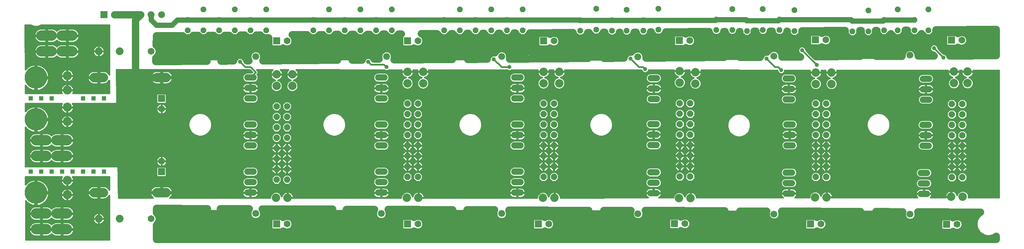
<source format=gbl>
G75*
%MOIN*%
%OFA0B0*%
%FSLAX25Y25*%
%IPPOS*%
%LPD*%
%AMOC8*
5,1,8,0,0,1.08239X$1,22.5*
%
%ADD10OC8,0.06000*%
%ADD11C,0.08000*%
%ADD12C,0.06000*%
%ADD13R,0.06500X0.06500*%
%ADD14C,0.06500*%
%ADD15C,0.06600*%
%ADD16C,0.07400*%
%ADD17C,0.08850*%
%ADD18OC8,0.05200*%
%ADD19C,0.08600*%
%ADD20C,0.21500*%
%ADD21C,0.09843*%
%ADD22C,0.01600*%
%ADD23C,0.03962*%
%ADD24C,0.07000*%
%ADD25C,0.05000*%
%ADD26R,0.03962X0.03962*%
D10*
X0302923Y0072000D03*
X0312923Y0072000D03*
X0312923Y0082000D03*
X0302923Y0082000D03*
X0302923Y0092000D03*
X0312923Y0092000D03*
X0312923Y0102000D03*
X0302923Y0102000D03*
X0302923Y0112000D03*
X0312923Y0112000D03*
X0312923Y0122000D03*
X0302923Y0122000D03*
X0302923Y0132000D03*
X0312923Y0132000D03*
X0312923Y0142000D03*
X0302923Y0142000D03*
X0427923Y0144500D03*
X0437923Y0144500D03*
X0437923Y0134500D03*
X0427923Y0134500D03*
X0427923Y0124500D03*
X0437923Y0124500D03*
X0437923Y0114500D03*
X0427923Y0114500D03*
X0427923Y0104500D03*
X0437923Y0104500D03*
X0437923Y0094500D03*
X0427923Y0094500D03*
X0427923Y0084500D03*
X0437923Y0084500D03*
X0437923Y0074500D03*
X0427923Y0074500D03*
X0557923Y0074500D03*
X0567923Y0074500D03*
X0567923Y0084500D03*
X0557923Y0084500D03*
X0557923Y0094500D03*
X0567923Y0094500D03*
X0567923Y0104500D03*
X0557923Y0104500D03*
X0557923Y0114500D03*
X0567923Y0114500D03*
X0567923Y0124500D03*
X0557923Y0124500D03*
X0557923Y0134500D03*
X0567923Y0134500D03*
X0567923Y0144500D03*
X0557923Y0144500D03*
X0688001Y0144833D03*
X0698001Y0144833D03*
X0698001Y0134833D03*
X0688001Y0134833D03*
X0688001Y0124833D03*
X0698001Y0124833D03*
X0698001Y0114833D03*
X0688001Y0114833D03*
X0688001Y0104833D03*
X0698001Y0104833D03*
X0698001Y0094833D03*
X0688001Y0094833D03*
X0688001Y0084833D03*
X0698001Y0084833D03*
X0698001Y0074833D03*
X0688001Y0074833D03*
X0818001Y0074532D03*
X0828001Y0074532D03*
X0828001Y0084532D03*
X0818001Y0084532D03*
X0818001Y0094532D03*
X0828001Y0094532D03*
X0828001Y0104532D03*
X0818001Y0104532D03*
X0818001Y0114532D03*
X0828001Y0114532D03*
X0828001Y0124532D03*
X0818001Y0124532D03*
X0818001Y0134532D03*
X0828001Y0134532D03*
X0828001Y0144532D03*
X0818001Y0144532D03*
X0948001Y0144231D03*
X0958001Y0144231D03*
X0958001Y0134231D03*
X0948001Y0134231D03*
X0948001Y0124231D03*
X0958001Y0124231D03*
X0958001Y0114231D03*
X0948001Y0114231D03*
X0948001Y0104231D03*
X0958001Y0104231D03*
X0958001Y0094231D03*
X0948001Y0094231D03*
X0948001Y0084231D03*
X0958001Y0084231D03*
X0958001Y0074231D03*
X0948001Y0074231D03*
D11*
X0947501Y0055597D03*
X0958501Y0055597D03*
X0828501Y0054898D03*
X0817501Y0054898D03*
X0698501Y0054199D03*
X0687501Y0054199D03*
X0568423Y0054500D03*
X0557423Y0054500D03*
X0438423Y0054500D03*
X0427423Y0054500D03*
X0313423Y0054500D03*
X0302423Y0054500D03*
X0302923Y0161500D03*
X0317923Y0161500D03*
X0317923Y0172500D03*
X0302923Y0172500D03*
X0427923Y0175000D03*
X0442923Y0175000D03*
X0442923Y0164000D03*
X0427923Y0164000D03*
X0557923Y0164000D03*
X0572923Y0164000D03*
X0572923Y0175000D03*
X0557923Y0175000D03*
X0688001Y0175699D03*
X0703001Y0174699D03*
X0688001Y0164699D03*
X0703001Y0163699D03*
X0818001Y0163398D03*
X0833001Y0163398D03*
X0833001Y0174398D03*
X0818001Y0174398D03*
X0950001Y0175097D03*
X0963001Y0175097D03*
X0963001Y0164097D03*
X0950001Y0164097D03*
D12*
X0926201Y0168398D02*
X0920201Y0168398D01*
X0920201Y0158398D02*
X0926201Y0158398D01*
X0926201Y0148398D02*
X0920201Y0148398D01*
X0920001Y0124398D02*
X0926001Y0124398D01*
X0926001Y0114398D02*
X0920001Y0114398D01*
X0920001Y0104398D02*
X0926001Y0104398D01*
X0924401Y0078398D02*
X0918401Y0078398D01*
X0918401Y0068398D02*
X0924401Y0068398D01*
X0924401Y0058398D02*
X0918401Y0058398D01*
X0795401Y0058699D02*
X0789401Y0058699D01*
X0789401Y0068699D02*
X0795401Y0068699D01*
X0795401Y0078699D02*
X0789401Y0078699D01*
X0790001Y0104699D02*
X0796001Y0104699D01*
X0796001Y0114699D02*
X0790001Y0114699D01*
X0790001Y0124699D02*
X0796001Y0124699D01*
X0795201Y0148699D02*
X0789201Y0148699D01*
X0789201Y0158699D02*
X0795201Y0158699D01*
X0795201Y0168699D02*
X0789201Y0168699D01*
X0666201Y0169000D02*
X0660201Y0169000D01*
X0660201Y0159000D02*
X0666201Y0159000D01*
X0666201Y0149000D02*
X0660201Y0149000D01*
X0660001Y0125000D02*
X0666001Y0125000D01*
X0666001Y0115000D02*
X0660001Y0115000D01*
X0660001Y0105000D02*
X0666001Y0105000D01*
X0666001Y0079000D02*
X0660001Y0079000D01*
X0660001Y0069000D02*
X0666001Y0069000D01*
X0666001Y0059000D02*
X0660001Y0059000D01*
X0535923Y0059500D02*
X0529923Y0059500D01*
X0529923Y0069500D02*
X0535923Y0069500D01*
X0535923Y0079500D02*
X0529923Y0079500D01*
X0529923Y0104500D02*
X0535923Y0104500D01*
X0535923Y0114500D02*
X0529923Y0114500D01*
X0529923Y0124500D02*
X0535923Y0124500D01*
X0535923Y0149500D02*
X0529923Y0149500D01*
X0529923Y0159500D02*
X0535923Y0159500D01*
X0535923Y0169500D02*
X0529923Y0169500D01*
X0405923Y0169500D02*
X0399923Y0169500D01*
X0399923Y0159500D02*
X0405923Y0159500D01*
X0405923Y0149500D02*
X0399923Y0149500D01*
X0399923Y0124500D02*
X0405923Y0124500D01*
X0405923Y0114500D02*
X0399923Y0114500D01*
X0399923Y0104500D02*
X0405923Y0104500D01*
X0405923Y0079500D02*
X0399923Y0079500D01*
X0399923Y0069500D02*
X0405923Y0069500D01*
X0405923Y0059500D02*
X0399923Y0059500D01*
X0280923Y0059500D02*
X0274923Y0059500D01*
X0274923Y0069500D02*
X0280923Y0069500D01*
X0280923Y0079500D02*
X0274923Y0079500D01*
X0274923Y0104500D02*
X0280923Y0104500D01*
X0280923Y0114500D02*
X0274923Y0114500D01*
X0274923Y0124500D02*
X0280923Y0124500D01*
X0280923Y0149500D02*
X0274923Y0149500D01*
X0274923Y0159500D02*
X0280923Y0159500D01*
X0280923Y0169500D02*
X0274923Y0169500D01*
D13*
X0192923Y0149500D03*
X0302923Y0204500D03*
X0427923Y0204500D03*
X0557923Y0204500D03*
X0687544Y0204757D03*
X0817544Y0205456D03*
X0947544Y0205155D03*
X0192923Y0079500D03*
X0302923Y0029500D03*
X0427923Y0029500D03*
X0552923Y0029500D03*
X0683030Y0029757D03*
X0813030Y0029456D03*
X0943030Y0029155D03*
X0137923Y0229500D03*
D14*
X0147923Y0229500D03*
X0183073Y0194500D03*
X0202773Y0194500D03*
X0312923Y0204500D03*
X0437923Y0204500D03*
X0567923Y0204500D03*
X0697544Y0204757D03*
X0827544Y0205456D03*
X0957544Y0205155D03*
X0192923Y0139500D03*
X0192923Y0089500D03*
X0202773Y0034500D03*
X0183073Y0034500D03*
X0312923Y0029500D03*
X0437923Y0029500D03*
X0562923Y0029500D03*
X0693030Y0029757D03*
X0823030Y0029456D03*
X0953030Y0029155D03*
D15*
X0908151Y0038764D03*
X0868151Y0038764D03*
X0778151Y0039065D03*
X0738151Y0039065D03*
X0648151Y0039366D03*
X0608151Y0039366D03*
X0517923Y0039500D03*
X0477923Y0039500D03*
X0402923Y0039500D03*
X0362923Y0039500D03*
X0282923Y0039500D03*
X0242923Y0039500D03*
X0242923Y0189500D03*
X0282923Y0189500D03*
X0367923Y0189500D03*
X0407923Y0189500D03*
X0477923Y0189500D03*
X0517923Y0189500D03*
X0608051Y0189366D03*
X0648051Y0189366D03*
X0738051Y0190065D03*
X0778051Y0190065D03*
X0868051Y0190764D03*
X0908051Y0190764D03*
X0192923Y0229500D03*
X0182923Y0229500D03*
X0172923Y0229500D03*
D16*
X0152923Y0194500D03*
X0132923Y0194500D03*
X0132923Y0034500D03*
X0152923Y0034500D03*
D17*
X0137348Y0059500D02*
X0128498Y0059500D01*
X0188498Y0059500D02*
X0197348Y0059500D01*
X0197348Y0169500D02*
X0188498Y0169500D01*
X0137348Y0169500D02*
X0128498Y0169500D01*
D18*
X0217923Y0214500D03*
X0232923Y0214500D03*
X0247923Y0214500D03*
X0262923Y0214500D03*
X0277923Y0214500D03*
X0292923Y0214500D03*
X0277923Y0224500D03*
X0247923Y0224500D03*
X0217923Y0224500D03*
X0232923Y0234500D03*
X0262923Y0234500D03*
X0292923Y0234500D03*
X0337923Y0224500D03*
X0367923Y0224500D03*
X0397923Y0224500D03*
X0397923Y0214500D03*
X0382923Y0214500D03*
X0367923Y0214500D03*
X0352923Y0214500D03*
X0337923Y0214500D03*
X0412923Y0214500D03*
X0462923Y0214500D03*
X0477923Y0214500D03*
X0492923Y0214500D03*
X0507923Y0214500D03*
X0522923Y0214500D03*
X0537923Y0214500D03*
X0522923Y0224500D03*
X0492923Y0224500D03*
X0462923Y0224500D03*
X0477923Y0234500D03*
X0507923Y0234500D03*
X0537923Y0234500D03*
X0593051Y0224199D03*
X0593051Y0214199D03*
X0608201Y0215199D03*
X0623341Y0214199D03*
X0637451Y0214199D03*
X0653196Y0214199D03*
X0667701Y0215199D03*
X0653196Y0224199D03*
X0623341Y0224199D03*
X0637451Y0234199D03*
X0667701Y0235199D03*
X0723051Y0224898D03*
X0752196Y0223898D03*
X0783341Y0224898D03*
X0797701Y0233898D03*
X0767451Y0234898D03*
X0738201Y0234898D03*
X0738201Y0214898D03*
X0752196Y0213898D03*
X0767451Y0214898D03*
X0783341Y0214898D03*
X0797701Y0213898D03*
X0853051Y0213597D03*
X0868201Y0213597D03*
X0883196Y0214597D03*
X0896451Y0214597D03*
X0912341Y0214597D03*
X0925701Y0214597D03*
X0912341Y0224597D03*
X0883196Y0224597D03*
X0853051Y0223597D03*
X0868201Y0233597D03*
X0896451Y0234597D03*
X0925701Y0234597D03*
X0723051Y0214898D03*
X0608201Y0235199D03*
X0412923Y0234500D03*
X0382923Y0234500D03*
X0352923Y0234500D03*
D19*
X0102923Y0171193D03*
X0102923Y0157413D03*
X0102923Y0141193D03*
X0102923Y0127413D03*
X0102923Y0071193D03*
X0102923Y0057413D03*
D20*
X0072923Y0059500D03*
X0072923Y0129500D03*
X0072923Y0169500D03*
D21*
X0078159Y0194500D02*
X0088002Y0194500D01*
X0097844Y0194500D02*
X0107687Y0194500D01*
X0107687Y0209500D02*
X0097844Y0209500D01*
X0088002Y0209500D02*
X0078159Y0209500D01*
X0083002Y0109500D02*
X0073159Y0109500D01*
X0092844Y0109500D02*
X0102687Y0109500D01*
X0102687Y0094500D02*
X0092844Y0094500D01*
X0083002Y0094500D02*
X0073159Y0094500D01*
X0073159Y0039500D02*
X0083002Y0039500D01*
X0092844Y0039500D02*
X0102687Y0039500D01*
X0102687Y0024500D02*
X0092844Y0024500D01*
X0083002Y0024500D02*
X0073159Y0024500D01*
D22*
X0063305Y0014500D02*
X0063212Y0051549D01*
X0063613Y0051062D01*
X0064485Y0050190D01*
X0065438Y0049408D01*
X0066463Y0048723D01*
X0067551Y0048141D01*
X0068690Y0047669D01*
X0069870Y0047311D01*
X0071079Y0047071D01*
X0072123Y0046968D01*
X0072123Y0058700D01*
X0073723Y0058700D01*
X0073723Y0060300D01*
X0085455Y0060300D01*
X0085352Y0061344D01*
X0085111Y0062553D01*
X0084754Y0063733D01*
X0084282Y0064872D01*
X0083700Y0065960D01*
X0083015Y0066985D01*
X0082233Y0067938D01*
X0081361Y0068810D01*
X0080408Y0069592D01*
X0079383Y0070277D01*
X0078295Y0070859D01*
X0077156Y0071331D01*
X0075976Y0071689D01*
X0074767Y0071929D01*
X0073723Y0072032D01*
X0073723Y0060300D01*
X0072123Y0060300D01*
X0072123Y0072032D01*
X0071079Y0071929D01*
X0069870Y0071689D01*
X0068690Y0071331D01*
X0067551Y0070859D01*
X0066463Y0070277D01*
X0065438Y0069592D01*
X0064485Y0068810D01*
X0063613Y0067938D01*
X0063173Y0067402D01*
X0063155Y0074500D01*
X0097786Y0074500D01*
X0097706Y0074390D01*
X0097270Y0073534D01*
X0096973Y0072621D01*
X0096823Y0071673D01*
X0096823Y0071377D01*
X0102739Y0071377D01*
X0102739Y0071009D01*
X0103107Y0071009D01*
X0103107Y0071377D01*
X0109023Y0071377D01*
X0109023Y0071673D01*
X0108873Y0072621D01*
X0108576Y0073534D01*
X0108140Y0074390D01*
X0108060Y0074500D01*
X0142923Y0074500D01*
X0142923Y0062270D01*
X0142672Y0062763D01*
X0142096Y0063555D01*
X0141403Y0064248D01*
X0140611Y0064824D01*
X0139737Y0065269D01*
X0138806Y0065572D01*
X0137838Y0065725D01*
X0133598Y0065725D01*
X0133598Y0060175D01*
X0132248Y0060175D01*
X0132248Y0065725D01*
X0128008Y0065725D01*
X0127040Y0065572D01*
X0126108Y0065269D01*
X0125235Y0064824D01*
X0124443Y0064248D01*
X0123750Y0063555D01*
X0123174Y0062763D01*
X0122729Y0061890D01*
X0122426Y0060958D01*
X0122302Y0060175D01*
X0132248Y0060175D01*
X0132248Y0058825D01*
X0133598Y0058825D01*
X0133598Y0053275D01*
X0137838Y0053275D01*
X0138806Y0053428D01*
X0139737Y0053731D01*
X0140611Y0054176D01*
X0141403Y0054752D01*
X0142096Y0055445D01*
X0142672Y0056237D01*
X0142923Y0056730D01*
X0142923Y0014500D01*
X0063305Y0014500D01*
X0063304Y0014704D02*
X0142923Y0014704D01*
X0142923Y0016303D02*
X0063300Y0016303D01*
X0063296Y0017901D02*
X0071816Y0017901D01*
X0071845Y0017894D02*
X0072719Y0017779D01*
X0077601Y0017779D01*
X0077601Y0024020D01*
X0078560Y0024020D01*
X0078560Y0017779D01*
X0083442Y0017779D01*
X0084316Y0017894D01*
X0085167Y0018122D01*
X0085981Y0018459D01*
X0086744Y0018899D01*
X0087443Y0019436D01*
X0087923Y0019916D01*
X0088403Y0019436D01*
X0089102Y0018899D01*
X0089865Y0018459D01*
X0090679Y0018122D01*
X0091530Y0017894D01*
X0092404Y0017779D01*
X0097286Y0017779D01*
X0097286Y0024020D01*
X0098245Y0024020D01*
X0098245Y0017779D01*
X0103127Y0017779D01*
X0104001Y0017894D01*
X0104852Y0018122D01*
X0105666Y0018459D01*
X0106429Y0018899D01*
X0107128Y0019436D01*
X0107751Y0020059D01*
X0108287Y0020758D01*
X0108728Y0021521D01*
X0109065Y0022335D01*
X0109293Y0023186D01*
X0109403Y0024020D01*
X0098245Y0024020D01*
X0098245Y0024980D01*
X0097286Y0024980D01*
X0097286Y0031221D01*
X0092404Y0031221D01*
X0091530Y0031106D01*
X0090679Y0030878D01*
X0089865Y0030541D01*
X0089102Y0030101D01*
X0088403Y0029564D01*
X0087923Y0029084D01*
X0087443Y0029564D01*
X0086744Y0030101D01*
X0085981Y0030541D01*
X0085167Y0030878D01*
X0084316Y0031106D01*
X0083442Y0031221D01*
X0078560Y0031221D01*
X0078560Y0024980D01*
X0077601Y0024980D01*
X0077601Y0031221D01*
X0072719Y0031221D01*
X0071845Y0031106D01*
X0070994Y0030878D01*
X0070180Y0030541D01*
X0069417Y0030101D01*
X0068718Y0029564D01*
X0068095Y0028941D01*
X0067559Y0028242D01*
X0067118Y0027479D01*
X0066781Y0026665D01*
X0066553Y0025814D01*
X0066443Y0024980D01*
X0077601Y0024980D01*
X0077601Y0024020D01*
X0066443Y0024020D01*
X0066553Y0023186D01*
X0066781Y0022335D01*
X0067118Y0021521D01*
X0067559Y0020758D01*
X0068095Y0020059D01*
X0068718Y0019436D01*
X0069417Y0018899D01*
X0070180Y0018459D01*
X0070994Y0018122D01*
X0071845Y0017894D01*
X0068654Y0019500D02*
X0063292Y0019500D01*
X0063288Y0021099D02*
X0067362Y0021099D01*
X0066684Y0022697D02*
X0063284Y0022697D01*
X0063280Y0024296D02*
X0077601Y0024296D01*
X0078560Y0024296D02*
X0097286Y0024296D01*
X0097286Y0024020D02*
X0078560Y0024020D01*
X0078560Y0024980D01*
X0089718Y0024980D01*
X0097286Y0024980D01*
X0097286Y0024020D01*
X0098245Y0024296D02*
X0142923Y0024296D01*
X0142923Y0025894D02*
X0109272Y0025894D01*
X0109293Y0025814D02*
X0109065Y0026665D01*
X0108728Y0027479D01*
X0108287Y0028242D01*
X0107751Y0028941D01*
X0107128Y0029564D01*
X0106429Y0030101D01*
X0105666Y0030541D01*
X0104852Y0030878D01*
X0104001Y0031106D01*
X0103127Y0031221D01*
X0098245Y0031221D01*
X0098245Y0024980D01*
X0109403Y0024980D01*
X0109293Y0025814D01*
X0108720Y0027493D02*
X0142923Y0027493D01*
X0142923Y0029091D02*
X0133931Y0029091D01*
X0134211Y0029135D02*
X0135034Y0029403D01*
X0135806Y0029796D01*
X0136506Y0030305D01*
X0137118Y0030917D01*
X0137627Y0031617D01*
X0138020Y0032389D01*
X0138287Y0033212D01*
X0138423Y0034067D01*
X0138423Y0034500D01*
X0138423Y0034933D01*
X0138287Y0035788D01*
X0138020Y0036611D01*
X0137627Y0037383D01*
X0137118Y0038083D01*
X0136506Y0038695D01*
X0135806Y0039204D01*
X0135034Y0039597D01*
X0134211Y0039865D01*
X0133356Y0040000D01*
X0132923Y0040000D01*
X0132923Y0034500D01*
X0138423Y0034500D01*
X0132923Y0034500D01*
X0132923Y0034500D01*
X0132923Y0034500D01*
X0132923Y0029000D01*
X0133356Y0029000D01*
X0134211Y0029135D01*
X0132923Y0029091D02*
X0132923Y0029091D01*
X0132923Y0029000D02*
X0132923Y0034500D01*
X0132923Y0034500D01*
X0132923Y0040000D01*
X0132490Y0040000D01*
X0131635Y0039865D01*
X0130812Y0039597D01*
X0130040Y0039204D01*
X0129340Y0038695D01*
X0128728Y0038083D01*
X0128219Y0037383D01*
X0127826Y0036611D01*
X0127558Y0035788D01*
X0127423Y0034933D01*
X0127423Y0034500D01*
X0132923Y0034500D01*
X0132923Y0034500D01*
X0127423Y0034500D01*
X0127423Y0034067D01*
X0127558Y0033212D01*
X0127826Y0032389D01*
X0128219Y0031617D01*
X0128728Y0030917D01*
X0129340Y0030305D01*
X0130040Y0029796D01*
X0130812Y0029403D01*
X0131635Y0029135D01*
X0132490Y0029000D01*
X0132923Y0029000D01*
X0131915Y0029091D02*
X0107601Y0029091D01*
X0105307Y0030690D02*
X0128955Y0030690D01*
X0127877Y0032288D02*
X0063260Y0032288D01*
X0063264Y0030690D02*
X0070539Y0030690D01*
X0070994Y0033122D02*
X0071845Y0032894D01*
X0072719Y0032779D01*
X0077601Y0032779D01*
X0077601Y0039020D01*
X0078560Y0039020D01*
X0078560Y0032779D01*
X0083442Y0032779D01*
X0084316Y0032894D01*
X0085167Y0033122D01*
X0085981Y0033459D01*
X0086744Y0033899D01*
X0087443Y0034436D01*
X0087923Y0034916D01*
X0088403Y0034436D01*
X0089102Y0033899D01*
X0089865Y0033459D01*
X0090679Y0033122D01*
X0091530Y0032894D01*
X0092404Y0032779D01*
X0097286Y0032779D01*
X0097286Y0039020D01*
X0098245Y0039020D01*
X0098245Y0032779D01*
X0103127Y0032779D01*
X0104001Y0032894D01*
X0104852Y0033122D01*
X0105666Y0033459D01*
X0106429Y0033899D01*
X0107128Y0034436D01*
X0107751Y0035059D01*
X0108287Y0035758D01*
X0108728Y0036521D01*
X0109065Y0037335D01*
X0109293Y0038186D01*
X0109403Y0039020D01*
X0098245Y0039020D01*
X0098245Y0039980D01*
X0097286Y0039980D01*
X0097286Y0046221D01*
X0092404Y0046221D01*
X0091530Y0046106D01*
X0090679Y0045878D01*
X0089865Y0045541D01*
X0089102Y0045101D01*
X0088403Y0044564D01*
X0087923Y0044084D01*
X0087443Y0044564D01*
X0086744Y0045101D01*
X0085981Y0045541D01*
X0085167Y0045878D01*
X0084316Y0046106D01*
X0083442Y0046221D01*
X0078560Y0046221D01*
X0078560Y0039980D01*
X0077601Y0039980D01*
X0077601Y0046221D01*
X0072719Y0046221D01*
X0071845Y0046106D01*
X0070994Y0045878D01*
X0070180Y0045541D01*
X0069417Y0045101D01*
X0068718Y0044564D01*
X0068095Y0043941D01*
X0067559Y0043242D01*
X0067118Y0042479D01*
X0066781Y0041665D01*
X0066553Y0040814D01*
X0066443Y0039980D01*
X0077601Y0039980D01*
X0077601Y0039020D01*
X0066443Y0039020D01*
X0066553Y0038186D01*
X0066781Y0037335D01*
X0067118Y0036521D01*
X0067559Y0035758D01*
X0068095Y0035059D01*
X0068718Y0034436D01*
X0069417Y0033899D01*
X0070180Y0033459D01*
X0070994Y0033122D01*
X0069439Y0033887D02*
X0063256Y0033887D01*
X0063253Y0035485D02*
X0067768Y0035485D01*
X0066885Y0037084D02*
X0063249Y0037084D01*
X0063245Y0038682D02*
X0066488Y0038682D01*
X0066483Y0040281D02*
X0063241Y0040281D01*
X0063237Y0041879D02*
X0066870Y0041879D01*
X0067739Y0043478D02*
X0063233Y0043478D01*
X0063229Y0045076D02*
X0069385Y0045076D01*
X0073723Y0046968D02*
X0074767Y0047071D01*
X0075976Y0047311D01*
X0077156Y0047669D01*
X0078295Y0048141D01*
X0079383Y0048723D01*
X0080408Y0049408D01*
X0081361Y0050190D01*
X0082233Y0051062D01*
X0083015Y0052015D01*
X0083700Y0053040D01*
X0084282Y0054128D01*
X0084754Y0055267D01*
X0085111Y0056447D01*
X0085352Y0057656D01*
X0085455Y0058700D01*
X0073723Y0058700D01*
X0073723Y0046968D01*
X0073723Y0048273D02*
X0072123Y0048273D01*
X0072123Y0049872D02*
X0073723Y0049872D01*
X0073723Y0051470D02*
X0072123Y0051470D01*
X0072123Y0053069D02*
X0073723Y0053069D01*
X0073723Y0054667D02*
X0072123Y0054667D01*
X0072123Y0056266D02*
X0073723Y0056266D01*
X0073723Y0057864D02*
X0072123Y0057864D01*
X0073723Y0059463D02*
X0097175Y0059463D01*
X0097270Y0059755D02*
X0096973Y0058842D01*
X0096823Y0057893D01*
X0096823Y0057598D01*
X0102739Y0057598D01*
X0102739Y0063513D01*
X0102443Y0063513D01*
X0101494Y0063363D01*
X0100581Y0063066D01*
X0099726Y0062631D01*
X0098949Y0062066D01*
X0098270Y0061387D01*
X0097706Y0060610D01*
X0097270Y0059755D01*
X0098033Y0061061D02*
X0085380Y0061061D01*
X0085079Y0062660D02*
X0099783Y0062660D01*
X0102739Y0062660D02*
X0103107Y0062660D01*
X0103107Y0063513D02*
X0103107Y0057598D01*
X0102739Y0057598D01*
X0102739Y0057229D01*
X0103107Y0057229D01*
X0103107Y0051313D01*
X0103403Y0051313D01*
X0104351Y0051464D01*
X0105265Y0051760D01*
X0106120Y0052196D01*
X0106897Y0052761D01*
X0107576Y0053439D01*
X0108140Y0054216D01*
X0108576Y0055072D01*
X0108873Y0055985D01*
X0109023Y0056933D01*
X0109023Y0057229D01*
X0103107Y0057229D01*
X0103107Y0057598D01*
X0109023Y0057598D01*
X0109023Y0057893D01*
X0108873Y0058842D01*
X0108576Y0059755D01*
X0108140Y0060610D01*
X0107576Y0061387D01*
X0106897Y0062066D01*
X0106120Y0062631D01*
X0105265Y0063066D01*
X0104351Y0063363D01*
X0103403Y0063513D01*
X0103107Y0063513D01*
X0103107Y0065093D02*
X0103403Y0065093D01*
X0104351Y0065243D01*
X0105265Y0065540D01*
X0106120Y0065976D01*
X0106897Y0066540D01*
X0107576Y0067219D01*
X0108140Y0067996D01*
X0108576Y0068851D01*
X0108873Y0069764D01*
X0109023Y0070713D01*
X0109023Y0071009D01*
X0103107Y0071009D01*
X0103107Y0065093D01*
X0102739Y0065093D02*
X0102739Y0071009D01*
X0096823Y0071009D01*
X0096823Y0070713D01*
X0096973Y0069764D01*
X0097270Y0068851D01*
X0097706Y0067996D01*
X0098270Y0067219D01*
X0098949Y0066540D01*
X0099726Y0065976D01*
X0100581Y0065540D01*
X0101494Y0065243D01*
X0102443Y0065093D01*
X0102739Y0065093D01*
X0102739Y0065857D02*
X0103107Y0065857D01*
X0103107Y0067455D02*
X0102739Y0067455D01*
X0102739Y0069054D02*
X0103107Y0069054D01*
X0103107Y0070652D02*
X0102739Y0070652D01*
X0097204Y0069054D02*
X0081064Y0069054D01*
X0082629Y0067455D02*
X0098098Y0067455D01*
X0099959Y0065857D02*
X0083755Y0065857D01*
X0084536Y0064258D02*
X0124457Y0064258D01*
X0123121Y0062660D02*
X0106063Y0062660D01*
X0107813Y0061061D02*
X0122460Y0061061D01*
X0122302Y0058825D02*
X0122426Y0058042D01*
X0122729Y0057110D01*
X0123174Y0056237D01*
X0123750Y0055445D01*
X0124443Y0054752D01*
X0125235Y0054176D01*
X0126108Y0053731D01*
X0127040Y0053428D01*
X0128008Y0053275D01*
X0132248Y0053275D01*
X0132248Y0058825D01*
X0122302Y0058825D01*
X0122484Y0057864D02*
X0109023Y0057864D01*
X0108917Y0056266D02*
X0123159Y0056266D01*
X0124559Y0054667D02*
X0108370Y0054667D01*
X0107205Y0053069D02*
X0142923Y0053069D01*
X0142923Y0054667D02*
X0141287Y0054667D01*
X0142686Y0056266D02*
X0142923Y0056266D01*
X0151894Y0056266D02*
X0183159Y0056266D01*
X0183174Y0056237D02*
X0183750Y0055445D01*
X0184443Y0054752D01*
X0184766Y0054517D01*
X0151923Y0054500D01*
X0149923Y0177000D01*
X0277161Y0176868D01*
X0279529Y0174500D01*
X0279129Y0174100D01*
X0274008Y0174100D01*
X0272317Y0173400D01*
X0271023Y0172106D01*
X0270323Y0170415D01*
X0270323Y0168585D01*
X0271023Y0166894D01*
X0272317Y0165600D01*
X0274008Y0164900D01*
X0281838Y0164900D01*
X0283529Y0165600D01*
X0284823Y0166894D01*
X0285523Y0168585D01*
X0285523Y0170415D01*
X0284823Y0172106D01*
X0284373Y0172556D01*
X0284958Y0173141D01*
X0285323Y0174023D01*
X0285323Y0174977D01*
X0284958Y0175859D01*
X0284282Y0176535D01*
X0283956Y0176861D01*
X0299066Y0176846D01*
X0298499Y0176278D01*
X0297962Y0175540D01*
X0297548Y0174726D01*
X0297266Y0173858D01*
X0297123Y0172956D01*
X0297123Y0172700D01*
X0302723Y0172700D01*
X0302723Y0172300D01*
X0297123Y0172300D01*
X0297123Y0172044D01*
X0297266Y0171142D01*
X0297548Y0170274D01*
X0297962Y0169460D01*
X0298499Y0168722D01*
X0299144Y0168076D01*
X0299883Y0167539D01*
X0300696Y0167125D01*
X0301354Y0166911D01*
X0299751Y0166247D01*
X0298175Y0164672D01*
X0297323Y0162614D01*
X0297323Y0160386D01*
X0298175Y0158328D01*
X0299751Y0156753D01*
X0301809Y0155900D01*
X0304037Y0155900D01*
X0306095Y0156753D01*
X0307670Y0158328D01*
X0308523Y0160386D01*
X0308523Y0162614D01*
X0307670Y0164672D01*
X0306095Y0166247D01*
X0304492Y0166911D01*
X0305149Y0167125D01*
X0305963Y0167539D01*
X0306701Y0168076D01*
X0307347Y0168722D01*
X0307884Y0169460D01*
X0308298Y0170274D01*
X0308580Y0171142D01*
X0308723Y0172044D01*
X0308723Y0172300D01*
X0303123Y0172300D01*
X0303123Y0172700D01*
X0308723Y0172700D01*
X0308723Y0172956D01*
X0308580Y0173858D01*
X0308298Y0174726D01*
X0307884Y0175540D01*
X0307347Y0176278D01*
X0306788Y0176838D01*
X0314051Y0176830D01*
X0313499Y0176278D01*
X0312962Y0175540D01*
X0312548Y0174726D01*
X0312266Y0173858D01*
X0312123Y0172956D01*
X0312123Y0172700D01*
X0317723Y0172700D01*
X0317723Y0172300D01*
X0312123Y0172300D01*
X0312123Y0172044D01*
X0312266Y0171142D01*
X0312548Y0170274D01*
X0312962Y0169460D01*
X0313499Y0168722D01*
X0314144Y0168076D01*
X0314883Y0167539D01*
X0315696Y0167125D01*
X0316354Y0166911D01*
X0314751Y0166247D01*
X0313175Y0164672D01*
X0312323Y0162614D01*
X0312323Y0160386D01*
X0313175Y0158328D01*
X0314751Y0156753D01*
X0316809Y0155900D01*
X0319037Y0155900D01*
X0321095Y0156753D01*
X0322670Y0158328D01*
X0323523Y0160386D01*
X0323523Y0162614D01*
X0322670Y0164672D01*
X0321095Y0166247D01*
X0319492Y0166911D01*
X0320149Y0167125D01*
X0320963Y0167539D01*
X0321701Y0168076D01*
X0322347Y0168722D01*
X0322884Y0169460D01*
X0323298Y0170274D01*
X0323580Y0171142D01*
X0323723Y0172044D01*
X0323723Y0172300D01*
X0318123Y0172300D01*
X0318123Y0172700D01*
X0323723Y0172700D01*
X0323723Y0172956D01*
X0323580Y0173858D01*
X0323298Y0174726D01*
X0322884Y0175540D01*
X0322347Y0176278D01*
X0321803Y0176822D01*
X0405623Y0176735D01*
X0405894Y0176464D01*
X0407211Y0175919D01*
X0408635Y0175919D01*
X0409951Y0176464D01*
X0410218Y0176731D01*
X0422383Y0176718D01*
X0422266Y0176358D01*
X0422123Y0175456D01*
X0422123Y0175200D01*
X0427723Y0175200D01*
X0427723Y0174800D01*
X0422123Y0174800D01*
X0422123Y0174544D01*
X0422266Y0173642D01*
X0422548Y0172774D01*
X0422962Y0171960D01*
X0423499Y0171222D01*
X0424144Y0170576D01*
X0424883Y0170039D01*
X0425696Y0169625D01*
X0426354Y0169411D01*
X0424751Y0168747D01*
X0423175Y0167172D01*
X0422323Y0165114D01*
X0422323Y0162886D01*
X0423175Y0160828D01*
X0424751Y0159253D01*
X0426809Y0158400D01*
X0429037Y0158400D01*
X0431095Y0159253D01*
X0432670Y0160828D01*
X0433523Y0162886D01*
X0433523Y0165114D01*
X0432670Y0167172D01*
X0431095Y0168747D01*
X0429492Y0169411D01*
X0430149Y0169625D01*
X0430963Y0170039D01*
X0431701Y0170576D01*
X0432347Y0171222D01*
X0432884Y0171960D01*
X0433298Y0172774D01*
X0433580Y0173642D01*
X0433723Y0174544D01*
X0433723Y0174800D01*
X0428123Y0174800D01*
X0428123Y0175200D01*
X0433723Y0175200D01*
X0433723Y0175456D01*
X0433580Y0176358D01*
X0433467Y0176706D01*
X0437378Y0176702D01*
X0437266Y0176358D01*
X0437123Y0175456D01*
X0437123Y0175200D01*
X0442723Y0175200D01*
X0442723Y0174800D01*
X0437123Y0174800D01*
X0437123Y0174544D01*
X0437266Y0173642D01*
X0437548Y0172774D01*
X0437962Y0171960D01*
X0438499Y0171222D01*
X0439144Y0170576D01*
X0439883Y0170039D01*
X0440696Y0169625D01*
X0441354Y0169411D01*
X0439751Y0168747D01*
X0438175Y0167172D01*
X0437323Y0165114D01*
X0437323Y0162886D01*
X0438175Y0160828D01*
X0439751Y0159253D01*
X0441809Y0158400D01*
X0444037Y0158400D01*
X0446095Y0159253D01*
X0447670Y0160828D01*
X0448523Y0162886D01*
X0448523Y0165114D01*
X0447670Y0167172D01*
X0446095Y0168747D01*
X0444492Y0169411D01*
X0445149Y0169625D01*
X0445963Y0170039D01*
X0446701Y0170576D01*
X0447347Y0171222D01*
X0447884Y0171960D01*
X0448298Y0172774D01*
X0448580Y0173642D01*
X0448723Y0174544D01*
X0448723Y0174800D01*
X0443123Y0174800D01*
X0443123Y0175200D01*
X0448723Y0175200D01*
X0448723Y0175456D01*
X0448580Y0176358D01*
X0448472Y0176691D01*
X0523245Y0176614D01*
X0523394Y0176464D01*
X0524711Y0175919D01*
X0526135Y0175919D01*
X0527451Y0176464D01*
X0527596Y0176609D01*
X0552339Y0176583D01*
X0552266Y0176358D01*
X0552123Y0175456D01*
X0552123Y0175200D01*
X0557723Y0175200D01*
X0557723Y0174800D01*
X0552123Y0174800D01*
X0552123Y0174544D01*
X0552266Y0173642D01*
X0552548Y0172774D01*
X0552962Y0171960D01*
X0553499Y0171222D01*
X0554144Y0170576D01*
X0554883Y0170039D01*
X0555696Y0169625D01*
X0556354Y0169411D01*
X0554751Y0168747D01*
X0553175Y0167172D01*
X0552323Y0165114D01*
X0552323Y0162886D01*
X0553175Y0160828D01*
X0554751Y0159253D01*
X0556809Y0158400D01*
X0559037Y0158400D01*
X0561095Y0159253D01*
X0562670Y0160828D01*
X0563523Y0162886D01*
X0563523Y0165114D01*
X0562670Y0167172D01*
X0561095Y0168747D01*
X0559492Y0169411D01*
X0560149Y0169625D01*
X0560963Y0170039D01*
X0561701Y0170576D01*
X0562347Y0171222D01*
X0562884Y0171960D01*
X0563298Y0172774D01*
X0563580Y0173642D01*
X0563723Y0174544D01*
X0563723Y0174800D01*
X0558123Y0174800D01*
X0558123Y0175200D01*
X0563723Y0175200D01*
X0563723Y0175456D01*
X0563580Y0176358D01*
X0563511Y0176572D01*
X0567334Y0176568D01*
X0567266Y0176358D01*
X0567123Y0175456D01*
X0567123Y0175200D01*
X0572723Y0175200D01*
X0572723Y0174800D01*
X0567123Y0174800D01*
X0567123Y0174544D01*
X0567266Y0173642D01*
X0567548Y0172774D01*
X0567962Y0171960D01*
X0568499Y0171222D01*
X0569144Y0170576D01*
X0569883Y0170039D01*
X0570696Y0169625D01*
X0571354Y0169411D01*
X0569751Y0168747D01*
X0568175Y0167172D01*
X0567323Y0165114D01*
X0567323Y0162886D01*
X0568175Y0160828D01*
X0569751Y0159253D01*
X0571809Y0158400D01*
X0574037Y0158400D01*
X0576095Y0159253D01*
X0577670Y0160828D01*
X0578523Y0162886D01*
X0578523Y0165114D01*
X0577670Y0167172D01*
X0576095Y0168747D01*
X0574492Y0169411D01*
X0575149Y0169625D01*
X0575963Y0170039D01*
X0576701Y0170576D01*
X0577347Y0171222D01*
X0577884Y0171960D01*
X0578298Y0172774D01*
X0578580Y0173642D01*
X0578723Y0174544D01*
X0578723Y0174800D01*
X0573123Y0174800D01*
X0573123Y0175200D01*
X0578723Y0175200D01*
X0578723Y0175456D01*
X0578580Y0176358D01*
X0578516Y0176556D01*
X0651469Y0176481D01*
X0651887Y0175471D01*
X0652894Y0174464D01*
X0654211Y0173919D01*
X0655635Y0173919D01*
X0656951Y0174464D01*
X0657959Y0175471D01*
X0658374Y0176474D01*
X0682247Y0176449D01*
X0682201Y0176155D01*
X0682201Y0175899D01*
X0687801Y0175899D01*
X0687801Y0175499D01*
X0682201Y0175499D01*
X0682201Y0175243D01*
X0682344Y0174341D01*
X0682626Y0173473D01*
X0683040Y0172659D01*
X0683577Y0171921D01*
X0684222Y0171275D01*
X0684961Y0170738D01*
X0685774Y0170324D01*
X0686432Y0170110D01*
X0684829Y0169446D01*
X0683253Y0167871D01*
X0682401Y0165813D01*
X0682401Y0163585D01*
X0683253Y0161527D01*
X0684829Y0159952D01*
X0686887Y0159099D01*
X0689115Y0159099D01*
X0691173Y0159952D01*
X0692748Y0161527D01*
X0693601Y0163585D01*
X0693601Y0165813D01*
X0692748Y0167871D01*
X0691173Y0169446D01*
X0689570Y0170110D01*
X0690227Y0170324D01*
X0691041Y0170738D01*
X0691779Y0171275D01*
X0692425Y0171921D01*
X0692962Y0172659D01*
X0693376Y0173473D01*
X0693658Y0174341D01*
X0693801Y0175243D01*
X0693801Y0175499D01*
X0688201Y0175499D01*
X0688201Y0175899D01*
X0693801Y0175899D01*
X0693801Y0176155D01*
X0693756Y0176437D01*
X0697466Y0176433D01*
X0697344Y0176057D01*
X0697201Y0175155D01*
X0697201Y0174899D01*
X0702801Y0174899D01*
X0702801Y0174499D01*
X0697201Y0174499D01*
X0697201Y0174243D01*
X0697344Y0173341D01*
X0697626Y0172473D01*
X0698040Y0171659D01*
X0698577Y0170921D01*
X0699222Y0170275D01*
X0699961Y0169738D01*
X0700774Y0169324D01*
X0701432Y0169110D01*
X0699829Y0168446D01*
X0698253Y0166871D01*
X0697401Y0164813D01*
X0697401Y0162585D01*
X0698253Y0160527D01*
X0699829Y0158952D01*
X0701887Y0158099D01*
X0704115Y0158099D01*
X0706173Y0158952D01*
X0707748Y0160527D01*
X0708601Y0162585D01*
X0708601Y0164813D01*
X0707748Y0166871D01*
X0706173Y0168446D01*
X0704570Y0169110D01*
X0705227Y0169324D01*
X0706041Y0169738D01*
X0706779Y0170275D01*
X0707425Y0170921D01*
X0707962Y0171659D01*
X0708376Y0172473D01*
X0708658Y0173341D01*
X0708801Y0174243D01*
X0708801Y0174499D01*
X0703201Y0174499D01*
X0703201Y0174899D01*
X0708801Y0174899D01*
X0708801Y0175155D01*
X0708658Y0176057D01*
X0708540Y0176422D01*
X0781342Y0176346D01*
X0781342Y0175788D01*
X0781887Y0174471D01*
X0782894Y0173464D01*
X0784211Y0172919D01*
X0785635Y0172919D01*
X0786951Y0173464D01*
X0787959Y0174471D01*
X0788504Y0175788D01*
X0788504Y0176339D01*
X0812525Y0176314D01*
X0812344Y0175756D01*
X0812201Y0174854D01*
X0812201Y0174598D01*
X0817801Y0174598D01*
X0817801Y0174198D01*
X0812201Y0174198D01*
X0812201Y0173942D01*
X0812344Y0173040D01*
X0812626Y0172172D01*
X0813040Y0171358D01*
X0813577Y0170620D01*
X0814222Y0169974D01*
X0814961Y0169437D01*
X0815774Y0169023D01*
X0816432Y0168809D01*
X0814829Y0168145D01*
X0813253Y0166570D01*
X0812401Y0164512D01*
X0812401Y0162284D01*
X0813253Y0160226D01*
X0814829Y0158651D01*
X0816887Y0157798D01*
X0819115Y0157798D01*
X0821173Y0158651D01*
X0822748Y0160226D01*
X0823601Y0162284D01*
X0823601Y0164512D01*
X0822748Y0166570D01*
X0821173Y0168145D01*
X0819570Y0168809D01*
X0820227Y0169023D01*
X0821041Y0169437D01*
X0821779Y0169974D01*
X0822425Y0170620D01*
X0822962Y0171358D01*
X0823376Y0172172D01*
X0823658Y0173040D01*
X0823801Y0173942D01*
X0823801Y0174198D01*
X0818201Y0174198D01*
X0818201Y0174598D01*
X0823801Y0174598D01*
X0823801Y0174854D01*
X0823658Y0175756D01*
X0823480Y0176303D01*
X0827520Y0176299D01*
X0827344Y0175756D01*
X0827201Y0174854D01*
X0827201Y0174598D01*
X0832801Y0174598D01*
X0832801Y0174198D01*
X0827201Y0174198D01*
X0827201Y0173942D01*
X0827344Y0173040D01*
X0827626Y0172172D01*
X0828040Y0171358D01*
X0828577Y0170620D01*
X0829222Y0169974D01*
X0829961Y0169437D01*
X0830774Y0169023D01*
X0831432Y0168809D01*
X0829829Y0168145D01*
X0828253Y0166570D01*
X0827401Y0164512D01*
X0827401Y0162284D01*
X0828253Y0160226D01*
X0829829Y0158651D01*
X0831887Y0157798D01*
X0834115Y0157798D01*
X0836173Y0158651D01*
X0837748Y0160226D01*
X0838601Y0162284D01*
X0838601Y0164512D01*
X0837748Y0166570D01*
X0836173Y0168145D01*
X0834570Y0168809D01*
X0835227Y0169023D01*
X0836041Y0169437D01*
X0836779Y0169974D01*
X0837425Y0170620D01*
X0837962Y0171358D01*
X0838376Y0172172D01*
X0838658Y0173040D01*
X0838801Y0173942D01*
X0838801Y0174198D01*
X0833201Y0174198D01*
X0833201Y0174598D01*
X0838801Y0174598D01*
X0838801Y0174854D01*
X0838658Y0175756D01*
X0838486Y0176287D01*
X0944300Y0176178D01*
X0944201Y0175553D01*
X0944201Y0175297D01*
X0949801Y0175297D01*
X0949801Y0174897D01*
X0944201Y0174897D01*
X0944201Y0174641D01*
X0944344Y0173739D01*
X0944626Y0172871D01*
X0945040Y0172057D01*
X0945577Y0171319D01*
X0946222Y0170673D01*
X0946961Y0170136D01*
X0947774Y0169722D01*
X0948432Y0169508D01*
X0946829Y0168844D01*
X0945253Y0167269D01*
X0944401Y0165211D01*
X0944401Y0162983D01*
X0945253Y0160925D01*
X0946829Y0159350D01*
X0948887Y0158497D01*
X0951115Y0158497D01*
X0953173Y0159350D01*
X0954748Y0160925D01*
X0955601Y0162983D01*
X0955601Y0165211D01*
X0954748Y0167269D01*
X0953173Y0168844D01*
X0951570Y0169508D01*
X0952227Y0169722D01*
X0953041Y0170136D01*
X0953779Y0170673D01*
X0954425Y0171319D01*
X0954962Y0172057D01*
X0955376Y0172871D01*
X0955658Y0173739D01*
X0955801Y0174641D01*
X0955801Y0174897D01*
X0950201Y0174897D01*
X0950201Y0175297D01*
X0955801Y0175297D01*
X0955801Y0175553D01*
X0955704Y0176166D01*
X0957298Y0176164D01*
X0957201Y0175553D01*
X0957201Y0175297D01*
X0962801Y0175297D01*
X0962801Y0174897D01*
X0957201Y0174897D01*
X0957201Y0174641D01*
X0957344Y0173739D01*
X0957626Y0172871D01*
X0958040Y0172057D01*
X0958577Y0171319D01*
X0959222Y0170673D01*
X0959961Y0170136D01*
X0960774Y0169722D01*
X0961432Y0169508D01*
X0959829Y0168844D01*
X0958253Y0167269D01*
X0957401Y0165211D01*
X0957401Y0162983D01*
X0958253Y0160925D01*
X0959829Y0159350D01*
X0961887Y0158497D01*
X0964115Y0158497D01*
X0966173Y0159350D01*
X0967748Y0160925D01*
X0968601Y0162983D01*
X0968601Y0165211D01*
X0967748Y0167269D01*
X0966173Y0168844D01*
X0964570Y0169508D01*
X0965227Y0169722D01*
X0966041Y0170136D01*
X0966779Y0170673D01*
X0967425Y0171319D01*
X0967962Y0172057D01*
X0968376Y0172871D01*
X0968658Y0173739D01*
X0968801Y0174641D01*
X0968801Y0174897D01*
X0963201Y0174897D01*
X0963201Y0175297D01*
X0968801Y0175297D01*
X0968801Y0175553D01*
X0968706Y0176152D01*
X0993044Y0176127D01*
X0993044Y0054935D01*
X0964101Y0054920D01*
X0964101Y0056711D01*
X0963248Y0058769D01*
X0961673Y0060344D01*
X0959615Y0061197D01*
X0957387Y0061197D01*
X0955329Y0060344D01*
X0953753Y0058769D01*
X0953090Y0057166D01*
X0952876Y0057823D01*
X0952462Y0058637D01*
X0951925Y0059375D01*
X0951279Y0060021D01*
X0950541Y0060558D01*
X0949727Y0060972D01*
X0948859Y0061254D01*
X0947957Y0061397D01*
X0947701Y0061397D01*
X0947701Y0055797D01*
X0947301Y0055797D01*
X0947301Y0061397D01*
X0947044Y0061397D01*
X0946143Y0061254D01*
X0945274Y0060972D01*
X0944461Y0060558D01*
X0943722Y0060021D01*
X0943077Y0059375D01*
X0942540Y0058637D01*
X0942126Y0057823D01*
X0941844Y0056955D01*
X0941701Y0056053D01*
X0941701Y0055797D01*
X0947301Y0055797D01*
X0947301Y0055397D01*
X0941701Y0055397D01*
X0941701Y0055141D01*
X0941738Y0054909D01*
X0927693Y0054902D01*
X0928062Y0055271D01*
X0928506Y0055882D01*
X0928849Y0056555D01*
X0929083Y0057274D01*
X0929201Y0058020D01*
X0929201Y0058198D01*
X0921601Y0058198D01*
X0921601Y0058598D01*
X0929201Y0058598D01*
X0929201Y0058776D01*
X0929083Y0059522D01*
X0928849Y0060241D01*
X0928506Y0060914D01*
X0928062Y0061525D01*
X0927528Y0062059D01*
X0926917Y0062503D01*
X0926243Y0062846D01*
X0925525Y0063080D01*
X0924779Y0063198D01*
X0921601Y0063198D01*
X0921601Y0058598D01*
X0921201Y0058598D01*
X0921201Y0063198D01*
X0918023Y0063198D01*
X0917277Y0063080D01*
X0916558Y0062846D01*
X0915885Y0062503D01*
X0915274Y0062059D01*
X0914740Y0061525D01*
X0914296Y0060914D01*
X0913953Y0060241D01*
X0913719Y0059522D01*
X0913601Y0058776D01*
X0913601Y0058598D01*
X0921201Y0058598D01*
X0921201Y0058198D01*
X0913601Y0058198D01*
X0913601Y0058020D01*
X0913719Y0057274D01*
X0913953Y0056555D01*
X0914296Y0055882D01*
X0914740Y0055271D01*
X0915116Y0054895D01*
X0828701Y0054850D01*
X0828701Y0055098D01*
X0834301Y0055098D01*
X0834301Y0055354D01*
X0834158Y0056256D01*
X0833876Y0057124D01*
X0833462Y0057938D01*
X0832925Y0058676D01*
X0832279Y0059322D01*
X0831541Y0059859D01*
X0830727Y0060273D01*
X0829859Y0060555D01*
X0828957Y0060698D01*
X0828701Y0060698D01*
X0828701Y0055098D01*
X0828301Y0055098D01*
X0828301Y0060698D01*
X0828044Y0060698D01*
X0827143Y0060555D01*
X0826274Y0060273D01*
X0825461Y0059859D01*
X0824722Y0059322D01*
X0824077Y0058676D01*
X0823540Y0057938D01*
X0823126Y0057124D01*
X0822912Y0056467D01*
X0822248Y0058070D01*
X0820673Y0059645D01*
X0818615Y0060498D01*
X0816387Y0060498D01*
X0814329Y0059645D01*
X0812753Y0058070D01*
X0811901Y0056012D01*
X0811901Y0054842D01*
X0798248Y0054835D01*
X0798528Y0055038D01*
X0799062Y0055572D01*
X0799506Y0056183D01*
X0799849Y0056856D01*
X0800083Y0057575D01*
X0800201Y0058321D01*
X0800201Y0058499D01*
X0792601Y0058499D01*
X0792601Y0058899D01*
X0800201Y0058899D01*
X0800201Y0059077D01*
X0800083Y0059823D01*
X0799849Y0060542D01*
X0799506Y0061215D01*
X0799062Y0061826D01*
X0798528Y0062360D01*
X0797917Y0062804D01*
X0797243Y0063147D01*
X0796525Y0063381D01*
X0795779Y0063499D01*
X0792601Y0063499D01*
X0792601Y0058899D01*
X0792201Y0058899D01*
X0792201Y0063499D01*
X0789023Y0063499D01*
X0788277Y0063381D01*
X0787558Y0063147D01*
X0786885Y0062804D01*
X0786274Y0062360D01*
X0785740Y0061826D01*
X0785296Y0061215D01*
X0784953Y0060542D01*
X0784719Y0059823D01*
X0784601Y0059077D01*
X0784601Y0058899D01*
X0792201Y0058899D01*
X0792201Y0058499D01*
X0784601Y0058499D01*
X0784601Y0058321D01*
X0784719Y0057575D01*
X0784953Y0056856D01*
X0785296Y0056183D01*
X0785740Y0055572D01*
X0786274Y0055038D01*
X0786562Y0054828D01*
X0704280Y0054786D01*
X0704158Y0055557D01*
X0703876Y0056425D01*
X0703462Y0057239D01*
X0702925Y0057977D01*
X0702279Y0058623D01*
X0701541Y0059160D01*
X0700727Y0059574D01*
X0699859Y0059856D01*
X0698957Y0059999D01*
X0698701Y0059999D01*
X0698701Y0054783D01*
X0698301Y0054783D01*
X0698301Y0059999D01*
X0698044Y0059999D01*
X0697143Y0059856D01*
X0696274Y0059574D01*
X0695461Y0059160D01*
X0694722Y0058623D01*
X0694077Y0057977D01*
X0693540Y0057239D01*
X0693126Y0056425D01*
X0692912Y0055768D01*
X0692248Y0057371D01*
X0690673Y0058946D01*
X0688615Y0059799D01*
X0686387Y0059799D01*
X0684329Y0058946D01*
X0682753Y0057371D01*
X0681901Y0055313D01*
X0681901Y0054774D01*
X0668267Y0054767D01*
X0668517Y0054895D01*
X0669128Y0055339D01*
X0669662Y0055873D01*
X0670106Y0056484D01*
X0670449Y0057157D01*
X0670683Y0057876D01*
X0670801Y0058622D01*
X0670801Y0058800D01*
X0663201Y0058800D01*
X0663201Y0059200D01*
X0670801Y0059200D01*
X0670801Y0059378D01*
X0670683Y0060124D01*
X0670449Y0060843D01*
X0670106Y0061516D01*
X0669662Y0062127D01*
X0669128Y0062661D01*
X0668517Y0063105D01*
X0667843Y0063448D01*
X0667125Y0063682D01*
X0666379Y0063800D01*
X0663201Y0063800D01*
X0663201Y0059200D01*
X0662801Y0059200D01*
X0662801Y0063800D01*
X0659623Y0063800D01*
X0658877Y0063682D01*
X0658158Y0063448D01*
X0657485Y0063105D01*
X0656874Y0062661D01*
X0656340Y0062127D01*
X0655896Y0061516D01*
X0655553Y0060843D01*
X0655319Y0060124D01*
X0655201Y0059378D01*
X0655201Y0059200D01*
X0662801Y0059200D01*
X0662801Y0058800D01*
X0655201Y0058800D01*
X0655201Y0058622D01*
X0655319Y0057876D01*
X0655553Y0057157D01*
X0655896Y0056484D01*
X0656340Y0055873D01*
X0656874Y0055339D01*
X0657485Y0054895D01*
X0657746Y0054762D01*
X0574223Y0054719D01*
X0574223Y0054956D01*
X0574080Y0055858D01*
X0573798Y0056726D01*
X0573384Y0057540D01*
X0572847Y0058278D01*
X0572201Y0058924D01*
X0571463Y0059461D01*
X0570649Y0059875D01*
X0569781Y0060157D01*
X0568879Y0060300D01*
X0568623Y0060300D01*
X0568623Y0054716D01*
X0568223Y0054715D01*
X0568223Y0060300D01*
X0567966Y0060300D01*
X0567065Y0060157D01*
X0566196Y0059875D01*
X0565383Y0059461D01*
X0564644Y0058924D01*
X0563999Y0058278D01*
X0563462Y0057540D01*
X0563048Y0056726D01*
X0562834Y0056069D01*
X0562170Y0057672D01*
X0560595Y0059247D01*
X0558537Y0060100D01*
X0556309Y0060100D01*
X0554251Y0059247D01*
X0552675Y0057672D01*
X0551823Y0055614D01*
X0551823Y0054707D01*
X0438623Y0054648D01*
X0438623Y0054700D01*
X0444223Y0054700D01*
X0444223Y0054956D01*
X0444080Y0055858D01*
X0443798Y0056726D01*
X0443384Y0057540D01*
X0442847Y0058278D01*
X0442201Y0058924D01*
X0441463Y0059461D01*
X0440649Y0059875D01*
X0439781Y0060157D01*
X0438879Y0060300D01*
X0438623Y0060300D01*
X0438623Y0054700D01*
X0438223Y0054700D01*
X0438223Y0060300D01*
X0437966Y0060300D01*
X0437065Y0060157D01*
X0436196Y0059875D01*
X0435383Y0059461D01*
X0434644Y0058924D01*
X0433999Y0058278D01*
X0433462Y0057540D01*
X0433048Y0056726D01*
X0432834Y0056069D01*
X0432170Y0057672D01*
X0430595Y0059247D01*
X0428537Y0060100D01*
X0426309Y0060100D01*
X0424251Y0059247D01*
X0422675Y0057672D01*
X0421823Y0055614D01*
X0421823Y0054640D01*
X0313623Y0054584D01*
X0313623Y0054700D01*
X0319223Y0054700D01*
X0319223Y0054956D01*
X0319080Y0055858D01*
X0318798Y0056726D01*
X0318384Y0057540D01*
X0317847Y0058278D01*
X0317201Y0058924D01*
X0316463Y0059461D01*
X0315649Y0059875D01*
X0314781Y0060157D01*
X0313879Y0060300D01*
X0313623Y0060300D01*
X0313623Y0054700D01*
X0313223Y0054700D01*
X0313223Y0060300D01*
X0312966Y0060300D01*
X0312065Y0060157D01*
X0311196Y0059875D01*
X0310383Y0059461D01*
X0309644Y0058924D01*
X0308999Y0058278D01*
X0308462Y0057540D01*
X0308048Y0056726D01*
X0307834Y0056069D01*
X0307170Y0057672D01*
X0305595Y0059247D01*
X0303537Y0060100D01*
X0301309Y0060100D01*
X0299251Y0059247D01*
X0297675Y0057672D01*
X0296823Y0055614D01*
X0296823Y0054575D01*
X0201092Y0054525D01*
X0201403Y0054752D01*
X0202096Y0055445D01*
X0202672Y0056237D01*
X0203117Y0057110D01*
X0203420Y0058042D01*
X0203544Y0058825D01*
X0193598Y0058825D01*
X0193598Y0060175D01*
X0203544Y0060175D01*
X0203420Y0060958D01*
X0203117Y0061890D01*
X0202672Y0062763D01*
X0202096Y0063555D01*
X0201403Y0064248D01*
X0200611Y0064824D01*
X0199737Y0065269D01*
X0198806Y0065572D01*
X0197838Y0065725D01*
X0193598Y0065725D01*
X0193598Y0060175D01*
X0192248Y0060175D01*
X0192248Y0065725D01*
X0188008Y0065725D01*
X0187040Y0065572D01*
X0186108Y0065269D01*
X0185235Y0064824D01*
X0184443Y0064248D01*
X0183750Y0063555D01*
X0183174Y0062763D01*
X0182729Y0061890D01*
X0182426Y0060958D01*
X0182302Y0060175D01*
X0192248Y0060175D01*
X0192248Y0058825D01*
X0182302Y0058825D01*
X0182426Y0058042D01*
X0182729Y0057110D01*
X0183174Y0056237D01*
X0182484Y0057864D02*
X0151868Y0057864D01*
X0151842Y0059463D02*
X0192248Y0059463D01*
X0193598Y0059463D02*
X0277723Y0059463D01*
X0277723Y0059300D02*
X0270123Y0059300D01*
X0270123Y0059122D01*
X0270241Y0058376D01*
X0270475Y0057657D01*
X0270818Y0056984D01*
X0271262Y0056373D01*
X0271796Y0055839D01*
X0272407Y0055395D01*
X0273080Y0055052D01*
X0273799Y0054818D01*
X0274545Y0054700D01*
X0277723Y0054700D01*
X0277723Y0059300D01*
X0278123Y0059300D01*
X0278123Y0059700D01*
X0285723Y0059700D01*
X0285723Y0059878D01*
X0285605Y0060624D01*
X0285371Y0061343D01*
X0285028Y0062016D01*
X0284584Y0062627D01*
X0284050Y0063161D01*
X0283439Y0063605D01*
X0282765Y0063948D01*
X0282047Y0064182D01*
X0281301Y0064300D01*
X0278123Y0064300D01*
X0278123Y0059700D01*
X0277723Y0059700D01*
X0277723Y0064300D01*
X0274545Y0064300D01*
X0273799Y0064182D01*
X0273080Y0063948D01*
X0272407Y0063605D01*
X0271796Y0063161D01*
X0271262Y0062627D01*
X0270818Y0062016D01*
X0270475Y0061343D01*
X0270241Y0060624D01*
X0270123Y0059878D01*
X0270123Y0059700D01*
X0277723Y0059700D01*
X0277723Y0059300D01*
X0278123Y0059300D02*
X0278123Y0054700D01*
X0281301Y0054700D01*
X0282047Y0054818D01*
X0282765Y0055052D01*
X0283439Y0055395D01*
X0284050Y0055839D01*
X0284584Y0056373D01*
X0285028Y0056984D01*
X0285371Y0057657D01*
X0285605Y0058376D01*
X0285723Y0059122D01*
X0285723Y0059300D01*
X0278123Y0059300D01*
X0278123Y0059463D02*
X0299771Y0059463D01*
X0297868Y0057864D02*
X0285438Y0057864D01*
X0284477Y0056266D02*
X0297093Y0056266D01*
X0296823Y0054667D02*
X0201287Y0054667D01*
X0202686Y0056266D02*
X0271369Y0056266D01*
X0270407Y0057864D02*
X0203362Y0057864D01*
X0203386Y0061061D02*
X0270383Y0061061D01*
X0271295Y0062660D02*
X0202724Y0062660D01*
X0201389Y0064258D02*
X0274282Y0064258D01*
X0274008Y0064900D02*
X0272317Y0065600D01*
X0271023Y0066894D01*
X0270323Y0068585D01*
X0270323Y0070415D01*
X0271023Y0072106D01*
X0272317Y0073400D01*
X0274008Y0074100D01*
X0281838Y0074100D01*
X0283529Y0073400D01*
X0284823Y0072106D01*
X0285523Y0070415D01*
X0285523Y0068585D01*
X0284823Y0066894D01*
X0283529Y0065600D01*
X0281838Y0064900D01*
X0274008Y0064900D01*
X0272061Y0065857D02*
X0151738Y0065857D01*
X0151711Y0067455D02*
X0270791Y0067455D01*
X0270323Y0069054D02*
X0151685Y0069054D01*
X0151659Y0070652D02*
X0270421Y0070652D01*
X0271168Y0072251D02*
X0151633Y0072251D01*
X0151607Y0073849D02*
X0273403Y0073849D01*
X0274008Y0074900D02*
X0272317Y0075600D01*
X0271023Y0076894D01*
X0270323Y0078585D01*
X0270323Y0080415D01*
X0271023Y0082106D01*
X0272317Y0083400D01*
X0274008Y0084100D01*
X0281838Y0084100D01*
X0283529Y0083400D01*
X0284823Y0082106D01*
X0285523Y0080415D01*
X0285523Y0078585D01*
X0284823Y0076894D01*
X0283529Y0075600D01*
X0281838Y0074900D01*
X0274008Y0074900D01*
X0272685Y0075448D02*
X0197634Y0075448D01*
X0197773Y0075587D02*
X0197773Y0083413D01*
X0196836Y0084350D01*
X0189010Y0084350D01*
X0188073Y0083413D01*
X0188073Y0075587D01*
X0189010Y0074650D01*
X0196836Y0074650D01*
X0197773Y0075587D01*
X0197773Y0077046D02*
X0270960Y0077046D01*
X0270323Y0078645D02*
X0197773Y0078645D01*
X0197773Y0080243D02*
X0270323Y0080243D01*
X0270914Y0081842D02*
X0197773Y0081842D01*
X0197745Y0083440D02*
X0272416Y0083440D01*
X0283430Y0083440D02*
X0298123Y0083440D01*
X0298123Y0083988D02*
X0298123Y0082200D01*
X0302723Y0082200D01*
X0302723Y0086800D01*
X0300935Y0086800D01*
X0298123Y0083988D01*
X0299174Y0085039D02*
X0195291Y0085039D01*
X0195570Y0085181D02*
X0196213Y0085648D01*
X0196775Y0086210D01*
X0197242Y0086853D01*
X0197603Y0087561D01*
X0197849Y0088317D01*
X0197973Y0089103D01*
X0197973Y0089500D01*
X0197973Y0089897D01*
X0197849Y0090683D01*
X0197603Y0091439D01*
X0197242Y0092147D01*
X0196775Y0092790D01*
X0196213Y0093352D01*
X0195570Y0093819D01*
X0194861Y0094180D01*
X0194105Y0094426D01*
X0193320Y0094550D01*
X0192923Y0094550D01*
X0192923Y0089500D01*
X0197973Y0089500D01*
X0192923Y0089500D01*
X0192923Y0089500D01*
X0192923Y0089500D01*
X0192923Y0084450D01*
X0193320Y0084450D01*
X0194105Y0084574D01*
X0194861Y0084820D01*
X0195570Y0085181D01*
X0197085Y0086637D02*
X0300772Y0086637D01*
X0300935Y0087200D02*
X0298123Y0090012D01*
X0298123Y0091800D01*
X0302723Y0091800D01*
X0303123Y0091800D01*
X0303123Y0092200D01*
X0307723Y0092200D01*
X0307723Y0093988D01*
X0304911Y0096800D01*
X0303123Y0096800D01*
X0303123Y0092200D01*
X0302723Y0092200D01*
X0302723Y0096800D01*
X0300935Y0096800D01*
X0298123Y0093988D01*
X0298123Y0092200D01*
X0302723Y0092200D01*
X0302723Y0091800D01*
X0302723Y0087200D01*
X0300935Y0087200D01*
X0299899Y0088236D02*
X0197822Y0088236D01*
X0197973Y0089834D02*
X0298300Y0089834D01*
X0298123Y0091433D02*
X0197605Y0091433D01*
X0196533Y0093032D02*
X0298123Y0093032D01*
X0298765Y0094630D02*
X0151268Y0094630D01*
X0151294Y0093032D02*
X0189313Y0093032D01*
X0189071Y0092790D02*
X0188604Y0092147D01*
X0188243Y0091439D01*
X0187997Y0090683D01*
X0187873Y0089897D01*
X0187873Y0089500D01*
X0192923Y0089500D01*
X0192923Y0089500D01*
X0192923Y0094550D01*
X0192525Y0094550D01*
X0191740Y0094426D01*
X0190984Y0094180D01*
X0190276Y0093819D01*
X0189633Y0093352D01*
X0189071Y0092790D01*
X0188241Y0091433D02*
X0151320Y0091433D01*
X0151346Y0089834D02*
X0187873Y0089834D01*
X0187873Y0089500D02*
X0187873Y0089103D01*
X0187997Y0088317D01*
X0188243Y0087561D01*
X0188604Y0086853D01*
X0189071Y0086210D01*
X0189633Y0085648D01*
X0190276Y0085181D01*
X0190984Y0084820D01*
X0191740Y0084574D01*
X0192525Y0084450D01*
X0192923Y0084450D01*
X0192923Y0089500D01*
X0192923Y0089500D01*
X0187873Y0089500D01*
X0188024Y0088236D02*
X0151372Y0088236D01*
X0152923Y0088236D02*
X0105128Y0088236D01*
X0104852Y0088122D02*
X0105666Y0088459D01*
X0106429Y0088899D01*
X0107128Y0089436D01*
X0107751Y0090059D01*
X0108287Y0090758D01*
X0108728Y0091521D01*
X0109065Y0092335D01*
X0109293Y0093186D01*
X0109403Y0094020D01*
X0098245Y0094020D01*
X0098245Y0087779D01*
X0103127Y0087779D01*
X0104001Y0087894D01*
X0104852Y0088122D01*
X0107526Y0089834D02*
X0152923Y0089834D01*
X0152923Y0091433D02*
X0108677Y0091433D01*
X0109252Y0093032D02*
X0152923Y0093032D01*
X0152923Y0094630D02*
X0098245Y0094630D01*
X0098245Y0094980D02*
X0109403Y0094980D01*
X0109293Y0095814D01*
X0109065Y0096665D01*
X0108728Y0097479D01*
X0108287Y0098242D01*
X0107751Y0098941D01*
X0107128Y0099564D01*
X0106429Y0100101D01*
X0105666Y0100541D01*
X0104852Y0100878D01*
X0104001Y0101106D01*
X0103127Y0101221D01*
X0098245Y0101221D01*
X0098245Y0094980D01*
X0097286Y0094980D01*
X0097286Y0101221D01*
X0092404Y0101221D01*
X0091530Y0101106D01*
X0090679Y0100878D01*
X0089865Y0100541D01*
X0089102Y0100101D01*
X0088403Y0099564D01*
X0087923Y0099084D01*
X0087443Y0099564D01*
X0086744Y0100101D01*
X0085981Y0100541D01*
X0085167Y0100878D01*
X0084316Y0101106D01*
X0083442Y0101221D01*
X0078560Y0101221D01*
X0078560Y0094980D01*
X0077601Y0094980D01*
X0077601Y0101221D01*
X0072719Y0101221D01*
X0071845Y0101106D01*
X0070994Y0100878D01*
X0070180Y0100541D01*
X0069417Y0100101D01*
X0068718Y0099564D01*
X0068095Y0098941D01*
X0067559Y0098242D01*
X0067118Y0097479D01*
X0066781Y0096665D01*
X0066553Y0095814D01*
X0066443Y0094980D01*
X0077601Y0094980D01*
X0077601Y0094020D01*
X0078560Y0094020D01*
X0078560Y0087779D01*
X0083442Y0087779D01*
X0084316Y0087894D01*
X0085167Y0088122D01*
X0085981Y0088459D01*
X0086744Y0088899D01*
X0087443Y0089436D01*
X0087923Y0089916D01*
X0088403Y0089436D01*
X0089102Y0088899D01*
X0089865Y0088459D01*
X0090679Y0088122D01*
X0091530Y0087894D01*
X0092404Y0087779D01*
X0097286Y0087779D01*
X0097286Y0094020D01*
X0098245Y0094020D01*
X0098245Y0094980D01*
X0097286Y0094980D02*
X0097286Y0094020D01*
X0078560Y0094020D01*
X0078560Y0094980D01*
X0089718Y0094980D01*
X0097286Y0094980D01*
X0097286Y0094630D02*
X0078560Y0094630D01*
X0077601Y0094630D02*
X0063105Y0094630D01*
X0063109Y0093032D02*
X0066594Y0093032D01*
X0066553Y0093186D02*
X0066781Y0092335D01*
X0067118Y0091521D01*
X0067559Y0090758D01*
X0068095Y0090059D01*
X0068718Y0089436D01*
X0069417Y0088899D01*
X0070180Y0088459D01*
X0070994Y0088122D01*
X0071845Y0087894D01*
X0072719Y0087779D01*
X0077601Y0087779D01*
X0077601Y0094020D01*
X0066443Y0094020D01*
X0066553Y0093186D01*
X0067169Y0091433D02*
X0063113Y0091433D01*
X0063117Y0089834D02*
X0068319Y0089834D01*
X0070718Y0088236D02*
X0063121Y0088236D01*
X0063125Y0086637D02*
X0152923Y0086637D01*
X0151398Y0086637D02*
X0188761Y0086637D01*
X0190555Y0085039D02*
X0151424Y0085039D01*
X0152923Y0085039D02*
X0063129Y0085039D01*
X0063130Y0084500D02*
X0063038Y0121762D01*
X0063613Y0121062D01*
X0064485Y0120190D01*
X0065438Y0119408D01*
X0066463Y0118723D01*
X0067551Y0118141D01*
X0068690Y0117669D01*
X0069870Y0117311D01*
X0071079Y0117071D01*
X0072123Y0116968D01*
X0072123Y0128700D01*
X0073723Y0128700D01*
X0073723Y0130300D01*
X0085455Y0130300D01*
X0085352Y0131344D01*
X0085111Y0132553D01*
X0084754Y0133733D01*
X0084282Y0134872D01*
X0083700Y0135960D01*
X0083015Y0136985D01*
X0082233Y0137938D01*
X0081361Y0138810D01*
X0080408Y0139592D01*
X0079383Y0140277D01*
X0078295Y0140859D01*
X0077156Y0141331D01*
X0075976Y0141689D01*
X0074767Y0141929D01*
X0073723Y0142032D01*
X0073723Y0130300D01*
X0072123Y0130300D01*
X0072123Y0142032D01*
X0071079Y0141929D01*
X0069870Y0141689D01*
X0068690Y0141331D01*
X0067551Y0140859D01*
X0066463Y0140277D01*
X0065438Y0139592D01*
X0064485Y0138810D01*
X0063613Y0137938D01*
X0062999Y0137191D01*
X0062981Y0144500D01*
X0097786Y0144500D01*
X0097706Y0144390D01*
X0097270Y0143534D01*
X0096973Y0142621D01*
X0096823Y0141673D01*
X0096823Y0141377D01*
X0102739Y0141377D01*
X0102739Y0141009D01*
X0103107Y0141009D01*
X0103107Y0141377D01*
X0109023Y0141377D01*
X0109023Y0141673D01*
X0108873Y0142621D01*
X0108576Y0143534D01*
X0108140Y0144390D01*
X0108060Y0144500D01*
X0152923Y0144500D01*
X0152923Y0084500D01*
X0063130Y0084500D01*
X0077601Y0088236D02*
X0078560Y0088236D01*
X0078560Y0089834D02*
X0077601Y0089834D01*
X0077601Y0091433D02*
X0078560Y0091433D01*
X0078560Y0093032D02*
X0077601Y0093032D01*
X0085442Y0088236D02*
X0090403Y0088236D01*
X0088004Y0089834D02*
X0087841Y0089834D01*
X0097286Y0089834D02*
X0098245Y0089834D01*
X0098245Y0088236D02*
X0097286Y0088236D01*
X0097286Y0091433D02*
X0098245Y0091433D01*
X0098245Y0093032D02*
X0097286Y0093032D01*
X0097286Y0096229D02*
X0098245Y0096229D01*
X0098245Y0097827D02*
X0097286Y0097827D01*
X0097286Y0099426D02*
X0098245Y0099426D01*
X0098245Y0101024D02*
X0097286Y0101024D01*
X0097286Y0102779D02*
X0097286Y0109020D01*
X0098245Y0109020D01*
X0098245Y0102779D01*
X0103127Y0102779D01*
X0104001Y0102894D01*
X0104852Y0103122D01*
X0105666Y0103459D01*
X0106429Y0103899D01*
X0107128Y0104436D01*
X0107751Y0105059D01*
X0108287Y0105758D01*
X0108728Y0106521D01*
X0109065Y0107335D01*
X0109293Y0108186D01*
X0109403Y0109020D01*
X0098245Y0109020D01*
X0098245Y0109980D01*
X0097286Y0109980D01*
X0097286Y0116221D01*
X0092404Y0116221D01*
X0091530Y0116106D01*
X0090679Y0115878D01*
X0089865Y0115541D01*
X0089102Y0115101D01*
X0088403Y0114564D01*
X0087923Y0114084D01*
X0087443Y0114564D01*
X0086744Y0115101D01*
X0085981Y0115541D01*
X0085167Y0115878D01*
X0084316Y0116106D01*
X0083442Y0116221D01*
X0078560Y0116221D01*
X0078560Y0109980D01*
X0077601Y0109980D01*
X0077601Y0116221D01*
X0072719Y0116221D01*
X0071845Y0116106D01*
X0070994Y0115878D01*
X0070180Y0115541D01*
X0069417Y0115101D01*
X0068718Y0114564D01*
X0068095Y0113941D01*
X0067559Y0113242D01*
X0067118Y0112479D01*
X0066781Y0111665D01*
X0066553Y0110814D01*
X0066443Y0109980D01*
X0077601Y0109980D01*
X0077601Y0109020D01*
X0078560Y0109020D01*
X0078560Y0102779D01*
X0083442Y0102779D01*
X0084316Y0102894D01*
X0085167Y0103122D01*
X0085981Y0103459D01*
X0086744Y0103899D01*
X0087443Y0104436D01*
X0087923Y0104916D01*
X0088403Y0104436D01*
X0089102Y0103899D01*
X0089865Y0103459D01*
X0090679Y0103122D01*
X0091530Y0102894D01*
X0092404Y0102779D01*
X0097286Y0102779D01*
X0097286Y0104221D02*
X0098245Y0104221D01*
X0098245Y0105820D02*
X0097286Y0105820D01*
X0097286Y0107418D02*
X0098245Y0107418D01*
X0098245Y0109017D02*
X0097286Y0109017D01*
X0097286Y0109020D02*
X0078560Y0109020D01*
X0078560Y0109980D01*
X0089718Y0109980D01*
X0097286Y0109980D01*
X0097286Y0109020D01*
X0098245Y0109980D02*
X0098245Y0116221D01*
X0103127Y0116221D01*
X0104001Y0116106D01*
X0104852Y0115878D01*
X0105666Y0115541D01*
X0106429Y0115101D01*
X0107128Y0114564D01*
X0107751Y0113941D01*
X0108287Y0113242D01*
X0108728Y0112479D01*
X0109065Y0111665D01*
X0109293Y0110814D01*
X0109403Y0109980D01*
X0098245Y0109980D01*
X0098245Y0110615D02*
X0097286Y0110615D01*
X0097286Y0112214D02*
X0098245Y0112214D01*
X0098245Y0113812D02*
X0097286Y0113812D01*
X0097286Y0115411D02*
X0098245Y0115411D01*
X0105892Y0115411D02*
X0152923Y0115411D01*
X0152923Y0117009D02*
X0074140Y0117009D01*
X0073723Y0117009D02*
X0072123Y0117009D01*
X0071705Y0117009D02*
X0063050Y0117009D01*
X0063054Y0115411D02*
X0069954Y0115411D01*
X0067996Y0113812D02*
X0063058Y0113812D01*
X0063061Y0112214D02*
X0067008Y0112214D01*
X0066527Y0110615D02*
X0063065Y0110615D01*
X0063069Y0109017D02*
X0066444Y0109017D01*
X0066443Y0109020D02*
X0066553Y0108186D01*
X0066781Y0107335D01*
X0067118Y0106521D01*
X0067559Y0105758D01*
X0068095Y0105059D01*
X0068718Y0104436D01*
X0069417Y0103899D01*
X0070180Y0103459D01*
X0070994Y0103122D01*
X0071845Y0102894D01*
X0072719Y0102779D01*
X0077601Y0102779D01*
X0077601Y0109020D01*
X0066443Y0109020D01*
X0066759Y0107418D02*
X0063073Y0107418D01*
X0063077Y0105820D02*
X0067523Y0105820D01*
X0068998Y0104221D02*
X0063081Y0104221D01*
X0063085Y0102623D02*
X0152923Y0102623D01*
X0152923Y0104221D02*
X0106848Y0104221D01*
X0108323Y0105820D02*
X0152923Y0105820D01*
X0152923Y0107418D02*
X0109087Y0107418D01*
X0109402Y0109017D02*
X0152923Y0109017D01*
X0152923Y0110615D02*
X0109319Y0110615D01*
X0108838Y0112214D02*
X0152923Y0112214D01*
X0152923Y0113812D02*
X0107850Y0113812D01*
X0089639Y0115411D02*
X0086207Y0115411D01*
X0079383Y0118723D02*
X0078295Y0118141D01*
X0077156Y0117669D01*
X0075976Y0117311D01*
X0074767Y0117071D01*
X0073723Y0116968D01*
X0073723Y0128700D01*
X0085455Y0128700D01*
X0085352Y0127656D01*
X0085111Y0126447D01*
X0084754Y0125267D01*
X0084282Y0124128D01*
X0083700Y0123040D01*
X0083015Y0122015D01*
X0082233Y0121062D01*
X0081361Y0120190D01*
X0080408Y0119408D01*
X0079383Y0118723D01*
X0079168Y0118608D02*
X0152923Y0118608D01*
X0152923Y0120206D02*
X0081378Y0120206D01*
X0082843Y0121805D02*
X0100494Y0121805D01*
X0100581Y0121760D02*
X0101494Y0121464D01*
X0102443Y0121313D01*
X0102739Y0121313D01*
X0102739Y0127229D01*
X0103107Y0127229D01*
X0103107Y0121313D01*
X0103403Y0121313D01*
X0104351Y0121464D01*
X0105265Y0121760D01*
X0106120Y0122196D01*
X0106897Y0122761D01*
X0107576Y0123439D01*
X0108140Y0124216D01*
X0108576Y0125072D01*
X0108873Y0125985D01*
X0109023Y0126933D01*
X0109023Y0127229D01*
X0103107Y0127229D01*
X0103107Y0127598D01*
X0102739Y0127598D01*
X0102739Y0133513D01*
X0102443Y0133513D01*
X0101494Y0133363D01*
X0100581Y0133066D01*
X0099726Y0132631D01*
X0098949Y0132066D01*
X0098270Y0131387D01*
X0097706Y0130610D01*
X0097270Y0129755D01*
X0096973Y0128842D01*
X0096823Y0127893D01*
X0096823Y0127598D01*
X0102739Y0127598D01*
X0102739Y0127229D01*
X0096823Y0127229D01*
X0096823Y0126933D01*
X0096973Y0125985D01*
X0097270Y0125072D01*
X0097706Y0124216D01*
X0098270Y0123439D01*
X0098949Y0122761D01*
X0099726Y0122196D01*
X0100581Y0121760D01*
X0102739Y0121805D02*
X0103107Y0121805D01*
X0103107Y0123403D02*
X0102739Y0123403D01*
X0102739Y0125002D02*
X0103107Y0125002D01*
X0103107Y0126600D02*
X0102739Y0126600D01*
X0103107Y0127598D02*
X0109023Y0127598D01*
X0109023Y0127893D01*
X0108873Y0128842D01*
X0108576Y0129755D01*
X0108140Y0130610D01*
X0107576Y0131387D01*
X0106897Y0132066D01*
X0106120Y0132631D01*
X0105265Y0133066D01*
X0104351Y0133363D01*
X0103403Y0133513D01*
X0103107Y0133513D01*
X0103107Y0127598D01*
X0103107Y0128199D02*
X0102739Y0128199D01*
X0102739Y0129797D02*
X0103107Y0129797D01*
X0103107Y0131396D02*
X0102739Y0131396D01*
X0102739Y0132994D02*
X0103107Y0132994D01*
X0103107Y0135093D02*
X0103403Y0135093D01*
X0104351Y0135243D01*
X0105265Y0135540D01*
X0106120Y0135976D01*
X0106897Y0136540D01*
X0107576Y0137219D01*
X0108140Y0137996D01*
X0108576Y0138851D01*
X0108873Y0139764D01*
X0109023Y0140713D01*
X0109023Y0141009D01*
X0103107Y0141009D01*
X0103107Y0135093D01*
X0102739Y0135093D02*
X0102739Y0141009D01*
X0096823Y0141009D01*
X0096823Y0140713D01*
X0096973Y0139764D01*
X0097270Y0138851D01*
X0097706Y0137996D01*
X0098270Y0137219D01*
X0098949Y0136540D01*
X0099726Y0135976D01*
X0100581Y0135540D01*
X0101494Y0135243D01*
X0102443Y0135093D01*
X0102739Y0135093D01*
X0102739Y0136191D02*
X0103107Y0136191D01*
X0103107Y0137790D02*
X0102739Y0137790D01*
X0102739Y0139388D02*
X0103107Y0139388D01*
X0103107Y0140987D02*
X0102739Y0140987D01*
X0099429Y0136191D02*
X0083546Y0136191D01*
X0084397Y0134593D02*
X0152923Y0134593D01*
X0152923Y0136191D02*
X0106417Y0136191D01*
X0107990Y0137790D02*
X0152923Y0137790D01*
X0152923Y0139388D02*
X0108750Y0139388D01*
X0109023Y0140987D02*
X0152923Y0140987D01*
X0152923Y0142585D02*
X0108878Y0142585D01*
X0108245Y0144184D02*
X0152923Y0144184D01*
X0150459Y0144184D02*
X0190996Y0144184D01*
X0190984Y0144180D02*
X0190276Y0143819D01*
X0189633Y0143352D01*
X0189071Y0142790D01*
X0188604Y0142147D01*
X0188243Y0141439D01*
X0187997Y0140683D01*
X0187873Y0139897D01*
X0187873Y0139500D01*
X0192923Y0139500D01*
X0197973Y0139500D01*
X0197973Y0139897D01*
X0197849Y0140683D01*
X0197603Y0141439D01*
X0197242Y0142147D01*
X0196775Y0142790D01*
X0196213Y0143352D01*
X0195570Y0143819D01*
X0194861Y0144180D01*
X0194105Y0144426D01*
X0193320Y0144550D01*
X0192923Y0144550D01*
X0192923Y0139500D01*
X0192923Y0139500D01*
X0197973Y0139500D01*
X0197973Y0139103D01*
X0197849Y0138317D01*
X0197603Y0137561D01*
X0197242Y0136853D01*
X0196775Y0136210D01*
X0196213Y0135648D01*
X0195570Y0135181D01*
X0194861Y0134820D01*
X0194105Y0134574D01*
X0193320Y0134450D01*
X0192923Y0134450D01*
X0192923Y0139500D01*
X0192923Y0139500D01*
X0192923Y0139500D01*
X0192923Y0144550D01*
X0192525Y0144550D01*
X0191740Y0144426D01*
X0190984Y0144180D01*
X0192923Y0144184D02*
X0192923Y0144184D01*
X0192923Y0142585D02*
X0192923Y0142585D01*
X0192923Y0140987D02*
X0192923Y0140987D01*
X0192923Y0139500D02*
X0192923Y0139500D01*
X0192923Y0134450D01*
X0192525Y0134450D01*
X0191740Y0134574D01*
X0190984Y0134820D01*
X0190276Y0135181D01*
X0189633Y0135648D01*
X0189071Y0136210D01*
X0188604Y0136853D01*
X0188243Y0137561D01*
X0187997Y0138317D01*
X0187873Y0139103D01*
X0187873Y0139500D01*
X0192923Y0139500D01*
X0192923Y0139388D02*
X0192923Y0139388D01*
X0192923Y0137790D02*
X0192923Y0137790D01*
X0192923Y0136191D02*
X0192923Y0136191D01*
X0192923Y0134593D02*
X0192923Y0134593D01*
X0194162Y0134593D02*
X0225206Y0134593D01*
X0225639Y0134843D02*
X0223108Y0133382D01*
X0221041Y0131315D01*
X0219580Y0128784D01*
X0218824Y0125961D01*
X0218824Y0123039D01*
X0219580Y0120216D01*
X0221041Y0117685D01*
X0223108Y0115618D01*
X0225639Y0114157D01*
X0228462Y0113401D01*
X0231384Y0113401D01*
X0234207Y0114157D01*
X0236738Y0115618D01*
X0238804Y0117685D01*
X0240266Y0120216D01*
X0241022Y0123039D01*
X0241022Y0125961D01*
X0240266Y0128784D01*
X0238804Y0131315D01*
X0236738Y0133382D01*
X0234207Y0134843D01*
X0231384Y0135599D01*
X0228462Y0135599D01*
X0225639Y0134843D01*
X0222721Y0132994D02*
X0150641Y0132994D01*
X0150667Y0131396D02*
X0221122Y0131396D01*
X0220165Y0129797D02*
X0150694Y0129797D01*
X0150720Y0128199D02*
X0219423Y0128199D01*
X0218995Y0126600D02*
X0150746Y0126600D01*
X0150772Y0125002D02*
X0218824Y0125002D01*
X0218824Y0123403D02*
X0150798Y0123403D01*
X0150824Y0121805D02*
X0219154Y0121805D01*
X0219586Y0120206D02*
X0150850Y0120206D01*
X0150876Y0118608D02*
X0220509Y0118608D01*
X0221717Y0117009D02*
X0150902Y0117009D01*
X0150928Y0115411D02*
X0223468Y0115411D01*
X0226926Y0113812D02*
X0150955Y0113812D01*
X0150981Y0112214D02*
X0270701Y0112214D01*
X0270818Y0111984D02*
X0271262Y0111373D01*
X0271796Y0110839D01*
X0272407Y0110395D01*
X0273080Y0110052D01*
X0273799Y0109818D01*
X0274545Y0109700D01*
X0277723Y0109700D01*
X0277723Y0114300D01*
X0278123Y0114300D01*
X0278123Y0114700D01*
X0285723Y0114700D01*
X0285723Y0114878D01*
X0285605Y0115624D01*
X0285371Y0116343D01*
X0285028Y0117016D01*
X0284584Y0117627D01*
X0284050Y0118161D01*
X0283439Y0118605D01*
X0282765Y0118948D01*
X0282047Y0119182D01*
X0281301Y0119300D01*
X0278123Y0119300D01*
X0278123Y0114700D01*
X0277723Y0114700D01*
X0277723Y0119300D01*
X0274545Y0119300D01*
X0273799Y0119182D01*
X0273080Y0118948D01*
X0272407Y0118605D01*
X0271796Y0118161D01*
X0271262Y0117627D01*
X0270818Y0117016D01*
X0270475Y0116343D01*
X0270241Y0115624D01*
X0270123Y0114878D01*
X0270123Y0114700D01*
X0277723Y0114700D01*
X0277723Y0114300D01*
X0270123Y0114300D01*
X0270123Y0114122D01*
X0270241Y0113376D01*
X0270475Y0112657D01*
X0270818Y0111984D01*
X0272104Y0110615D02*
X0151007Y0110615D01*
X0151033Y0109017D02*
X0273807Y0109017D01*
X0274008Y0109100D02*
X0272317Y0108400D01*
X0271023Y0107106D01*
X0270323Y0105415D01*
X0270323Y0103585D01*
X0271023Y0101894D01*
X0272317Y0100600D01*
X0274008Y0099900D01*
X0281838Y0099900D01*
X0283529Y0100600D01*
X0284823Y0101894D01*
X0285523Y0103585D01*
X0285523Y0105415D01*
X0284823Y0107106D01*
X0283529Y0108400D01*
X0281838Y0109100D01*
X0274008Y0109100D01*
X0271336Y0107418D02*
X0151059Y0107418D01*
X0151085Y0105820D02*
X0270491Y0105820D01*
X0270323Y0104221D02*
X0151111Y0104221D01*
X0151137Y0102623D02*
X0270722Y0102623D01*
X0271893Y0101024D02*
X0151163Y0101024D01*
X0151189Y0099426D02*
X0298709Y0099426D01*
X0298123Y0100012D02*
X0300935Y0097200D01*
X0302723Y0097200D01*
X0302723Y0101800D01*
X0303123Y0101800D01*
X0303123Y0102200D01*
X0307723Y0102200D01*
X0307723Y0103988D01*
X0304911Y0106800D01*
X0303123Y0106800D01*
X0303123Y0102200D01*
X0302723Y0102200D01*
X0302723Y0106800D01*
X0300935Y0106800D01*
X0298123Y0103988D01*
X0298123Y0102200D01*
X0302723Y0102200D01*
X0302723Y0101800D01*
X0298123Y0101800D01*
X0298123Y0100012D01*
X0298123Y0101024D02*
X0283952Y0101024D01*
X0285124Y0102623D02*
X0298123Y0102623D01*
X0298356Y0104221D02*
X0285523Y0104221D01*
X0285355Y0105820D02*
X0299954Y0105820D01*
X0301018Y0107400D02*
X0304828Y0107400D01*
X0307523Y0110095D01*
X0307523Y0113905D01*
X0304828Y0116600D01*
X0301018Y0116600D01*
X0298323Y0113905D01*
X0298323Y0110095D01*
X0301018Y0107400D01*
X0300999Y0107418D02*
X0284510Y0107418D01*
X0282039Y0109017D02*
X0299401Y0109017D01*
X0298323Y0110615D02*
X0283742Y0110615D01*
X0283439Y0110395D02*
X0284050Y0110839D01*
X0284584Y0111373D01*
X0285028Y0111984D01*
X0285371Y0112657D01*
X0285605Y0113376D01*
X0285723Y0114122D01*
X0285723Y0114300D01*
X0278123Y0114300D01*
X0278123Y0109700D01*
X0281301Y0109700D01*
X0282047Y0109818D01*
X0282765Y0110052D01*
X0283439Y0110395D01*
X0285145Y0112214D02*
X0298323Y0112214D01*
X0298323Y0113812D02*
X0285674Y0113812D01*
X0285639Y0115411D02*
X0299828Y0115411D01*
X0301018Y0117400D02*
X0304828Y0117400D01*
X0307523Y0120095D01*
X0307523Y0123905D01*
X0304828Y0126600D01*
X0301018Y0126600D01*
X0298323Y0123905D01*
X0298323Y0120095D01*
X0301018Y0117400D01*
X0299810Y0118608D02*
X0283434Y0118608D01*
X0282577Y0120206D02*
X0298323Y0120206D01*
X0298323Y0121805D02*
X0284733Y0121805D01*
X0284823Y0121894D02*
X0285523Y0123585D01*
X0285523Y0125415D01*
X0284823Y0127106D01*
X0283529Y0128400D01*
X0281838Y0129100D01*
X0274008Y0129100D01*
X0272317Y0128400D01*
X0271023Y0127106D01*
X0270323Y0125415D01*
X0270323Y0123585D01*
X0271023Y0121894D01*
X0272317Y0120600D01*
X0274008Y0119900D01*
X0281838Y0119900D01*
X0283529Y0120600D01*
X0284823Y0121894D01*
X0285448Y0123403D02*
X0298323Y0123403D01*
X0299419Y0125002D02*
X0285523Y0125002D01*
X0285032Y0126600D02*
X0346995Y0126600D01*
X0346824Y0125961D02*
X0346824Y0123039D01*
X0347580Y0120216D01*
X0349041Y0117685D01*
X0351108Y0115618D01*
X0353639Y0114157D01*
X0356462Y0113401D01*
X0359384Y0113401D01*
X0362207Y0114157D01*
X0364738Y0115618D01*
X0366804Y0117685D01*
X0368266Y0120216D01*
X0369022Y0123039D01*
X0369022Y0125961D01*
X0368266Y0128784D01*
X0366804Y0131315D01*
X0364738Y0133382D01*
X0362207Y0134843D01*
X0359384Y0135599D01*
X0356462Y0135599D01*
X0353639Y0134843D01*
X0351108Y0133382D01*
X0349041Y0131315D01*
X0347580Y0128784D01*
X0346824Y0125961D01*
X0346824Y0125002D02*
X0316427Y0125002D01*
X0317523Y0123905D02*
X0314828Y0126600D01*
X0311018Y0126600D01*
X0308323Y0123905D01*
X0308323Y0120095D01*
X0311018Y0117400D01*
X0314828Y0117400D01*
X0317523Y0120095D01*
X0317523Y0123905D01*
X0317523Y0123403D02*
X0346824Y0123403D01*
X0347154Y0121805D02*
X0317523Y0121805D01*
X0317523Y0120206D02*
X0347586Y0120206D01*
X0348509Y0118608D02*
X0316036Y0118608D01*
X0314828Y0116600D02*
X0311018Y0116600D01*
X0308323Y0113905D01*
X0308323Y0110095D01*
X0311018Y0107400D01*
X0314828Y0107400D01*
X0317523Y0110095D01*
X0317523Y0113905D01*
X0314828Y0116600D01*
X0316018Y0115411D02*
X0351468Y0115411D01*
X0349717Y0117009D02*
X0285032Y0117009D01*
X0278123Y0117009D02*
X0277723Y0117009D01*
X0277723Y0115411D02*
X0278123Y0115411D01*
X0278123Y0113812D02*
X0277723Y0113812D01*
X0277723Y0112214D02*
X0278123Y0112214D01*
X0278123Y0110615D02*
X0277723Y0110615D01*
X0270172Y0113812D02*
X0232919Y0113812D01*
X0236378Y0115411D02*
X0270207Y0115411D01*
X0270814Y0117009D02*
X0238129Y0117009D01*
X0239337Y0118608D02*
X0272412Y0118608D01*
X0273269Y0120206D02*
X0240260Y0120206D01*
X0240691Y0121805D02*
X0271113Y0121805D01*
X0270398Y0123403D02*
X0241022Y0123403D01*
X0241022Y0125002D02*
X0270323Y0125002D01*
X0270814Y0126600D02*
X0240851Y0126600D01*
X0240423Y0128199D02*
X0272116Y0128199D01*
X0283730Y0128199D02*
X0300219Y0128199D01*
X0301018Y0127400D02*
X0304828Y0127400D01*
X0307523Y0130095D01*
X0307523Y0133905D01*
X0304828Y0136600D01*
X0301018Y0136600D01*
X0298323Y0133905D01*
X0298323Y0130095D01*
X0301018Y0127400D01*
X0298620Y0129797D02*
X0239681Y0129797D01*
X0238724Y0131396D02*
X0298323Y0131396D01*
X0298323Y0132994D02*
X0237125Y0132994D01*
X0234640Y0134593D02*
X0299010Y0134593D01*
X0300609Y0136191D02*
X0196756Y0136191D01*
X0197677Y0137790D02*
X0300628Y0137790D01*
X0301018Y0137400D02*
X0304828Y0137400D01*
X0307523Y0140095D01*
X0307523Y0143905D01*
X0304828Y0146600D01*
X0301018Y0146600D01*
X0298323Y0143905D01*
X0298323Y0140095D01*
X0301018Y0137400D01*
X0299029Y0139388D02*
X0197973Y0139388D01*
X0197750Y0140987D02*
X0298323Y0140987D01*
X0298323Y0142585D02*
X0196923Y0142585D01*
X0196836Y0144650D02*
X0197773Y0145587D01*
X0197773Y0153413D01*
X0196836Y0154350D01*
X0189010Y0154350D01*
X0188073Y0153413D01*
X0188073Y0145587D01*
X0189010Y0144650D01*
X0196836Y0144650D01*
X0197773Y0145782D02*
X0272135Y0145782D01*
X0272317Y0145600D02*
X0274008Y0144900D01*
X0281838Y0144900D01*
X0283529Y0145600D01*
X0284823Y0146894D01*
X0285523Y0148585D01*
X0285523Y0150415D01*
X0284823Y0152106D01*
X0283529Y0153400D01*
X0281838Y0154100D01*
X0274008Y0154100D01*
X0272317Y0153400D01*
X0271023Y0152106D01*
X0270323Y0150415D01*
X0270323Y0148585D01*
X0271023Y0146894D01*
X0272317Y0145600D01*
X0270822Y0147381D02*
X0197773Y0147381D01*
X0197773Y0148979D02*
X0270323Y0148979D01*
X0270390Y0150578D02*
X0197773Y0150578D01*
X0197773Y0152176D02*
X0271094Y0152176D01*
X0273223Y0153775D02*
X0197411Y0153775D01*
X0188435Y0153775D02*
X0150302Y0153775D01*
X0150276Y0155373D02*
X0272449Y0155373D01*
X0272407Y0155395D02*
X0273080Y0155052D01*
X0273799Y0154818D01*
X0274545Y0154700D01*
X0277723Y0154700D01*
X0277723Y0159300D01*
X0278123Y0159300D01*
X0278123Y0159700D01*
X0285723Y0159700D01*
X0285723Y0159878D01*
X0285605Y0160624D01*
X0285371Y0161343D01*
X0285028Y0162016D01*
X0284584Y0162627D01*
X0284050Y0163161D01*
X0283439Y0163605D01*
X0282765Y0163948D01*
X0282047Y0164182D01*
X0281301Y0164300D01*
X0278123Y0164300D01*
X0278123Y0159700D01*
X0277723Y0159700D01*
X0277723Y0164300D01*
X0274545Y0164300D01*
X0273799Y0164182D01*
X0273080Y0163948D01*
X0272407Y0163605D01*
X0271796Y0163161D01*
X0271262Y0162627D01*
X0270818Y0162016D01*
X0270475Y0161343D01*
X0270241Y0160624D01*
X0270123Y0159878D01*
X0270123Y0159700D01*
X0277723Y0159700D01*
X0277723Y0159300D01*
X0270123Y0159300D01*
X0270123Y0159122D01*
X0270241Y0158376D01*
X0270475Y0157657D01*
X0270818Y0156984D01*
X0271262Y0156373D01*
X0271796Y0155839D01*
X0272407Y0155395D01*
X0270827Y0156972D02*
X0150250Y0156972D01*
X0150224Y0158570D02*
X0270210Y0158570D01*
X0270169Y0160169D02*
X0150198Y0160169D01*
X0150172Y0161768D02*
X0270691Y0161768D01*
X0272078Y0163366D02*
X0198412Y0163366D01*
X0198806Y0163428D02*
X0199737Y0163731D01*
X0200611Y0164176D01*
X0201403Y0164752D01*
X0202096Y0165445D01*
X0202672Y0166237D01*
X0203117Y0167110D01*
X0203420Y0168042D01*
X0203544Y0168825D01*
X0193598Y0168825D01*
X0193598Y0170175D01*
X0203544Y0170175D01*
X0203420Y0170958D01*
X0203117Y0171890D01*
X0202672Y0172763D01*
X0202096Y0173555D01*
X0201403Y0174248D01*
X0200611Y0174824D01*
X0199737Y0175269D01*
X0198806Y0175572D01*
X0197838Y0175725D01*
X0193598Y0175725D01*
X0193598Y0170175D01*
X0192248Y0170175D01*
X0192248Y0175725D01*
X0188008Y0175725D01*
X0187040Y0175572D01*
X0186108Y0175269D01*
X0185235Y0174824D01*
X0184443Y0174248D01*
X0183750Y0173555D01*
X0183174Y0172763D01*
X0182729Y0171890D01*
X0182426Y0170958D01*
X0182302Y0170175D01*
X0192248Y0170175D01*
X0192248Y0168825D01*
X0193598Y0168825D01*
X0193598Y0163275D01*
X0197838Y0163275D01*
X0198806Y0163428D01*
X0201616Y0164965D02*
X0273852Y0164965D01*
X0271354Y0166563D02*
X0202838Y0166563D01*
X0203439Y0168162D02*
X0270498Y0168162D01*
X0270323Y0169760D02*
X0193598Y0169760D01*
X0192248Y0169760D02*
X0150041Y0169760D01*
X0150067Y0168162D02*
X0182407Y0168162D01*
X0182426Y0168042D02*
X0182729Y0167110D01*
X0183174Y0166237D01*
X0183750Y0165445D01*
X0184443Y0164752D01*
X0185235Y0164176D01*
X0186108Y0163731D01*
X0187040Y0163428D01*
X0188008Y0163275D01*
X0192248Y0163275D01*
X0192248Y0168825D01*
X0182302Y0168825D01*
X0182426Y0168042D01*
X0183008Y0166563D02*
X0150093Y0166563D01*
X0150119Y0164965D02*
X0184230Y0164965D01*
X0187433Y0163366D02*
X0150146Y0163366D01*
X0142923Y0163366D02*
X0138412Y0163366D01*
X0138806Y0163428D02*
X0139737Y0163731D01*
X0140611Y0164176D01*
X0141403Y0164752D01*
X0142096Y0165445D01*
X0142672Y0166237D01*
X0142923Y0166730D01*
X0142923Y0154500D01*
X0108285Y0154500D01*
X0108576Y0155072D01*
X0108873Y0155985D01*
X0109023Y0156933D01*
X0109023Y0157229D01*
X0103107Y0157229D01*
X0103107Y0157598D01*
X0102739Y0157598D01*
X0102739Y0163513D01*
X0102443Y0163513D01*
X0101494Y0163363D01*
X0100581Y0163066D01*
X0099726Y0162631D01*
X0098949Y0162066D01*
X0098270Y0161387D01*
X0097706Y0160610D01*
X0097270Y0159755D01*
X0096973Y0158842D01*
X0096823Y0157893D01*
X0096823Y0157598D01*
X0102739Y0157598D01*
X0102739Y0157229D01*
X0096823Y0157229D01*
X0096823Y0156933D01*
X0096973Y0155985D01*
X0097270Y0155072D01*
X0097561Y0154500D01*
X0062956Y0154500D01*
X0062938Y0161884D01*
X0063613Y0161062D01*
X0064485Y0160190D01*
X0065438Y0159408D01*
X0066463Y0158723D01*
X0067551Y0158141D01*
X0068690Y0157669D01*
X0069870Y0157311D01*
X0071079Y0157071D01*
X0072123Y0156968D01*
X0072123Y0168700D01*
X0073723Y0168700D01*
X0073723Y0170300D01*
X0085455Y0170300D01*
X0085352Y0171344D01*
X0085111Y0172553D01*
X0084754Y0173733D01*
X0084282Y0174872D01*
X0083700Y0175960D01*
X0083015Y0176985D01*
X0082233Y0177938D01*
X0081361Y0178810D01*
X0080408Y0179592D01*
X0079383Y0180277D01*
X0078295Y0180859D01*
X0077156Y0181331D01*
X0075976Y0181689D01*
X0074767Y0181929D01*
X0073723Y0182032D01*
X0073723Y0170300D01*
X0072123Y0170300D01*
X0072123Y0182032D01*
X0071079Y0181929D01*
X0069870Y0181689D01*
X0068690Y0181331D01*
X0067551Y0180859D01*
X0066463Y0180277D01*
X0065438Y0179592D01*
X0064485Y0178810D01*
X0063613Y0177938D01*
X0062900Y0177070D01*
X0062794Y0219500D01*
X0068045Y0219500D01*
X0068639Y0219157D01*
X0071462Y0218401D01*
X0074384Y0218401D01*
X0077207Y0219157D01*
X0077801Y0219500D01*
X0142923Y0219500D01*
X0142923Y0172270D01*
X0142672Y0172763D01*
X0142096Y0173555D01*
X0141403Y0174248D01*
X0140611Y0174824D01*
X0139737Y0175269D01*
X0138806Y0175572D01*
X0137838Y0175725D01*
X0133598Y0175725D01*
X0133598Y0170175D01*
X0132248Y0170175D01*
X0132248Y0175725D01*
X0128008Y0175725D01*
X0127040Y0175572D01*
X0126108Y0175269D01*
X0125235Y0174824D01*
X0124443Y0174248D01*
X0123750Y0173555D01*
X0123174Y0172763D01*
X0122729Y0171890D01*
X0122426Y0170958D01*
X0122302Y0170175D01*
X0132248Y0170175D01*
X0132248Y0168825D01*
X0133598Y0168825D01*
X0133598Y0163275D01*
X0137838Y0163275D01*
X0138806Y0163428D01*
X0141616Y0164965D02*
X0142923Y0164965D01*
X0142923Y0166563D02*
X0142838Y0166563D01*
X0133598Y0166563D02*
X0132248Y0166563D01*
X0132248Y0164965D02*
X0133598Y0164965D01*
X0133598Y0163366D02*
X0132248Y0163366D01*
X0132248Y0163275D02*
X0132248Y0168825D01*
X0122302Y0168825D01*
X0122426Y0168042D01*
X0122729Y0167110D01*
X0123174Y0166237D01*
X0123750Y0165445D01*
X0124443Y0164752D01*
X0125235Y0164176D01*
X0126108Y0163731D01*
X0127040Y0163428D01*
X0128008Y0163275D01*
X0132248Y0163275D01*
X0127433Y0163366D02*
X0104333Y0163366D01*
X0104351Y0163363D02*
X0103403Y0163513D01*
X0103107Y0163513D01*
X0103107Y0157598D01*
X0109023Y0157598D01*
X0109023Y0157893D01*
X0108873Y0158842D01*
X0108576Y0159755D01*
X0108140Y0160610D01*
X0107576Y0161387D01*
X0106897Y0162066D01*
X0106120Y0162631D01*
X0105265Y0163066D01*
X0104351Y0163363D01*
X0103107Y0163366D02*
X0102739Y0163366D01*
X0101512Y0163366D02*
X0083875Y0163366D01*
X0083700Y0163040D02*
X0084282Y0164128D01*
X0084754Y0165267D01*
X0085111Y0166447D01*
X0085352Y0167656D01*
X0085455Y0168700D01*
X0073723Y0168700D01*
X0073723Y0156968D01*
X0074767Y0157071D01*
X0075976Y0157311D01*
X0077156Y0157669D01*
X0078295Y0158141D01*
X0079383Y0158723D01*
X0080408Y0159408D01*
X0081361Y0160190D01*
X0082233Y0161062D01*
X0083015Y0162015D01*
X0083700Y0163040D01*
X0082812Y0161768D02*
X0098650Y0161768D01*
X0097481Y0160169D02*
X0081336Y0160169D01*
X0079098Y0158570D02*
X0096930Y0158570D01*
X0096823Y0156972D02*
X0073763Y0156972D01*
X0073723Y0156972D02*
X0072123Y0156972D01*
X0072083Y0156972D02*
X0062950Y0156972D01*
X0062946Y0158570D02*
X0066748Y0158570D01*
X0064510Y0160169D02*
X0062942Y0160169D01*
X0062938Y0161768D02*
X0063034Y0161768D01*
X0072123Y0161768D02*
X0073723Y0161768D01*
X0073723Y0163366D02*
X0072123Y0163366D01*
X0072123Y0164965D02*
X0073723Y0164965D01*
X0073723Y0166563D02*
X0072123Y0166563D01*
X0072123Y0168162D02*
X0073723Y0168162D01*
X0073723Y0169760D02*
X0096975Y0169760D01*
X0096973Y0169764D02*
X0097270Y0168851D01*
X0097706Y0167996D01*
X0098270Y0167219D01*
X0098949Y0166540D01*
X0099726Y0165976D01*
X0100581Y0165540D01*
X0101494Y0165243D01*
X0102443Y0165093D01*
X0102739Y0165093D01*
X0102739Y0171009D01*
X0096823Y0171009D01*
X0096823Y0170713D01*
X0096973Y0169764D01*
X0096823Y0171377D02*
X0102739Y0171377D01*
X0102739Y0177293D01*
X0102443Y0177293D01*
X0101494Y0177143D01*
X0100581Y0176846D01*
X0099726Y0176410D01*
X0098949Y0175846D01*
X0098270Y0175167D01*
X0097706Y0174390D01*
X0097270Y0173534D01*
X0096973Y0172621D01*
X0096823Y0171673D01*
X0096823Y0171377D01*
X0097082Y0172957D02*
X0084989Y0172957D01*
X0085349Y0171359D02*
X0102739Y0171359D01*
X0102739Y0171377D02*
X0102739Y0171009D01*
X0103107Y0171009D01*
X0103107Y0171377D01*
X0102739Y0171377D01*
X0103107Y0171377D02*
X0103107Y0177293D01*
X0103403Y0177293D01*
X0104351Y0177143D01*
X0105265Y0176846D01*
X0106120Y0176410D01*
X0106897Y0175846D01*
X0107576Y0175167D01*
X0108140Y0174390D01*
X0108576Y0173534D01*
X0108873Y0172621D01*
X0109023Y0171673D01*
X0109023Y0171377D01*
X0103107Y0171377D01*
X0103107Y0171359D02*
X0122556Y0171359D01*
X0123315Y0172957D02*
X0108764Y0172957D01*
X0108020Y0174556D02*
X0124866Y0174556D01*
X0132248Y0174556D02*
X0133598Y0174556D01*
X0133598Y0172957D02*
X0132248Y0172957D01*
X0132248Y0171359D02*
X0133598Y0171359D01*
X0132248Y0169760D02*
X0108871Y0169760D01*
X0108873Y0169764D02*
X0109023Y0170713D01*
X0109023Y0171009D01*
X0103107Y0171009D01*
X0103107Y0165093D01*
X0103403Y0165093D01*
X0104351Y0165243D01*
X0105265Y0165540D01*
X0106120Y0165976D01*
X0106897Y0166540D01*
X0107576Y0167219D01*
X0108140Y0167996D01*
X0108576Y0168851D01*
X0108873Y0169764D01*
X0108225Y0168162D02*
X0122407Y0168162D01*
X0123008Y0166563D02*
X0106920Y0166563D01*
X0103107Y0166563D02*
X0102739Y0166563D01*
X0102739Y0168162D02*
X0103107Y0168162D01*
X0103107Y0169760D02*
X0102739Y0169760D01*
X0102739Y0172957D02*
X0103107Y0172957D01*
X0103107Y0174556D02*
X0102739Y0174556D01*
X0102739Y0176154D02*
X0103107Y0176154D01*
X0106472Y0176154D02*
X0142923Y0176154D01*
X0142923Y0174556D02*
X0140980Y0174556D01*
X0142531Y0172957D02*
X0142923Y0172957D01*
X0149989Y0172957D02*
X0183315Y0172957D01*
X0182556Y0171359D02*
X0150015Y0171359D01*
X0149963Y0174556D02*
X0184866Y0174556D01*
X0192248Y0174556D02*
X0193598Y0174556D01*
X0193598Y0172957D02*
X0192248Y0172957D01*
X0192248Y0171359D02*
X0193598Y0171359D01*
X0200980Y0174556D02*
X0279473Y0174556D01*
X0277875Y0176154D02*
X0149937Y0176154D01*
X0142923Y0177753D02*
X0082385Y0177753D01*
X0083571Y0176154D02*
X0099373Y0176154D01*
X0097826Y0174556D02*
X0084413Y0174556D01*
X0073723Y0174556D02*
X0072123Y0174556D01*
X0072123Y0176154D02*
X0073723Y0176154D01*
X0073723Y0177753D02*
X0072123Y0177753D01*
X0072123Y0179351D02*
X0073723Y0179351D01*
X0073723Y0180950D02*
X0072123Y0180950D01*
X0067770Y0180950D02*
X0062890Y0180950D01*
X0062886Y0182548D02*
X0142923Y0182548D01*
X0142923Y0180950D02*
X0078076Y0180950D01*
X0080702Y0179351D02*
X0142923Y0179351D01*
X0142923Y0184147D02*
X0062882Y0184147D01*
X0062878Y0185745D02*
X0142923Y0185745D01*
X0142923Y0187344D02*
X0062874Y0187344D01*
X0062870Y0188942D02*
X0074361Y0188942D01*
X0074417Y0188899D02*
X0075180Y0188459D01*
X0075994Y0188122D01*
X0076845Y0187894D01*
X0077719Y0187779D01*
X0082601Y0187779D01*
X0082601Y0194020D01*
X0083560Y0194020D01*
X0083560Y0187779D01*
X0088442Y0187779D01*
X0089316Y0187894D01*
X0090167Y0188122D01*
X0090981Y0188459D01*
X0091744Y0188899D01*
X0092443Y0189436D01*
X0092923Y0189916D01*
X0093403Y0189436D01*
X0094102Y0188899D01*
X0094865Y0188459D01*
X0095679Y0188122D01*
X0096530Y0187894D01*
X0097404Y0187779D01*
X0102286Y0187779D01*
X0102286Y0194020D01*
X0103245Y0194020D01*
X0103245Y0187779D01*
X0108127Y0187779D01*
X0109001Y0187894D01*
X0109852Y0188122D01*
X0110666Y0188459D01*
X0111429Y0188899D01*
X0112128Y0189436D01*
X0112751Y0190059D01*
X0113287Y0190758D01*
X0113728Y0191521D01*
X0114065Y0192335D01*
X0114293Y0193186D01*
X0114403Y0194020D01*
X0103245Y0194020D01*
X0103245Y0194980D01*
X0102286Y0194980D01*
X0102286Y0201221D01*
X0097404Y0201221D01*
X0096530Y0201106D01*
X0095679Y0200878D01*
X0094865Y0200541D01*
X0094102Y0200101D01*
X0093403Y0199564D01*
X0092923Y0199084D01*
X0092443Y0199564D01*
X0091744Y0200101D01*
X0090981Y0200541D01*
X0090167Y0200878D01*
X0089316Y0201106D01*
X0088442Y0201221D01*
X0083560Y0201221D01*
X0083560Y0194980D01*
X0082601Y0194980D01*
X0082601Y0201221D01*
X0077719Y0201221D01*
X0076845Y0201106D01*
X0075994Y0200878D01*
X0075180Y0200541D01*
X0074417Y0200101D01*
X0073718Y0199564D01*
X0073095Y0198941D01*
X0072559Y0198242D01*
X0072118Y0197479D01*
X0071781Y0196665D01*
X0071553Y0195814D01*
X0071443Y0194980D01*
X0082601Y0194980D01*
X0082601Y0194020D01*
X0071443Y0194020D01*
X0071553Y0193186D01*
X0071781Y0192335D01*
X0072118Y0191521D01*
X0072559Y0190758D01*
X0073095Y0190059D01*
X0073718Y0189436D01*
X0074417Y0188899D01*
X0072725Y0190541D02*
X0062866Y0190541D01*
X0062862Y0192139D02*
X0071862Y0192139D01*
X0071480Y0193738D02*
X0062859Y0193738D01*
X0062855Y0195336D02*
X0071490Y0195336D01*
X0071893Y0196935D02*
X0062851Y0196935D01*
X0062847Y0198533D02*
X0072782Y0198533D01*
X0074471Y0200132D02*
X0062843Y0200132D01*
X0062839Y0201730D02*
X0142923Y0201730D01*
X0142923Y0200132D02*
X0111375Y0200132D01*
X0111429Y0200101D02*
X0110666Y0200541D01*
X0109852Y0200878D01*
X0109001Y0201106D01*
X0108127Y0201221D01*
X0103245Y0201221D01*
X0103245Y0194980D01*
X0114403Y0194980D01*
X0114293Y0195814D01*
X0114065Y0196665D01*
X0113728Y0197479D01*
X0113287Y0198242D01*
X0112751Y0198941D01*
X0112128Y0199564D01*
X0111429Y0200101D01*
X0113064Y0198533D02*
X0129178Y0198533D01*
X0129340Y0198695D02*
X0128728Y0198083D01*
X0128219Y0197383D01*
X0127826Y0196611D01*
X0127558Y0195788D01*
X0127423Y0194933D01*
X0127423Y0194500D01*
X0132923Y0194500D01*
X0138423Y0194500D01*
X0138423Y0194933D01*
X0138287Y0195788D01*
X0138020Y0196611D01*
X0137627Y0197383D01*
X0137118Y0198083D01*
X0136506Y0198695D01*
X0135806Y0199204D01*
X0135034Y0199597D01*
X0134211Y0199865D01*
X0133356Y0200000D01*
X0132923Y0200000D01*
X0132923Y0194500D01*
X0132923Y0194500D01*
X0138423Y0194500D01*
X0138423Y0194067D01*
X0138287Y0193212D01*
X0138020Y0192389D01*
X0137627Y0191617D01*
X0137118Y0190917D01*
X0136506Y0190305D01*
X0135806Y0189796D01*
X0135034Y0189403D01*
X0134211Y0189135D01*
X0133356Y0189000D01*
X0132923Y0189000D01*
X0132923Y0194500D01*
X0132923Y0194500D01*
X0132923Y0194500D01*
X0132923Y0200000D01*
X0132490Y0200000D01*
X0131635Y0199865D01*
X0130812Y0199597D01*
X0130040Y0199204D01*
X0129340Y0198695D01*
X0127991Y0196935D02*
X0113953Y0196935D01*
X0114356Y0195336D02*
X0127487Y0195336D01*
X0127423Y0194500D02*
X0127423Y0194067D01*
X0127558Y0193212D01*
X0127826Y0192389D01*
X0128219Y0191617D01*
X0128728Y0190917D01*
X0129340Y0190305D01*
X0130040Y0189796D01*
X0130812Y0189403D01*
X0131635Y0189135D01*
X0132490Y0189000D01*
X0132923Y0189000D01*
X0132923Y0194500D01*
X0132923Y0194500D01*
X0127423Y0194500D01*
X0127475Y0193738D02*
X0114366Y0193738D01*
X0113984Y0192139D02*
X0127953Y0192139D01*
X0129104Y0190541D02*
X0113121Y0190541D01*
X0111484Y0188942D02*
X0142923Y0188942D01*
X0142923Y0190541D02*
X0136742Y0190541D01*
X0137893Y0192139D02*
X0142923Y0192139D01*
X0142923Y0193738D02*
X0138371Y0193738D01*
X0138359Y0195336D02*
X0142923Y0195336D01*
X0142923Y0196935D02*
X0137855Y0196935D01*
X0136668Y0198533D02*
X0142923Y0198533D01*
X0132923Y0198533D02*
X0132923Y0198533D01*
X0132923Y0196935D02*
X0132923Y0196935D01*
X0132923Y0195336D02*
X0132923Y0195336D01*
X0132923Y0193738D02*
X0132923Y0193738D01*
X0132923Y0192139D02*
X0132923Y0192139D01*
X0132923Y0190541D02*
X0132923Y0190541D01*
X0103245Y0190541D02*
X0102286Y0190541D01*
X0102286Y0192139D02*
X0103245Y0192139D01*
X0103245Y0193738D02*
X0102286Y0193738D01*
X0102286Y0194020D02*
X0083560Y0194020D01*
X0083560Y0194980D01*
X0094718Y0194980D01*
X0102286Y0194980D01*
X0102286Y0194020D01*
X0102286Y0195336D02*
X0103245Y0195336D01*
X0103245Y0196935D02*
X0102286Y0196935D01*
X0102286Y0198533D02*
X0103245Y0198533D01*
X0103245Y0200132D02*
X0102286Y0200132D01*
X0102286Y0202779D02*
X0097404Y0202779D01*
X0096530Y0202894D01*
X0095679Y0203122D01*
X0094865Y0203459D01*
X0094102Y0203899D01*
X0093403Y0204436D01*
X0092923Y0204916D01*
X0092443Y0204436D01*
X0091744Y0203899D01*
X0090981Y0203459D01*
X0090167Y0203122D01*
X0089316Y0202894D01*
X0088442Y0202779D01*
X0083560Y0202779D01*
X0083560Y0209020D01*
X0082601Y0209020D01*
X0082601Y0202779D01*
X0077719Y0202779D01*
X0076845Y0202894D01*
X0075994Y0203122D01*
X0075180Y0203459D01*
X0074417Y0203899D01*
X0073718Y0204436D01*
X0073095Y0205059D01*
X0072559Y0205758D01*
X0072118Y0206521D01*
X0071781Y0207335D01*
X0071553Y0208186D01*
X0071443Y0209020D01*
X0082601Y0209020D01*
X0082601Y0209980D01*
X0082601Y0216221D01*
X0077719Y0216221D01*
X0076845Y0216106D01*
X0075994Y0215878D01*
X0075180Y0215541D01*
X0074417Y0215101D01*
X0073718Y0214564D01*
X0073095Y0213941D01*
X0072559Y0213242D01*
X0072118Y0212479D01*
X0071781Y0211665D01*
X0071553Y0210814D01*
X0071443Y0209980D01*
X0082601Y0209980D01*
X0083560Y0209980D01*
X0083560Y0216221D01*
X0088442Y0216221D01*
X0089316Y0216106D01*
X0090167Y0215878D01*
X0090981Y0215541D01*
X0091744Y0215101D01*
X0092443Y0214564D01*
X0092923Y0214084D01*
X0093403Y0214564D01*
X0094102Y0215101D01*
X0094865Y0215541D01*
X0095679Y0215878D01*
X0096530Y0216106D01*
X0097404Y0216221D01*
X0102286Y0216221D01*
X0102286Y0209980D01*
X0103245Y0209980D01*
X0103245Y0216221D01*
X0108127Y0216221D01*
X0109001Y0216106D01*
X0109852Y0215878D01*
X0110666Y0215541D01*
X0111429Y0215101D01*
X0112128Y0214564D01*
X0112751Y0213941D01*
X0113287Y0213242D01*
X0113728Y0212479D01*
X0114065Y0211665D01*
X0114293Y0210814D01*
X0114403Y0209980D01*
X0103245Y0209980D01*
X0103245Y0209020D01*
X0103245Y0202779D01*
X0108127Y0202779D01*
X0109001Y0202894D01*
X0109852Y0203122D01*
X0110666Y0203459D01*
X0111429Y0203899D01*
X0112128Y0204436D01*
X0112751Y0205059D01*
X0113287Y0205758D01*
X0113728Y0206521D01*
X0114065Y0207335D01*
X0114293Y0208186D01*
X0114403Y0209020D01*
X0103245Y0209020D01*
X0102286Y0209020D01*
X0102286Y0202779D01*
X0102286Y0203329D02*
X0103245Y0203329D01*
X0103245Y0204927D02*
X0102286Y0204927D01*
X0102286Y0206526D02*
X0103245Y0206526D01*
X0103245Y0208124D02*
X0102286Y0208124D01*
X0102286Y0209020D02*
X0083560Y0209020D01*
X0083560Y0209980D01*
X0094718Y0209980D01*
X0102286Y0209980D01*
X0102286Y0209020D01*
X0102286Y0209723D02*
X0083560Y0209723D01*
X0082601Y0209723D02*
X0062819Y0209723D01*
X0062815Y0211321D02*
X0071689Y0211321D01*
X0072373Y0212920D02*
X0062811Y0212920D01*
X0062807Y0214518D02*
X0073672Y0214518D01*
X0076926Y0216117D02*
X0062803Y0216117D01*
X0062799Y0217715D02*
X0142923Y0217715D01*
X0142923Y0216117D02*
X0108920Y0216117D01*
X0112174Y0214518D02*
X0142923Y0214518D01*
X0142923Y0212920D02*
X0113473Y0212920D01*
X0114157Y0211321D02*
X0142923Y0211321D01*
X0142923Y0209723D02*
X0103245Y0209723D01*
X0103245Y0211321D02*
X0102286Y0211321D01*
X0102286Y0212920D02*
X0103245Y0212920D01*
X0103245Y0214518D02*
X0102286Y0214518D01*
X0102286Y0216117D02*
X0103245Y0216117D01*
X0096611Y0216117D02*
X0089235Y0216117D01*
X0092489Y0214518D02*
X0093357Y0214518D01*
X0083560Y0214518D02*
X0082601Y0214518D01*
X0082601Y0212920D02*
X0083560Y0212920D01*
X0083560Y0211321D02*
X0082601Y0211321D01*
X0082601Y0208124D02*
X0083560Y0208124D01*
X0083560Y0206526D02*
X0082601Y0206526D01*
X0082601Y0204927D02*
X0083560Y0204927D01*
X0083560Y0203329D02*
X0082601Y0203329D01*
X0082601Y0200132D02*
X0083560Y0200132D01*
X0083560Y0198533D02*
X0082601Y0198533D01*
X0082601Y0196935D02*
X0083560Y0196935D01*
X0083560Y0195336D02*
X0082601Y0195336D01*
X0082601Y0193738D02*
X0083560Y0193738D01*
X0083560Y0192139D02*
X0082601Y0192139D01*
X0082601Y0190541D02*
X0083560Y0190541D01*
X0083560Y0188942D02*
X0082601Y0188942D01*
X0091799Y0188942D02*
X0094046Y0188942D01*
X0102286Y0188942D02*
X0103245Y0188942D01*
X0065144Y0179351D02*
X0062894Y0179351D01*
X0062898Y0177753D02*
X0063460Y0177753D01*
X0072123Y0172957D02*
X0073723Y0172957D01*
X0073723Y0171359D02*
X0072123Y0171359D01*
X0085402Y0168162D02*
X0097621Y0168162D01*
X0098926Y0166563D02*
X0085135Y0166563D01*
X0084628Y0164965D02*
X0124230Y0164965D01*
X0132248Y0168162D02*
X0133598Y0168162D01*
X0142923Y0161768D02*
X0107195Y0161768D01*
X0108365Y0160169D02*
X0142923Y0160169D01*
X0142923Y0158570D02*
X0108916Y0158570D01*
X0109023Y0156972D02*
X0142923Y0156972D01*
X0142923Y0155373D02*
X0108674Y0155373D01*
X0103107Y0158570D02*
X0102739Y0158570D01*
X0102739Y0160169D02*
X0103107Y0160169D01*
X0103107Y0161768D02*
X0102739Y0161768D01*
X0097172Y0155373D02*
X0062954Y0155373D01*
X0072123Y0158570D02*
X0073723Y0158570D01*
X0073723Y0160169D02*
X0072123Y0160169D01*
X0062982Y0144184D02*
X0097601Y0144184D01*
X0096967Y0142585D02*
X0062986Y0142585D01*
X0062990Y0140987D02*
X0067860Y0140987D01*
X0065189Y0139388D02*
X0062994Y0139388D01*
X0062998Y0137790D02*
X0063491Y0137790D01*
X0072123Y0137790D02*
X0073723Y0137790D01*
X0073723Y0139388D02*
X0072123Y0139388D01*
X0072123Y0140987D02*
X0073723Y0140987D01*
X0077986Y0140987D02*
X0096823Y0140987D01*
X0097095Y0139388D02*
X0080657Y0139388D01*
X0082355Y0137790D02*
X0097855Y0137790D01*
X0100440Y0132994D02*
X0084978Y0132994D01*
X0085342Y0131396D02*
X0098279Y0131396D01*
X0097291Y0129797D02*
X0073723Y0129797D01*
X0073723Y0128199D02*
X0072123Y0128199D01*
X0072123Y0126600D02*
X0073723Y0126600D01*
X0073723Y0125002D02*
X0072123Y0125002D01*
X0072123Y0123403D02*
X0073723Y0123403D01*
X0073723Y0121805D02*
X0072123Y0121805D01*
X0072123Y0120206D02*
X0073723Y0120206D01*
X0073723Y0118608D02*
X0072123Y0118608D01*
X0066678Y0118608D02*
X0063046Y0118608D01*
X0063042Y0120206D02*
X0064468Y0120206D01*
X0083894Y0123403D02*
X0098306Y0123403D01*
X0097306Y0125002D02*
X0084644Y0125002D01*
X0085142Y0126600D02*
X0096876Y0126600D01*
X0096871Y0128199D02*
X0085405Y0128199D01*
X0073723Y0131396D02*
X0072123Y0131396D01*
X0072123Y0132994D02*
X0073723Y0132994D01*
X0073723Y0134593D02*
X0072123Y0134593D01*
X0072123Y0136191D02*
X0073723Y0136191D01*
X0105406Y0132994D02*
X0152923Y0132994D01*
X0152923Y0131396D02*
X0107567Y0131396D01*
X0108554Y0129797D02*
X0152923Y0129797D01*
X0152923Y0128199D02*
X0108975Y0128199D01*
X0108970Y0126600D02*
X0152923Y0126600D01*
X0152923Y0125002D02*
X0108540Y0125002D01*
X0107539Y0123403D02*
X0152923Y0123403D01*
X0152923Y0121805D02*
X0105352Y0121805D01*
X0078560Y0115411D02*
X0077601Y0115411D01*
X0077601Y0113812D02*
X0078560Y0113812D01*
X0078560Y0112214D02*
X0077601Y0112214D01*
X0077601Y0110615D02*
X0078560Y0110615D01*
X0078560Y0109017D02*
X0077601Y0109017D01*
X0077601Y0107418D02*
X0078560Y0107418D01*
X0078560Y0105820D02*
X0077601Y0105820D01*
X0077601Y0104221D02*
X0078560Y0104221D01*
X0078560Y0101024D02*
X0077601Y0101024D01*
X0077601Y0099426D02*
X0078560Y0099426D01*
X0078560Y0097827D02*
X0077601Y0097827D01*
X0077601Y0096229D02*
X0078560Y0096229D01*
X0087581Y0099426D02*
X0088264Y0099426D01*
X0091223Y0101024D02*
X0084622Y0101024D01*
X0087163Y0104221D02*
X0088683Y0104221D01*
X0104307Y0101024D02*
X0152923Y0101024D01*
X0152923Y0099426D02*
X0107266Y0099426D01*
X0108527Y0097827D02*
X0152923Y0097827D01*
X0152923Y0096229D02*
X0109182Y0096229D01*
X0071538Y0101024D02*
X0063089Y0101024D01*
X0063093Y0099426D02*
X0068579Y0099426D01*
X0067319Y0097827D02*
X0063097Y0097827D01*
X0063101Y0096229D02*
X0066664Y0096229D01*
X0151216Y0097827D02*
X0300308Y0097827D01*
X0300363Y0096229D02*
X0151242Y0096229D01*
X0192923Y0093032D02*
X0192923Y0093032D01*
X0192923Y0091433D02*
X0192923Y0091433D01*
X0192923Y0089834D02*
X0192923Y0089834D01*
X0192923Y0088236D02*
X0192923Y0088236D01*
X0192923Y0086637D02*
X0192923Y0086637D01*
X0192923Y0085039D02*
X0192923Y0085039D01*
X0188101Y0083440D02*
X0151450Y0083440D01*
X0151477Y0081842D02*
X0188073Y0081842D01*
X0188073Y0080243D02*
X0151503Y0080243D01*
X0151529Y0078645D02*
X0188073Y0078645D01*
X0188073Y0077046D02*
X0151555Y0077046D01*
X0151581Y0075448D02*
X0188212Y0075448D01*
X0184457Y0064258D02*
X0151764Y0064258D01*
X0151790Y0062660D02*
X0183121Y0062660D01*
X0182460Y0061061D02*
X0151816Y0061061D01*
X0142923Y0062660D02*
X0142724Y0062660D01*
X0142923Y0064258D02*
X0141389Y0064258D01*
X0142923Y0065857D02*
X0105887Y0065857D01*
X0107747Y0067455D02*
X0142923Y0067455D01*
X0142923Y0069054D02*
X0108642Y0069054D01*
X0109013Y0070652D02*
X0142923Y0070652D01*
X0142923Y0072251D02*
X0108931Y0072251D01*
X0108416Y0073849D02*
X0142923Y0073849D01*
X0133598Y0064258D02*
X0132248Y0064258D01*
X0132248Y0062660D02*
X0133598Y0062660D01*
X0133598Y0061061D02*
X0132248Y0061061D01*
X0132248Y0059463D02*
X0108671Y0059463D01*
X0103107Y0059463D02*
X0102739Y0059463D01*
X0102739Y0061061D02*
X0103107Y0061061D01*
X0103107Y0057864D02*
X0102739Y0057864D01*
X0102739Y0057229D02*
X0096823Y0057229D01*
X0096823Y0056933D01*
X0096973Y0055985D01*
X0097270Y0055072D01*
X0097706Y0054216D01*
X0098270Y0053439D01*
X0098949Y0052761D01*
X0099726Y0052196D01*
X0100581Y0051760D01*
X0101494Y0051464D01*
X0102443Y0051313D01*
X0102739Y0051313D01*
X0102739Y0057229D01*
X0102739Y0056266D02*
X0103107Y0056266D01*
X0103107Y0054667D02*
X0102739Y0054667D01*
X0102739Y0053069D02*
X0103107Y0053069D01*
X0103107Y0051470D02*
X0102739Y0051470D01*
X0101474Y0051470D02*
X0082568Y0051470D01*
X0083716Y0053069D02*
X0098641Y0053069D01*
X0097476Y0054667D02*
X0084505Y0054667D01*
X0085057Y0056266D02*
X0096929Y0056266D01*
X0096823Y0057864D02*
X0085373Y0057864D01*
X0073723Y0061061D02*
X0072123Y0061061D01*
X0072123Y0062660D02*
X0073723Y0062660D01*
X0073723Y0064258D02*
X0072123Y0064258D01*
X0072123Y0065857D02*
X0073723Y0065857D01*
X0073723Y0067455D02*
X0072123Y0067455D01*
X0072123Y0069054D02*
X0073723Y0069054D01*
X0073723Y0070652D02*
X0072123Y0070652D01*
X0067165Y0070652D02*
X0063165Y0070652D01*
X0063169Y0069054D02*
X0064782Y0069054D01*
X0063216Y0067455D02*
X0063173Y0067455D01*
X0063161Y0072251D02*
X0096914Y0072251D01*
X0096832Y0070652D02*
X0078681Y0070652D01*
X0063157Y0073849D02*
X0097430Y0073849D01*
X0132248Y0057864D02*
X0133598Y0057864D01*
X0133598Y0056266D02*
X0132248Y0056266D01*
X0132248Y0054667D02*
X0133598Y0054667D01*
X0142923Y0051470D02*
X0104372Y0051470D01*
X0104001Y0046106D02*
X0103127Y0046221D01*
X0098245Y0046221D01*
X0098245Y0039980D01*
X0109403Y0039980D01*
X0109293Y0040814D01*
X0109065Y0041665D01*
X0108728Y0042479D01*
X0108287Y0043242D01*
X0107751Y0043941D01*
X0107128Y0044564D01*
X0106429Y0045101D01*
X0105666Y0045541D01*
X0104852Y0045878D01*
X0104001Y0046106D01*
X0106461Y0045076D02*
X0142923Y0045076D01*
X0142923Y0043478D02*
X0108106Y0043478D01*
X0108976Y0041879D02*
X0142923Y0041879D01*
X0142923Y0040281D02*
X0109363Y0040281D01*
X0109358Y0038682D02*
X0129327Y0038682D01*
X0128067Y0037084D02*
X0108961Y0037084D01*
X0108078Y0035485D02*
X0127510Y0035485D01*
X0127452Y0033887D02*
X0106407Y0033887D01*
X0098245Y0033887D02*
X0097286Y0033887D01*
X0097286Y0035485D02*
X0098245Y0035485D01*
X0098245Y0037084D02*
X0097286Y0037084D01*
X0097286Y0038682D02*
X0098245Y0038682D01*
X0097286Y0039020D02*
X0078560Y0039020D01*
X0078560Y0039980D01*
X0089718Y0039980D01*
X0097286Y0039980D01*
X0097286Y0039020D01*
X0097286Y0040281D02*
X0098245Y0040281D01*
X0098245Y0041879D02*
X0097286Y0041879D01*
X0097286Y0043478D02*
X0098245Y0043478D01*
X0098245Y0045076D02*
X0097286Y0045076D01*
X0089070Y0045076D02*
X0086776Y0045076D01*
X0078560Y0045076D02*
X0077601Y0045076D01*
X0077601Y0043478D02*
X0078560Y0043478D01*
X0078560Y0041879D02*
X0077601Y0041879D01*
X0077601Y0040281D02*
X0078560Y0040281D01*
X0078560Y0038682D02*
X0077601Y0038682D01*
X0077601Y0037084D02*
X0078560Y0037084D01*
X0078560Y0035485D02*
X0077601Y0035485D01*
X0077601Y0033887D02*
X0078560Y0033887D01*
X0078560Y0030690D02*
X0077601Y0030690D01*
X0077601Y0029091D02*
X0078560Y0029091D01*
X0078560Y0027493D02*
X0077601Y0027493D01*
X0077601Y0025894D02*
X0078560Y0025894D01*
X0078560Y0022697D02*
X0077601Y0022697D01*
X0077601Y0021099D02*
X0078560Y0021099D01*
X0078560Y0019500D02*
X0077601Y0019500D01*
X0077601Y0017901D02*
X0078560Y0017901D01*
X0084345Y0017901D02*
X0091501Y0017901D01*
X0088339Y0019500D02*
X0087507Y0019500D01*
X0097286Y0019500D02*
X0098245Y0019500D01*
X0098245Y0017901D02*
X0097286Y0017901D01*
X0097286Y0021099D02*
X0098245Y0021099D01*
X0098245Y0022697D02*
X0097286Y0022697D01*
X0097286Y0025894D02*
X0098245Y0025894D01*
X0098245Y0027493D02*
X0097286Y0027493D01*
X0097286Y0029091D02*
X0098245Y0029091D01*
X0098245Y0030690D02*
X0097286Y0030690D01*
X0090224Y0030690D02*
X0085622Y0030690D01*
X0087916Y0029091D02*
X0087930Y0029091D01*
X0089124Y0033887D02*
X0086721Y0033887D01*
X0068245Y0029091D02*
X0063268Y0029091D01*
X0063272Y0027493D02*
X0067126Y0027493D01*
X0066574Y0025894D02*
X0063276Y0025894D01*
X0104030Y0017901D02*
X0142923Y0017901D01*
X0142923Y0019500D02*
X0107192Y0019500D01*
X0108484Y0021099D02*
X0142923Y0021099D01*
X0142923Y0022697D02*
X0109162Y0022697D01*
X0132923Y0030690D02*
X0132923Y0030690D01*
X0132923Y0032288D02*
X0132923Y0032288D01*
X0132923Y0033887D02*
X0132923Y0033887D01*
X0132923Y0035485D02*
X0132923Y0035485D01*
X0132923Y0037084D02*
X0132923Y0037084D01*
X0132923Y0038682D02*
X0132923Y0038682D01*
X0136519Y0038682D02*
X0142923Y0038682D01*
X0142923Y0037084D02*
X0137779Y0037084D01*
X0138335Y0035485D02*
X0142923Y0035485D01*
X0142923Y0033887D02*
X0138394Y0033887D01*
X0137969Y0032288D02*
X0142923Y0032288D01*
X0142923Y0030690D02*
X0136891Y0030690D01*
X0142923Y0046675D02*
X0063225Y0046675D01*
X0063221Y0048273D02*
X0067304Y0048273D01*
X0064872Y0049872D02*
X0063217Y0049872D01*
X0063213Y0051470D02*
X0063278Y0051470D01*
X0078542Y0048273D02*
X0142923Y0048273D01*
X0142923Y0049872D02*
X0080973Y0049872D01*
X0151920Y0054667D02*
X0184559Y0054667D01*
X0192248Y0061061D02*
X0193598Y0061061D01*
X0193598Y0062660D02*
X0192248Y0062660D01*
X0192248Y0064258D02*
X0193598Y0064258D01*
X0277723Y0064258D02*
X0278123Y0064258D01*
X0278123Y0062660D02*
X0277723Y0062660D01*
X0277723Y0061061D02*
X0278123Y0061061D01*
X0281564Y0064258D02*
X0399282Y0064258D01*
X0399545Y0064300D02*
X0398799Y0064182D01*
X0398080Y0063948D01*
X0397407Y0063605D01*
X0396796Y0063161D01*
X0396262Y0062627D01*
X0395818Y0062016D01*
X0395475Y0061343D01*
X0395241Y0060624D01*
X0395123Y0059878D01*
X0395123Y0059700D01*
X0402723Y0059700D01*
X0402723Y0064300D01*
X0399545Y0064300D01*
X0399008Y0064900D02*
X0397317Y0065600D01*
X0396023Y0066894D01*
X0395323Y0068585D01*
X0395323Y0070415D01*
X0396023Y0072106D01*
X0397317Y0073400D01*
X0399008Y0074100D01*
X0406838Y0074100D01*
X0408529Y0073400D01*
X0409823Y0072106D01*
X0410523Y0070415D01*
X0410523Y0068585D01*
X0409823Y0066894D01*
X0408529Y0065600D01*
X0406838Y0064900D01*
X0399008Y0064900D01*
X0397061Y0065857D02*
X0283785Y0065857D01*
X0285055Y0067455D02*
X0300962Y0067455D01*
X0301018Y0067400D02*
X0304828Y0067400D01*
X0307523Y0070095D01*
X0307523Y0073905D01*
X0304828Y0076600D01*
X0301018Y0076600D01*
X0298323Y0073905D01*
X0298323Y0070095D01*
X0301018Y0067400D01*
X0299364Y0069054D02*
X0285523Y0069054D01*
X0285425Y0070652D02*
X0298323Y0070652D01*
X0298323Y0072251D02*
X0284677Y0072251D01*
X0282443Y0073849D02*
X0298323Y0073849D01*
X0299865Y0075448D02*
X0283161Y0075448D01*
X0284886Y0077046D02*
X0395960Y0077046D01*
X0396023Y0076894D02*
X0397317Y0075600D01*
X0399008Y0074900D01*
X0406838Y0074900D01*
X0408529Y0075600D01*
X0409823Y0076894D01*
X0410523Y0078585D01*
X0410523Y0080415D01*
X0409823Y0082106D01*
X0408529Y0083400D01*
X0406838Y0084100D01*
X0399008Y0084100D01*
X0397317Y0083400D01*
X0396023Y0082106D01*
X0395323Y0080415D01*
X0395323Y0078585D01*
X0396023Y0076894D01*
X0395323Y0078645D02*
X0316356Y0078645D01*
X0317723Y0080012D02*
X0317723Y0081800D01*
X0313123Y0081800D01*
X0313123Y0082200D01*
X0317723Y0082200D01*
X0317723Y0083988D01*
X0314911Y0086800D01*
X0313123Y0086800D01*
X0313123Y0082200D01*
X0312723Y0082200D01*
X0312723Y0086800D01*
X0310935Y0086800D01*
X0308123Y0083988D01*
X0308123Y0082200D01*
X0312723Y0082200D01*
X0312723Y0081800D01*
X0313123Y0081800D01*
X0313123Y0077200D01*
X0314911Y0077200D01*
X0317723Y0080012D01*
X0317723Y0080243D02*
X0395323Y0080243D01*
X0395914Y0081842D02*
X0313123Y0081842D01*
X0312723Y0081842D02*
X0303123Y0081842D01*
X0303123Y0081800D02*
X0303123Y0082200D01*
X0307723Y0082200D01*
X0307723Y0083988D01*
X0304911Y0086800D01*
X0303123Y0086800D01*
X0303123Y0082200D01*
X0302723Y0082200D01*
X0302723Y0081800D01*
X0303123Y0081800D01*
X0307723Y0081800D01*
X0307723Y0080012D01*
X0304911Y0077200D01*
X0303123Y0077200D01*
X0303123Y0081800D01*
X0302723Y0081800D02*
X0302723Y0077200D01*
X0300935Y0077200D01*
X0298123Y0080012D01*
X0298123Y0081800D01*
X0302723Y0081800D01*
X0302723Y0081842D02*
X0284932Y0081842D01*
X0285523Y0080243D02*
X0298123Y0080243D01*
X0299490Y0078645D02*
X0285523Y0078645D01*
X0302723Y0078645D02*
X0303123Y0078645D01*
X0303123Y0080243D02*
X0302723Y0080243D01*
X0306356Y0078645D02*
X0309490Y0078645D01*
X0308123Y0080012D02*
X0310935Y0077200D01*
X0312723Y0077200D01*
X0312723Y0081800D01*
X0308123Y0081800D01*
X0308123Y0080012D01*
X0308123Y0080243D02*
X0307723Y0080243D01*
X0311018Y0076600D02*
X0308323Y0073905D01*
X0308323Y0070095D01*
X0311018Y0067400D01*
X0314828Y0067400D01*
X0317523Y0070095D01*
X0317523Y0073905D01*
X0314828Y0076600D01*
X0311018Y0076600D01*
X0309865Y0075448D02*
X0305980Y0075448D01*
X0307523Y0073849D02*
X0308323Y0073849D01*
X0308323Y0072251D02*
X0307523Y0072251D01*
X0307523Y0070652D02*
X0308323Y0070652D01*
X0309364Y0069054D02*
X0306482Y0069054D01*
X0304884Y0067455D02*
X0310962Y0067455D01*
X0314884Y0067455D02*
X0395791Y0067455D01*
X0395323Y0069054D02*
X0316482Y0069054D01*
X0317523Y0070652D02*
X0395421Y0070652D01*
X0396168Y0072251D02*
X0317523Y0072251D01*
X0317523Y0073849D02*
X0398403Y0073849D01*
X0397685Y0075448D02*
X0315980Y0075448D01*
X0313123Y0078645D02*
X0312723Y0078645D01*
X0312723Y0080243D02*
X0313123Y0080243D01*
X0313123Y0083440D02*
X0312723Y0083440D01*
X0312723Y0085039D02*
X0313123Y0085039D01*
X0313123Y0086637D02*
X0312723Y0086637D01*
X0312723Y0087200D02*
X0312723Y0091800D01*
X0313123Y0091800D01*
X0313123Y0092200D01*
X0317723Y0092200D01*
X0317723Y0093988D01*
X0314911Y0096800D01*
X0313123Y0096800D01*
X0313123Y0092200D01*
X0312723Y0092200D01*
X0312723Y0096800D01*
X0310935Y0096800D01*
X0308123Y0093988D01*
X0308123Y0092200D01*
X0312723Y0092200D01*
X0312723Y0091800D01*
X0308123Y0091800D01*
X0308123Y0090012D01*
X0310935Y0087200D01*
X0312723Y0087200D01*
X0313123Y0087200D02*
X0314911Y0087200D01*
X0317723Y0090012D01*
X0317723Y0091800D01*
X0313123Y0091800D01*
X0313123Y0087200D01*
X0313123Y0088236D02*
X0312723Y0088236D01*
X0312723Y0089834D02*
X0313123Y0089834D01*
X0313123Y0091433D02*
X0312723Y0091433D01*
X0312723Y0093032D02*
X0313123Y0093032D01*
X0313123Y0094630D02*
X0312723Y0094630D01*
X0312723Y0096229D02*
X0313123Y0096229D01*
X0313123Y0097200D02*
X0314911Y0097200D01*
X0317723Y0100012D01*
X0317723Y0101800D01*
X0313123Y0101800D01*
X0313123Y0102200D01*
X0317723Y0102200D01*
X0317723Y0103988D01*
X0314911Y0106800D01*
X0313123Y0106800D01*
X0313123Y0102200D01*
X0312723Y0102200D01*
X0312723Y0106800D01*
X0310935Y0106800D01*
X0308123Y0103988D01*
X0308123Y0102200D01*
X0312723Y0102200D01*
X0312723Y0101800D01*
X0313123Y0101800D01*
X0313123Y0097200D01*
X0312723Y0097200D02*
X0312723Y0101800D01*
X0308123Y0101800D01*
X0308123Y0100012D01*
X0310935Y0097200D01*
X0312723Y0097200D01*
X0312723Y0097827D02*
X0313123Y0097827D01*
X0313123Y0099426D02*
X0312723Y0099426D01*
X0312723Y0101024D02*
X0313123Y0101024D01*
X0313123Y0102623D02*
X0312723Y0102623D01*
X0312723Y0104221D02*
X0313123Y0104221D01*
X0313123Y0105820D02*
X0312723Y0105820D01*
X0310999Y0107418D02*
X0304846Y0107418D01*
X0305892Y0105820D02*
X0309954Y0105820D01*
X0308356Y0104221D02*
X0307490Y0104221D01*
X0307723Y0102623D02*
X0308123Y0102623D01*
X0307723Y0101800D02*
X0303123Y0101800D01*
X0303123Y0097200D01*
X0304911Y0097200D01*
X0307723Y0100012D01*
X0307723Y0101800D01*
X0307723Y0101024D02*
X0308123Y0101024D01*
X0308709Y0099426D02*
X0307137Y0099426D01*
X0305538Y0097827D02*
X0310308Y0097827D01*
X0310363Y0096229D02*
X0305483Y0096229D01*
X0307081Y0094630D02*
X0308765Y0094630D01*
X0308123Y0093032D02*
X0307723Y0093032D01*
X0307723Y0091800D02*
X0303123Y0091800D01*
X0303123Y0087200D01*
X0304911Y0087200D01*
X0307723Y0090012D01*
X0307723Y0091800D01*
X0307723Y0091433D02*
X0308123Y0091433D01*
X0308300Y0089834D02*
X0307546Y0089834D01*
X0305947Y0088236D02*
X0309899Y0088236D01*
X0310772Y0086637D02*
X0305074Y0086637D01*
X0303123Y0086637D02*
X0302723Y0086637D01*
X0302723Y0085039D02*
X0303123Y0085039D01*
X0303123Y0083440D02*
X0302723Y0083440D01*
X0306672Y0085039D02*
X0309174Y0085039D01*
X0308123Y0083440D02*
X0307723Y0083440D01*
X0315074Y0086637D02*
X0423272Y0086637D01*
X0423123Y0086488D02*
X0423123Y0084700D01*
X0427723Y0084700D01*
X0427723Y0089300D01*
X0425935Y0089300D01*
X0423123Y0086488D01*
X0423123Y0085039D02*
X0316672Y0085039D01*
X0317723Y0083440D02*
X0397416Y0083440D01*
X0408430Y0083440D02*
X0423123Y0083440D01*
X0423123Y0084300D02*
X0423123Y0082512D01*
X0425935Y0079700D01*
X0427723Y0079700D01*
X0427723Y0084300D01*
X0428123Y0084300D01*
X0428123Y0084700D01*
X0432723Y0084700D01*
X0432723Y0086488D01*
X0429911Y0089300D01*
X0428123Y0089300D01*
X0428123Y0084700D01*
X0427723Y0084700D01*
X0427723Y0084300D01*
X0423123Y0084300D01*
X0423793Y0081842D02*
X0409932Y0081842D01*
X0410523Y0080243D02*
X0425391Y0080243D01*
X0426018Y0079100D02*
X0423323Y0076405D01*
X0423323Y0072595D01*
X0426018Y0069900D01*
X0429828Y0069900D01*
X0432523Y0072595D01*
X0432523Y0076405D01*
X0429828Y0079100D01*
X0426018Y0079100D01*
X0425562Y0078645D02*
X0410523Y0078645D01*
X0409886Y0077046D02*
X0423964Y0077046D01*
X0423323Y0075448D02*
X0408161Y0075448D01*
X0407443Y0073849D02*
X0423323Y0073849D01*
X0423667Y0072251D02*
X0409677Y0072251D01*
X0410425Y0070652D02*
X0425265Y0070652D01*
X0430581Y0070652D02*
X0435265Y0070652D01*
X0436018Y0069900D02*
X0433323Y0072595D01*
X0433323Y0076405D01*
X0436018Y0079100D01*
X0439828Y0079100D01*
X0442523Y0076405D01*
X0442523Y0072595D01*
X0439828Y0069900D01*
X0436018Y0069900D01*
X0433667Y0072251D02*
X0432179Y0072251D01*
X0432523Y0073849D02*
X0433323Y0073849D01*
X0433323Y0075448D02*
X0432523Y0075448D01*
X0431882Y0077046D02*
X0433964Y0077046D01*
X0435562Y0078645D02*
X0430283Y0078645D01*
X0429911Y0079700D02*
X0432723Y0082512D01*
X0432723Y0084300D01*
X0428123Y0084300D01*
X0428123Y0079700D01*
X0429911Y0079700D01*
X0430455Y0080243D02*
X0435391Y0080243D01*
X0435935Y0079700D02*
X0433123Y0082512D01*
X0433123Y0084300D01*
X0437723Y0084300D01*
X0438123Y0084300D01*
X0438123Y0084700D01*
X0442723Y0084700D01*
X0442723Y0086488D01*
X0439911Y0089300D01*
X0438123Y0089300D01*
X0438123Y0084700D01*
X0437723Y0084700D01*
X0437723Y0089300D01*
X0435935Y0089300D01*
X0433123Y0086488D01*
X0433123Y0084700D01*
X0437723Y0084700D01*
X0437723Y0084300D01*
X0437723Y0079700D01*
X0435935Y0079700D01*
X0437723Y0080243D02*
X0438123Y0080243D01*
X0438123Y0079700D02*
X0439911Y0079700D01*
X0442723Y0082512D01*
X0442723Y0084300D01*
X0438123Y0084300D01*
X0438123Y0079700D01*
X0438123Y0081842D02*
X0437723Y0081842D01*
X0437723Y0083440D02*
X0438123Y0083440D01*
X0438123Y0085039D02*
X0437723Y0085039D01*
X0437723Y0086637D02*
X0438123Y0086637D01*
X0438123Y0088236D02*
X0437723Y0088236D01*
X0437723Y0089700D02*
X0437723Y0094300D01*
X0438123Y0094300D01*
X0438123Y0094700D01*
X0442723Y0094700D01*
X0442723Y0096488D01*
X0439911Y0099300D01*
X0438123Y0099300D01*
X0438123Y0094700D01*
X0437723Y0094700D01*
X0437723Y0099300D01*
X0435935Y0099300D01*
X0433123Y0096488D01*
X0433123Y0094700D01*
X0437723Y0094700D01*
X0437723Y0094300D01*
X0433123Y0094300D01*
X0433123Y0092512D01*
X0435935Y0089700D01*
X0437723Y0089700D01*
X0437723Y0089834D02*
X0438123Y0089834D01*
X0438123Y0089700D02*
X0439911Y0089700D01*
X0442723Y0092512D01*
X0442723Y0094300D01*
X0438123Y0094300D01*
X0438123Y0089700D01*
X0438123Y0091433D02*
X0437723Y0091433D01*
X0437723Y0093032D02*
X0438123Y0093032D01*
X0438123Y0094630D02*
X0557723Y0094630D01*
X0557723Y0094700D02*
X0557723Y0094300D01*
X0558123Y0094300D01*
X0558123Y0094700D01*
X0562723Y0094700D01*
X0562723Y0096488D01*
X0559911Y0099300D01*
X0558123Y0099300D01*
X0558123Y0094700D01*
X0557723Y0094700D01*
X0557723Y0099300D01*
X0555935Y0099300D01*
X0553123Y0096488D01*
X0553123Y0094700D01*
X0557723Y0094700D01*
X0557723Y0094300D02*
X0553123Y0094300D01*
X0553123Y0092512D01*
X0555935Y0089700D01*
X0557723Y0089700D01*
X0557723Y0094300D01*
X0558123Y0094300D02*
X0558123Y0089700D01*
X0559911Y0089700D01*
X0562723Y0092512D01*
X0562723Y0094300D01*
X0558123Y0094300D01*
X0558123Y0094630D02*
X0567723Y0094630D01*
X0567723Y0094700D02*
X0567723Y0094300D01*
X0568123Y0094300D01*
X0568123Y0094700D01*
X0572723Y0094700D01*
X0572723Y0096488D01*
X0569911Y0099300D01*
X0568123Y0099300D01*
X0568123Y0094700D01*
X0567723Y0094700D01*
X0567723Y0099300D01*
X0565935Y0099300D01*
X0563123Y0096488D01*
X0563123Y0094700D01*
X0567723Y0094700D01*
X0567723Y0094300D02*
X0563123Y0094300D01*
X0563123Y0092512D01*
X0565935Y0089700D01*
X0567723Y0089700D01*
X0567723Y0094300D01*
X0568123Y0094300D02*
X0568123Y0089700D01*
X0569911Y0089700D01*
X0572723Y0092512D01*
X0572723Y0094300D01*
X0568123Y0094300D01*
X0568123Y0094630D02*
X0683201Y0094630D01*
X0683201Y0094633D02*
X0683201Y0092845D01*
X0686013Y0090033D01*
X0687801Y0090033D01*
X0687801Y0094633D01*
X0688201Y0094633D01*
X0688201Y0095033D01*
X0692801Y0095033D01*
X0692801Y0096821D01*
X0689989Y0099633D01*
X0688201Y0099633D01*
X0688201Y0095033D01*
X0687801Y0095033D01*
X0687801Y0099633D01*
X0686013Y0099633D01*
X0683201Y0096821D01*
X0683201Y0095033D01*
X0687801Y0095033D01*
X0687801Y0094633D01*
X0683201Y0094633D01*
X0683201Y0096229D02*
X0572723Y0096229D01*
X0571384Y0097827D02*
X0684207Y0097827D01*
X0685805Y0099426D02*
X0317137Y0099426D01*
X0317723Y0101024D02*
X0396893Y0101024D01*
X0397317Y0100600D02*
X0396023Y0101894D01*
X0395323Y0103585D01*
X0395323Y0105415D01*
X0396023Y0107106D01*
X0397317Y0108400D01*
X0399008Y0109100D01*
X0406838Y0109100D01*
X0408529Y0108400D01*
X0409823Y0107106D01*
X0410523Y0105415D01*
X0410523Y0103585D01*
X0409823Y0101894D01*
X0408529Y0100600D01*
X0406838Y0099900D01*
X0399008Y0099900D01*
X0397317Y0100600D01*
X0395722Y0102623D02*
X0317723Y0102623D01*
X0317490Y0104221D02*
X0395323Y0104221D01*
X0395491Y0105820D02*
X0315892Y0105820D01*
X0314846Y0107418D02*
X0396336Y0107418D01*
X0398807Y0109017D02*
X0316445Y0109017D01*
X0317523Y0110615D02*
X0397104Y0110615D01*
X0397407Y0110395D02*
X0398080Y0110052D01*
X0398799Y0109818D01*
X0399545Y0109700D01*
X0402723Y0109700D01*
X0402723Y0114300D01*
X0403123Y0114300D01*
X0403123Y0114700D01*
X0410723Y0114700D01*
X0410723Y0114878D01*
X0410605Y0115624D01*
X0410371Y0116343D01*
X0410028Y0117016D01*
X0409584Y0117627D01*
X0409050Y0118161D01*
X0408439Y0118605D01*
X0407765Y0118948D01*
X0407047Y0119182D01*
X0406301Y0119300D01*
X0403123Y0119300D01*
X0403123Y0114700D01*
X0402723Y0114700D01*
X0402723Y0119300D01*
X0399545Y0119300D01*
X0398799Y0119182D01*
X0398080Y0118948D01*
X0397407Y0118605D01*
X0396796Y0118161D01*
X0396262Y0117627D01*
X0395818Y0117016D01*
X0395475Y0116343D01*
X0395241Y0115624D01*
X0395123Y0114878D01*
X0395123Y0114700D01*
X0402723Y0114700D01*
X0402723Y0114300D01*
X0395123Y0114300D01*
X0395123Y0114122D01*
X0395241Y0113376D01*
X0395475Y0112657D01*
X0395818Y0111984D01*
X0396262Y0111373D01*
X0396796Y0110839D01*
X0397407Y0110395D01*
X0395701Y0112214D02*
X0317523Y0112214D01*
X0317523Y0113812D02*
X0354926Y0113812D01*
X0360919Y0113812D02*
X0395172Y0113812D01*
X0395207Y0115411D02*
X0364378Y0115411D01*
X0366129Y0117009D02*
X0395814Y0117009D01*
X0397412Y0118608D02*
X0367337Y0118608D01*
X0368260Y0120206D02*
X0398269Y0120206D01*
X0399008Y0119900D02*
X0397317Y0120600D01*
X0396023Y0121894D01*
X0395323Y0123585D01*
X0395323Y0125415D01*
X0396023Y0127106D01*
X0397317Y0128400D01*
X0399008Y0129100D01*
X0406838Y0129100D01*
X0408529Y0128400D01*
X0409823Y0127106D01*
X0410523Y0125415D01*
X0410523Y0123585D01*
X0409823Y0121894D01*
X0408529Y0120600D01*
X0406838Y0119900D01*
X0399008Y0119900D01*
X0396113Y0121805D02*
X0368691Y0121805D01*
X0369022Y0123403D02*
X0395398Y0123403D01*
X0395323Y0125002D02*
X0369022Y0125002D01*
X0368851Y0126600D02*
X0395814Y0126600D01*
X0397116Y0128199D02*
X0368423Y0128199D01*
X0367681Y0129797D02*
X0478165Y0129797D01*
X0477580Y0128784D02*
X0476824Y0125961D01*
X0476824Y0123039D01*
X0477580Y0120216D01*
X0479041Y0117685D01*
X0481108Y0115618D01*
X0483639Y0114157D01*
X0486462Y0113401D01*
X0489384Y0113401D01*
X0492207Y0114157D01*
X0494738Y0115618D01*
X0496804Y0117685D01*
X0498266Y0120216D01*
X0499022Y0123039D01*
X0499022Y0125961D01*
X0498266Y0128784D01*
X0496804Y0131315D01*
X0494738Y0133382D01*
X0492207Y0134843D01*
X0489384Y0135599D01*
X0486462Y0135599D01*
X0483639Y0134843D01*
X0481108Y0133382D01*
X0479041Y0131315D01*
X0477580Y0128784D01*
X0477423Y0128199D02*
X0440730Y0128199D01*
X0439828Y0129100D02*
X0442523Y0126405D01*
X0442523Y0122595D01*
X0439828Y0119900D01*
X0436018Y0119900D01*
X0433323Y0122595D01*
X0433323Y0126405D01*
X0436018Y0129100D01*
X0439828Y0129100D01*
X0439828Y0129900D02*
X0442523Y0132595D01*
X0442523Y0136405D01*
X0439828Y0139100D01*
X0436018Y0139100D01*
X0433323Y0136405D01*
X0433323Y0132595D01*
X0436018Y0129900D01*
X0439828Y0129900D01*
X0441324Y0131396D02*
X0479122Y0131396D01*
X0480721Y0132994D02*
X0442523Y0132994D01*
X0442523Y0134593D02*
X0483206Y0134593D01*
X0492640Y0134593D02*
X0553323Y0134593D01*
X0553323Y0136191D02*
X0442523Y0136191D01*
X0441138Y0137790D02*
X0554707Y0137790D01*
X0556018Y0139100D02*
X0553323Y0136405D01*
X0553323Y0132595D01*
X0556018Y0129900D01*
X0559828Y0129900D01*
X0562523Y0132595D01*
X0562523Y0136405D01*
X0559828Y0139100D01*
X0556018Y0139100D01*
X0556018Y0139900D02*
X0559828Y0139900D01*
X0562523Y0142595D01*
X0562523Y0146405D01*
X0559828Y0149100D01*
X0556018Y0149100D01*
X0553323Y0146405D01*
X0553323Y0142595D01*
X0556018Y0139900D01*
X0554931Y0140987D02*
X0440915Y0140987D01*
X0439828Y0139900D02*
X0442523Y0142595D01*
X0442523Y0146405D01*
X0439828Y0149100D01*
X0436018Y0149100D01*
X0433323Y0146405D01*
X0433323Y0142595D01*
X0436018Y0139900D01*
X0439828Y0139900D01*
X0442514Y0142585D02*
X0553332Y0142585D01*
X0553323Y0144184D02*
X0442523Y0144184D01*
X0442523Y0145782D02*
X0527135Y0145782D01*
X0527317Y0145600D02*
X0529008Y0144900D01*
X0536838Y0144900D01*
X0538529Y0145600D01*
X0539823Y0146894D01*
X0540523Y0148585D01*
X0540523Y0150415D01*
X0539823Y0152106D01*
X0538529Y0153400D01*
X0536838Y0154100D01*
X0529008Y0154100D01*
X0527317Y0153400D01*
X0526023Y0152106D01*
X0525323Y0150415D01*
X0525323Y0148585D01*
X0526023Y0146894D01*
X0527317Y0145600D01*
X0525822Y0147381D02*
X0441547Y0147381D01*
X0439949Y0148979D02*
X0525323Y0148979D01*
X0525390Y0150578D02*
X0410455Y0150578D01*
X0410523Y0150415D02*
X0409823Y0152106D01*
X0408529Y0153400D01*
X0406838Y0154100D01*
X0399008Y0154100D01*
X0397317Y0153400D01*
X0396023Y0152106D01*
X0395323Y0150415D01*
X0395323Y0148585D01*
X0396023Y0146894D01*
X0397317Y0145600D01*
X0399008Y0144900D01*
X0406838Y0144900D01*
X0408529Y0145600D01*
X0409823Y0146894D01*
X0410523Y0148585D01*
X0410523Y0150415D01*
X0410523Y0148979D02*
X0425897Y0148979D01*
X0426018Y0149100D02*
X0423323Y0146405D01*
X0423323Y0142595D01*
X0426018Y0139900D01*
X0429828Y0139900D01*
X0432523Y0142595D01*
X0432523Y0146405D01*
X0429828Y0149100D01*
X0426018Y0149100D01*
X0424298Y0147381D02*
X0410024Y0147381D01*
X0408711Y0145782D02*
X0423323Y0145782D01*
X0423323Y0144184D02*
X0317244Y0144184D01*
X0317523Y0143905D02*
X0314828Y0146600D01*
X0311018Y0146600D01*
X0308323Y0143905D01*
X0308323Y0140095D01*
X0311018Y0137400D01*
X0314828Y0137400D01*
X0317523Y0140095D01*
X0317523Y0143905D01*
X0317523Y0142585D02*
X0423332Y0142585D01*
X0424931Y0140987D02*
X0317523Y0140987D01*
X0316817Y0139388D02*
X0686051Y0139388D01*
X0686096Y0139433D02*
X0683401Y0136738D01*
X0683401Y0132928D01*
X0686096Y0130233D01*
X0689906Y0130233D01*
X0692601Y0132928D01*
X0692601Y0136738D01*
X0689906Y0139433D01*
X0686096Y0139433D01*
X0686096Y0140233D02*
X0689906Y0140233D01*
X0692601Y0142928D01*
X0692601Y0146738D01*
X0689906Y0149433D01*
X0686096Y0149433D01*
X0683401Y0146738D01*
X0683401Y0142928D01*
X0686096Y0140233D01*
X0685342Y0140987D02*
X0570915Y0140987D01*
X0569828Y0139900D02*
X0572523Y0142595D01*
X0572523Y0146405D01*
X0569828Y0149100D01*
X0566018Y0149100D01*
X0563323Y0146405D01*
X0563323Y0142595D01*
X0566018Y0139900D01*
X0569828Y0139900D01*
X0569828Y0139100D02*
X0566018Y0139100D01*
X0563323Y0136405D01*
X0563323Y0132595D01*
X0566018Y0129900D01*
X0569828Y0129900D01*
X0572523Y0132595D01*
X0572523Y0136405D01*
X0569828Y0139100D01*
X0571138Y0137790D02*
X0684452Y0137790D01*
X0683401Y0136191D02*
X0572523Y0136191D01*
X0572523Y0134593D02*
X0608206Y0134593D01*
X0608639Y0134843D02*
X0606108Y0133382D01*
X0604041Y0131315D01*
X0602580Y0128784D01*
X0601824Y0125961D01*
X0601824Y0123039D01*
X0602580Y0120216D01*
X0604041Y0117685D01*
X0606108Y0115618D01*
X0608639Y0114157D01*
X0611462Y0113401D01*
X0614384Y0113401D01*
X0617207Y0114157D01*
X0619738Y0115618D01*
X0621804Y0117685D01*
X0623266Y0120216D01*
X0624022Y0123039D01*
X0624022Y0125961D01*
X0623266Y0128784D01*
X0621804Y0131315D01*
X0619738Y0133382D01*
X0617207Y0134843D01*
X0614384Y0135599D01*
X0611462Y0135599D01*
X0608639Y0134843D01*
X0605721Y0132994D02*
X0572523Y0132994D01*
X0571324Y0131396D02*
X0604122Y0131396D01*
X0603165Y0129797D02*
X0497681Y0129797D01*
X0498423Y0128199D02*
X0527116Y0128199D01*
X0527317Y0128400D02*
X0526023Y0127106D01*
X0525323Y0125415D01*
X0525323Y0123585D01*
X0526023Y0121894D01*
X0527317Y0120600D01*
X0529008Y0119900D01*
X0536838Y0119900D01*
X0538529Y0120600D01*
X0539823Y0121894D01*
X0540523Y0123585D01*
X0540523Y0125415D01*
X0539823Y0127106D01*
X0538529Y0128400D01*
X0536838Y0129100D01*
X0529008Y0129100D01*
X0527317Y0128400D01*
X0525814Y0126600D02*
X0498851Y0126600D01*
X0499022Y0125002D02*
X0525323Y0125002D01*
X0525398Y0123403D02*
X0499022Y0123403D01*
X0498691Y0121805D02*
X0526113Y0121805D01*
X0528269Y0120206D02*
X0498260Y0120206D01*
X0497337Y0118608D02*
X0527412Y0118608D01*
X0527407Y0118605D02*
X0526796Y0118161D01*
X0526262Y0117627D01*
X0525818Y0117016D01*
X0525475Y0116343D01*
X0525241Y0115624D01*
X0525123Y0114878D01*
X0525123Y0114700D01*
X0532723Y0114700D01*
X0532723Y0119300D01*
X0529545Y0119300D01*
X0528799Y0119182D01*
X0528080Y0118948D01*
X0527407Y0118605D01*
X0525814Y0117009D02*
X0496129Y0117009D01*
X0494378Y0115411D02*
X0525207Y0115411D01*
X0525123Y0114300D02*
X0525123Y0114122D01*
X0525241Y0113376D01*
X0525475Y0112657D01*
X0525818Y0111984D01*
X0526262Y0111373D01*
X0526796Y0110839D01*
X0527407Y0110395D01*
X0528080Y0110052D01*
X0528799Y0109818D01*
X0529545Y0109700D01*
X0532723Y0109700D01*
X0532723Y0114300D01*
X0533123Y0114300D01*
X0533123Y0114700D01*
X0540723Y0114700D01*
X0540723Y0114878D01*
X0540605Y0115624D01*
X0540371Y0116343D01*
X0540028Y0117016D01*
X0539584Y0117627D01*
X0539050Y0118161D01*
X0538439Y0118605D01*
X0537765Y0118948D01*
X0537047Y0119182D01*
X0536301Y0119300D01*
X0533123Y0119300D01*
X0533123Y0114700D01*
X0532723Y0114700D01*
X0532723Y0114300D01*
X0525123Y0114300D01*
X0525172Y0113812D02*
X0490919Y0113812D01*
X0484926Y0113812D02*
X0442523Y0113812D01*
X0442523Y0112595D02*
X0439828Y0109900D01*
X0436018Y0109900D01*
X0433323Y0112595D01*
X0433323Y0116405D01*
X0436018Y0119100D01*
X0439828Y0119100D01*
X0442523Y0116405D01*
X0442523Y0112595D01*
X0442142Y0112214D02*
X0525701Y0112214D01*
X0527104Y0110615D02*
X0440543Y0110615D01*
X0439911Y0109300D02*
X0438123Y0109300D01*
X0438123Y0104700D01*
X0442723Y0104700D01*
X0442723Y0106488D01*
X0439911Y0109300D01*
X0440194Y0109017D02*
X0528807Y0109017D01*
X0529008Y0109100D02*
X0527317Y0108400D01*
X0526023Y0107106D01*
X0525323Y0105415D01*
X0525323Y0103585D01*
X0526023Y0101894D01*
X0527317Y0100600D01*
X0529008Y0099900D01*
X0536838Y0099900D01*
X0538529Y0100600D01*
X0539823Y0101894D01*
X0540523Y0103585D01*
X0540523Y0105415D01*
X0539823Y0107106D01*
X0538529Y0108400D01*
X0536838Y0109100D01*
X0529008Y0109100D01*
X0526336Y0107418D02*
X0441793Y0107418D01*
X0442723Y0105820D02*
X0525491Y0105820D01*
X0525323Y0104221D02*
X0442723Y0104221D01*
X0442723Y0104300D02*
X0438123Y0104300D01*
X0438123Y0104700D01*
X0437723Y0104700D01*
X0437723Y0109300D01*
X0435935Y0109300D01*
X0433123Y0106488D01*
X0433123Y0104700D01*
X0437723Y0104700D01*
X0437723Y0104300D01*
X0438123Y0104300D01*
X0438123Y0099700D01*
X0439911Y0099700D01*
X0442723Y0102512D01*
X0442723Y0104300D01*
X0442723Y0102623D02*
X0525722Y0102623D01*
X0526893Y0101024D02*
X0441235Y0101024D01*
X0438123Y0101024D02*
X0437723Y0101024D01*
X0437723Y0099700D02*
X0437723Y0104300D01*
X0433123Y0104300D01*
X0433123Y0102512D01*
X0435935Y0099700D01*
X0437723Y0099700D01*
X0437723Y0097827D02*
X0438123Y0097827D01*
X0438123Y0096229D02*
X0437723Y0096229D01*
X0437723Y0094630D02*
X0428123Y0094630D01*
X0428123Y0094700D02*
X0432723Y0094700D01*
X0432723Y0096488D01*
X0429911Y0099300D01*
X0428123Y0099300D01*
X0428123Y0094700D01*
X0428123Y0094300D01*
X0432723Y0094300D01*
X0432723Y0092512D01*
X0429911Y0089700D01*
X0428123Y0089700D01*
X0428123Y0094300D01*
X0427723Y0094300D01*
X0427723Y0089700D01*
X0425935Y0089700D01*
X0423123Y0092512D01*
X0423123Y0094300D01*
X0427723Y0094300D01*
X0427723Y0094700D01*
X0427723Y0099300D01*
X0425935Y0099300D01*
X0423123Y0096488D01*
X0423123Y0094700D01*
X0427723Y0094700D01*
X0428123Y0094700D01*
X0427723Y0094630D02*
X0317081Y0094630D01*
X0317723Y0093032D02*
X0423123Y0093032D01*
X0424202Y0091433D02*
X0317723Y0091433D01*
X0317546Y0089834D02*
X0425800Y0089834D01*
X0424871Y0088236D02*
X0315947Y0088236D01*
X0303123Y0088236D02*
X0302723Y0088236D01*
X0302723Y0089834D02*
X0303123Y0089834D01*
X0303123Y0091433D02*
X0302723Y0091433D01*
X0302723Y0093032D02*
X0303123Y0093032D01*
X0303123Y0094630D02*
X0302723Y0094630D01*
X0302723Y0096229D02*
X0303123Y0096229D01*
X0303123Y0097827D02*
X0302723Y0097827D01*
X0302723Y0099426D02*
X0303123Y0099426D01*
X0303123Y0101024D02*
X0302723Y0101024D01*
X0302723Y0102623D02*
X0303123Y0102623D01*
X0303123Y0104221D02*
X0302723Y0104221D01*
X0302723Y0105820D02*
X0303123Y0105820D01*
X0306445Y0109017D02*
X0309401Y0109017D01*
X0308323Y0110615D02*
X0307523Y0110615D01*
X0307523Y0112214D02*
X0308323Y0112214D01*
X0308323Y0113812D02*
X0307523Y0113812D01*
X0306018Y0115411D02*
X0309828Y0115411D01*
X0309810Y0118608D02*
X0306036Y0118608D01*
X0307523Y0120206D02*
X0308323Y0120206D01*
X0308323Y0121805D02*
X0307523Y0121805D01*
X0307523Y0123403D02*
X0308323Y0123403D01*
X0309419Y0125002D02*
X0306427Y0125002D01*
X0305627Y0128199D02*
X0310219Y0128199D01*
X0311018Y0127400D02*
X0314828Y0127400D01*
X0317523Y0130095D01*
X0317523Y0133905D01*
X0314828Y0136600D01*
X0311018Y0136600D01*
X0308323Y0133905D01*
X0308323Y0130095D01*
X0311018Y0127400D01*
X0308620Y0129797D02*
X0307226Y0129797D01*
X0307523Y0131396D02*
X0308323Y0131396D01*
X0308323Y0132994D02*
X0307523Y0132994D01*
X0306835Y0134593D02*
X0309010Y0134593D01*
X0310609Y0136191D02*
X0305237Y0136191D01*
X0305218Y0137790D02*
X0310628Y0137790D01*
X0309029Y0139388D02*
X0306817Y0139388D01*
X0307523Y0140987D02*
X0308323Y0140987D01*
X0308323Y0142585D02*
X0307523Y0142585D01*
X0307244Y0144184D02*
X0308601Y0144184D01*
X0310200Y0145782D02*
X0305646Y0145782D01*
X0300200Y0145782D02*
X0283711Y0145782D01*
X0285024Y0147381D02*
X0395822Y0147381D01*
X0395323Y0148979D02*
X0285523Y0148979D01*
X0285455Y0150578D02*
X0395390Y0150578D01*
X0396094Y0152176D02*
X0284752Y0152176D01*
X0282623Y0153775D02*
X0398223Y0153775D01*
X0398799Y0154818D02*
X0398080Y0155052D01*
X0397407Y0155395D01*
X0396796Y0155839D01*
X0396262Y0156373D01*
X0395818Y0156984D01*
X0395475Y0157657D01*
X0395241Y0158376D01*
X0395123Y0159122D01*
X0395123Y0159300D01*
X0402723Y0159300D01*
X0403123Y0159300D01*
X0403123Y0159700D01*
X0410723Y0159700D01*
X0410723Y0159878D01*
X0410605Y0160624D01*
X0410371Y0161343D01*
X0410028Y0162016D01*
X0409584Y0162627D01*
X0409050Y0163161D01*
X0408439Y0163605D01*
X0407765Y0163948D01*
X0407047Y0164182D01*
X0406301Y0164300D01*
X0403123Y0164300D01*
X0403123Y0159700D01*
X0402723Y0159700D01*
X0402723Y0164300D01*
X0399545Y0164300D01*
X0398799Y0164182D01*
X0398080Y0163948D01*
X0397407Y0163605D01*
X0396796Y0163161D01*
X0396262Y0162627D01*
X0395818Y0162016D01*
X0395475Y0161343D01*
X0395241Y0160624D01*
X0395123Y0159878D01*
X0395123Y0159700D01*
X0402723Y0159700D01*
X0402723Y0159300D01*
X0402723Y0154700D01*
X0399545Y0154700D01*
X0398799Y0154818D01*
X0397449Y0155373D02*
X0283397Y0155373D01*
X0283439Y0155395D02*
X0284050Y0155839D01*
X0284584Y0156373D01*
X0285028Y0156984D01*
X0285371Y0157657D01*
X0285605Y0158376D01*
X0285723Y0159122D01*
X0285723Y0159300D01*
X0278123Y0159300D01*
X0278123Y0154700D01*
X0281301Y0154700D01*
X0282047Y0154818D01*
X0282765Y0155052D01*
X0283439Y0155395D01*
X0285019Y0156972D02*
X0299531Y0156972D01*
X0298075Y0158570D02*
X0285636Y0158570D01*
X0285677Y0160169D02*
X0297413Y0160169D01*
X0297323Y0161768D02*
X0285155Y0161768D01*
X0283768Y0163366D02*
X0297634Y0163366D01*
X0298468Y0164965D02*
X0281994Y0164965D01*
X0284491Y0166563D02*
X0300513Y0166563D01*
X0299059Y0168162D02*
X0285348Y0168162D01*
X0285523Y0169760D02*
X0297809Y0169760D01*
X0297231Y0171359D02*
X0285132Y0171359D01*
X0284774Y0172957D02*
X0297123Y0172957D01*
X0297492Y0174556D02*
X0285323Y0174556D01*
X0284663Y0176154D02*
X0298409Y0176154D01*
X0307437Y0176154D02*
X0313409Y0176154D01*
X0312492Y0174556D02*
X0308353Y0174556D01*
X0308723Y0172957D02*
X0312123Y0172957D01*
X0312231Y0171359D02*
X0308614Y0171359D01*
X0308036Y0169760D02*
X0312809Y0169760D01*
X0314059Y0168162D02*
X0306787Y0168162D01*
X0305333Y0166563D02*
X0315513Y0166563D01*
X0313468Y0164965D02*
X0307378Y0164965D01*
X0308211Y0163366D02*
X0312634Y0163366D01*
X0312323Y0161768D02*
X0308523Y0161768D01*
X0308433Y0160169D02*
X0312413Y0160169D01*
X0313075Y0158570D02*
X0307771Y0158570D01*
X0306314Y0156972D02*
X0314531Y0156972D01*
X0321314Y0156972D02*
X0395827Y0156972D01*
X0395210Y0158570D02*
X0322771Y0158570D01*
X0323433Y0160169D02*
X0395169Y0160169D01*
X0395691Y0161768D02*
X0323523Y0161768D01*
X0323211Y0163366D02*
X0397078Y0163366D01*
X0397317Y0165600D02*
X0399008Y0164900D01*
X0406838Y0164900D01*
X0408529Y0165600D01*
X0409823Y0166894D01*
X0410523Y0168585D01*
X0410523Y0170415D01*
X0409823Y0172106D01*
X0408529Y0173400D01*
X0406838Y0174100D01*
X0399008Y0174100D01*
X0397317Y0173400D01*
X0396023Y0172106D01*
X0395323Y0170415D01*
X0395323Y0168585D01*
X0396023Y0166894D01*
X0397317Y0165600D01*
X0396354Y0166563D02*
X0320333Y0166563D01*
X0321787Y0168162D02*
X0395498Y0168162D01*
X0395323Y0169760D02*
X0323036Y0169760D01*
X0323614Y0171359D02*
X0395714Y0171359D01*
X0396875Y0172957D02*
X0323723Y0172957D01*
X0323353Y0174556D02*
X0422123Y0174556D01*
X0422233Y0176154D02*
X0409203Y0176154D01*
X0406643Y0176154D02*
X0322437Y0176154D01*
X0282923Y0174500D02*
X0277923Y0169500D01*
X0271875Y0172957D02*
X0202531Y0172957D01*
X0203289Y0171359D02*
X0270714Y0171359D01*
X0277923Y0179500D02*
X0282923Y0174500D01*
X0277923Y0179500D02*
X0272923Y0179500D01*
X0267923Y0184500D01*
X0193598Y0168162D02*
X0192248Y0168162D01*
X0192248Y0166563D02*
X0193598Y0166563D01*
X0193598Y0164965D02*
X0192248Y0164965D01*
X0192248Y0163366D02*
X0193598Y0163366D01*
X0188073Y0152176D02*
X0150328Y0152176D01*
X0150354Y0150578D02*
X0188073Y0150578D01*
X0188073Y0148979D02*
X0150380Y0148979D01*
X0150407Y0147381D02*
X0188073Y0147381D01*
X0188073Y0145782D02*
X0150433Y0145782D01*
X0150485Y0142585D02*
X0188922Y0142585D01*
X0188096Y0140987D02*
X0150511Y0140987D01*
X0150537Y0139388D02*
X0187873Y0139388D01*
X0188169Y0137790D02*
X0150563Y0137790D01*
X0150589Y0136191D02*
X0189090Y0136191D01*
X0191684Y0134593D02*
X0150615Y0134593D01*
X0194850Y0144184D02*
X0298601Y0144184D01*
X0315646Y0145782D02*
X0397135Y0145782D01*
X0409752Y0152176D02*
X0526094Y0152176D01*
X0528223Y0153775D02*
X0407623Y0153775D01*
X0407047Y0154818D02*
X0407765Y0155052D01*
X0408439Y0155395D01*
X0409050Y0155839D01*
X0409584Y0156373D01*
X0410028Y0156984D01*
X0410371Y0157657D01*
X0410605Y0158376D01*
X0410723Y0159122D01*
X0410723Y0159300D01*
X0403123Y0159300D01*
X0403123Y0154700D01*
X0406301Y0154700D01*
X0407047Y0154818D01*
X0408397Y0155373D02*
X0527449Y0155373D01*
X0527407Y0155395D02*
X0528080Y0155052D01*
X0528799Y0154818D01*
X0529545Y0154700D01*
X0532723Y0154700D01*
X0532723Y0159300D01*
X0533123Y0159300D01*
X0533123Y0159700D01*
X0540723Y0159700D01*
X0540723Y0159878D01*
X0540605Y0160624D01*
X0540371Y0161343D01*
X0540028Y0162016D01*
X0539584Y0162627D01*
X0539050Y0163161D01*
X0538439Y0163605D01*
X0537765Y0163948D01*
X0537047Y0164182D01*
X0536301Y0164300D01*
X0533123Y0164300D01*
X0533123Y0159700D01*
X0532723Y0159700D01*
X0532723Y0164300D01*
X0529545Y0164300D01*
X0528799Y0164182D01*
X0528080Y0163948D01*
X0527407Y0163605D01*
X0526796Y0163161D01*
X0526262Y0162627D01*
X0525818Y0162016D01*
X0525475Y0161343D01*
X0525241Y0160624D01*
X0525123Y0159878D01*
X0525123Y0159700D01*
X0532723Y0159700D01*
X0532723Y0159300D01*
X0525123Y0159300D01*
X0525123Y0159122D01*
X0525241Y0158376D01*
X0525475Y0157657D01*
X0525818Y0156984D01*
X0526262Y0156373D01*
X0526796Y0155839D01*
X0527407Y0155395D01*
X0525827Y0156972D02*
X0410019Y0156972D01*
X0410636Y0158570D02*
X0426397Y0158570D01*
X0423834Y0160169D02*
X0410677Y0160169D01*
X0410155Y0161768D02*
X0422786Y0161768D01*
X0422323Y0163366D02*
X0408768Y0163366D01*
X0406994Y0164965D02*
X0422323Y0164965D01*
X0422923Y0166563D02*
X0409491Y0166563D01*
X0410348Y0168162D02*
X0424165Y0168162D01*
X0425431Y0169760D02*
X0410523Y0169760D01*
X0410132Y0171359D02*
X0423399Y0171359D01*
X0422488Y0172957D02*
X0408971Y0172957D01*
X0430415Y0169760D02*
X0440431Y0169760D01*
X0439165Y0168162D02*
X0431681Y0168162D01*
X0432923Y0166563D02*
X0437923Y0166563D01*
X0437323Y0164965D02*
X0433523Y0164965D01*
X0433523Y0163366D02*
X0437323Y0163366D01*
X0437786Y0161768D02*
X0433060Y0161768D01*
X0432012Y0160169D02*
X0438834Y0160169D01*
X0441397Y0158570D02*
X0429448Y0158570D01*
X0444448Y0158570D02*
X0525210Y0158570D01*
X0525169Y0160169D02*
X0447012Y0160169D01*
X0448060Y0161768D02*
X0525691Y0161768D01*
X0527078Y0163366D02*
X0448523Y0163366D01*
X0448523Y0164965D02*
X0528852Y0164965D01*
X0529008Y0164900D02*
X0527317Y0165600D01*
X0526023Y0166894D01*
X0525323Y0168585D01*
X0525323Y0170415D01*
X0526023Y0172106D01*
X0527317Y0173400D01*
X0529008Y0174100D01*
X0536838Y0174100D01*
X0538529Y0173400D01*
X0539823Y0172106D01*
X0540523Y0170415D01*
X0540523Y0168585D01*
X0539823Y0166894D01*
X0538529Y0165600D01*
X0536838Y0164900D01*
X0529008Y0164900D01*
X0526354Y0166563D02*
X0447923Y0166563D01*
X0446681Y0168162D02*
X0525498Y0168162D01*
X0525323Y0169760D02*
X0445415Y0169760D01*
X0447446Y0171359D02*
X0525714Y0171359D01*
X0526875Y0172957D02*
X0448358Y0172957D01*
X0448723Y0174556D02*
X0552123Y0174556D01*
X0552233Y0176154D02*
X0526703Y0176154D01*
X0524143Y0176154D02*
X0448612Y0176154D01*
X0438399Y0171359D02*
X0432446Y0171359D01*
X0433358Y0172957D02*
X0437488Y0172957D01*
X0437123Y0174556D02*
X0433723Y0174556D01*
X0433612Y0176154D02*
X0437233Y0176154D01*
X0407923Y0179500D02*
X0405423Y0182000D01*
X0392923Y0182000D01*
X0390423Y0184500D01*
X0398852Y0164965D02*
X0322378Y0164965D01*
X0278123Y0163366D02*
X0277723Y0163366D01*
X0277723Y0161768D02*
X0278123Y0161768D01*
X0278123Y0160169D02*
X0277723Y0160169D01*
X0277723Y0158570D02*
X0278123Y0158570D01*
X0278123Y0156972D02*
X0277723Y0156972D01*
X0277723Y0155373D02*
X0278123Y0155373D01*
X0315218Y0137790D02*
X0424707Y0137790D01*
X0426018Y0139100D02*
X0423323Y0136405D01*
X0423323Y0132595D01*
X0426018Y0129900D01*
X0429828Y0129900D01*
X0432523Y0132595D01*
X0432523Y0136405D01*
X0429828Y0139100D01*
X0426018Y0139100D01*
X0423323Y0136191D02*
X0315237Y0136191D01*
X0316835Y0134593D02*
X0353206Y0134593D01*
X0350721Y0132994D02*
X0317523Y0132994D01*
X0317523Y0131396D02*
X0349122Y0131396D01*
X0348165Y0129797D02*
X0317226Y0129797D01*
X0315627Y0128199D02*
X0347423Y0128199D01*
X0365125Y0132994D02*
X0423323Y0132994D01*
X0423323Y0134593D02*
X0362640Y0134593D01*
X0366724Y0131396D02*
X0424522Y0131396D01*
X0426018Y0129100D02*
X0423323Y0126405D01*
X0423323Y0122595D01*
X0426018Y0119900D01*
X0429828Y0119900D01*
X0432523Y0122595D01*
X0432523Y0126405D01*
X0429828Y0129100D01*
X0426018Y0129100D01*
X0425116Y0128199D02*
X0408730Y0128199D01*
X0410032Y0126600D02*
X0423518Y0126600D01*
X0423323Y0125002D02*
X0410523Y0125002D01*
X0410448Y0123403D02*
X0423323Y0123403D01*
X0424113Y0121805D02*
X0409733Y0121805D01*
X0407577Y0120206D02*
X0425711Y0120206D01*
X0426018Y0119100D02*
X0423323Y0116405D01*
X0423323Y0112595D01*
X0426018Y0109900D01*
X0429828Y0109900D01*
X0432523Y0112595D01*
X0432523Y0116405D01*
X0429828Y0119100D01*
X0426018Y0119100D01*
X0425525Y0118608D02*
X0408434Y0118608D01*
X0410032Y0117009D02*
X0423927Y0117009D01*
X0423323Y0115411D02*
X0410639Y0115411D01*
X0410723Y0114300D02*
X0403123Y0114300D01*
X0403123Y0109700D01*
X0406301Y0109700D01*
X0407047Y0109818D01*
X0407765Y0110052D01*
X0408439Y0110395D01*
X0409050Y0110839D01*
X0409584Y0111373D01*
X0410028Y0111984D01*
X0410371Y0112657D01*
X0410605Y0113376D01*
X0410723Y0114122D01*
X0410723Y0114300D01*
X0410674Y0113812D02*
X0423323Y0113812D01*
X0423704Y0112214D02*
X0410145Y0112214D01*
X0408742Y0110615D02*
X0425302Y0110615D01*
X0425935Y0109300D02*
X0423123Y0106488D01*
X0423123Y0104700D01*
X0427723Y0104700D01*
X0427723Y0109300D01*
X0425935Y0109300D01*
X0425651Y0109017D02*
X0407039Y0109017D01*
X0409510Y0107418D02*
X0424053Y0107418D01*
X0423123Y0105820D02*
X0410355Y0105820D01*
X0410523Y0104221D02*
X0423123Y0104221D01*
X0423123Y0104300D02*
X0423123Y0102512D01*
X0425935Y0099700D01*
X0427723Y0099700D01*
X0427723Y0104300D01*
X0428123Y0104300D01*
X0428123Y0104700D01*
X0432723Y0104700D01*
X0432723Y0106488D01*
X0429911Y0109300D01*
X0428123Y0109300D01*
X0428123Y0104700D01*
X0427723Y0104700D01*
X0427723Y0104300D01*
X0423123Y0104300D01*
X0423123Y0102623D02*
X0410124Y0102623D01*
X0408952Y0101024D02*
X0424611Y0101024D01*
X0427723Y0101024D02*
X0428123Y0101024D01*
X0428123Y0099700D02*
X0429911Y0099700D01*
X0432723Y0102512D01*
X0432723Y0104300D01*
X0428123Y0104300D01*
X0428123Y0099700D01*
X0428123Y0097827D02*
X0427723Y0097827D01*
X0427723Y0096229D02*
X0428123Y0096229D01*
X0431384Y0097827D02*
X0434462Y0097827D01*
X0433123Y0096229D02*
X0432723Y0096229D01*
X0424462Y0097827D02*
X0315538Y0097827D01*
X0315483Y0096229D02*
X0423123Y0096229D01*
X0427723Y0093032D02*
X0428123Y0093032D01*
X0428123Y0091433D02*
X0427723Y0091433D01*
X0427723Y0089834D02*
X0428123Y0089834D01*
X0428123Y0088236D02*
X0427723Y0088236D01*
X0427723Y0086637D02*
X0428123Y0086637D01*
X0428123Y0085039D02*
X0427723Y0085039D01*
X0427723Y0083440D02*
X0428123Y0083440D01*
X0428123Y0081842D02*
X0427723Y0081842D01*
X0427723Y0080243D02*
X0428123Y0080243D01*
X0432053Y0081842D02*
X0433793Y0081842D01*
X0433123Y0083440D02*
X0432723Y0083440D01*
X0432723Y0085039D02*
X0433123Y0085039D01*
X0433272Y0086637D02*
X0432574Y0086637D01*
X0430975Y0088236D02*
X0434871Y0088236D01*
X0435800Y0089834D02*
X0430046Y0089834D01*
X0431644Y0091433D02*
X0434202Y0091433D01*
X0433123Y0093032D02*
X0432723Y0093032D01*
X0440046Y0089834D02*
X0555800Y0089834D01*
X0555935Y0089300D02*
X0553123Y0086488D01*
X0553123Y0084700D01*
X0557723Y0084700D01*
X0557723Y0089300D01*
X0555935Y0089300D01*
X0554871Y0088236D02*
X0440975Y0088236D01*
X0442574Y0086637D02*
X0553272Y0086637D01*
X0553123Y0085039D02*
X0442723Y0085039D01*
X0442723Y0083440D02*
X0527416Y0083440D01*
X0527317Y0083400D02*
X0526023Y0082106D01*
X0525323Y0080415D01*
X0525323Y0078585D01*
X0526023Y0076894D01*
X0527317Y0075600D01*
X0529008Y0074900D01*
X0536838Y0074900D01*
X0538529Y0075600D01*
X0539823Y0076894D01*
X0540523Y0078585D01*
X0540523Y0080415D01*
X0539823Y0082106D01*
X0538529Y0083400D01*
X0536838Y0084100D01*
X0529008Y0084100D01*
X0527317Y0083400D01*
X0525914Y0081842D02*
X0442053Y0081842D01*
X0440455Y0080243D02*
X0525323Y0080243D01*
X0525323Y0078645D02*
X0440283Y0078645D01*
X0441882Y0077046D02*
X0525960Y0077046D01*
X0527685Y0075448D02*
X0442523Y0075448D01*
X0442523Y0073849D02*
X0528403Y0073849D01*
X0529008Y0074100D02*
X0527317Y0073400D01*
X0526023Y0072106D01*
X0525323Y0070415D01*
X0525323Y0068585D01*
X0526023Y0066894D01*
X0527317Y0065600D01*
X0529008Y0064900D01*
X0536838Y0064900D01*
X0538529Y0065600D01*
X0539823Y0066894D01*
X0540523Y0068585D01*
X0540523Y0070415D01*
X0539823Y0072106D01*
X0538529Y0073400D01*
X0536838Y0074100D01*
X0529008Y0074100D01*
X0526168Y0072251D02*
X0442179Y0072251D01*
X0440581Y0070652D02*
X0525421Y0070652D01*
X0525323Y0069054D02*
X0410523Y0069054D01*
X0410055Y0067455D02*
X0525791Y0067455D01*
X0527061Y0065857D02*
X0408785Y0065857D01*
X0407765Y0063948D02*
X0407047Y0064182D01*
X0406301Y0064300D01*
X0403123Y0064300D01*
X0403123Y0059700D01*
X0410723Y0059700D01*
X0410723Y0059878D01*
X0410605Y0060624D01*
X0410371Y0061343D01*
X0410028Y0062016D01*
X0409584Y0062627D01*
X0409050Y0063161D01*
X0408439Y0063605D01*
X0407765Y0063948D01*
X0406564Y0064258D02*
X0529282Y0064258D01*
X0529545Y0064300D02*
X0528799Y0064182D01*
X0528080Y0063948D01*
X0527407Y0063605D01*
X0526796Y0063161D01*
X0526262Y0062627D01*
X0525818Y0062016D01*
X0525475Y0061343D01*
X0525241Y0060624D01*
X0525123Y0059878D01*
X0525123Y0059700D01*
X0532723Y0059700D01*
X0532723Y0064300D01*
X0529545Y0064300D01*
X0532723Y0064258D02*
X0533123Y0064258D01*
X0533123Y0064300D02*
X0533123Y0059700D01*
X0540723Y0059700D01*
X0540723Y0059878D01*
X0540605Y0060624D01*
X0540371Y0061343D01*
X0540028Y0062016D01*
X0539584Y0062627D01*
X0539050Y0063161D01*
X0538439Y0063605D01*
X0537765Y0063948D01*
X0537047Y0064182D01*
X0536301Y0064300D01*
X0533123Y0064300D01*
X0533123Y0062660D02*
X0532723Y0062660D01*
X0532723Y0061061D02*
X0533123Y0061061D01*
X0533123Y0059700D02*
X0532723Y0059700D01*
X0532723Y0059300D01*
X0533123Y0059300D01*
X0533123Y0059700D01*
X0533123Y0059463D02*
X0554771Y0059463D01*
X0552868Y0057864D02*
X0540438Y0057864D01*
X0540371Y0057657D02*
X0540605Y0058376D01*
X0540723Y0059122D01*
X0540723Y0059300D01*
X0533123Y0059300D01*
X0533123Y0054700D01*
X0536301Y0054700D01*
X0537047Y0054818D01*
X0537765Y0055052D01*
X0538439Y0055395D01*
X0539050Y0055839D01*
X0539584Y0056373D01*
X0540028Y0056984D01*
X0540371Y0057657D01*
X0539477Y0056266D02*
X0552093Y0056266D01*
X0560075Y0059463D02*
X0565387Y0059463D01*
X0563698Y0057864D02*
X0561978Y0057864D01*
X0562753Y0056266D02*
X0562898Y0056266D01*
X0568223Y0056266D02*
X0568623Y0056266D01*
X0568623Y0057864D02*
X0568223Y0057864D01*
X0568223Y0059463D02*
X0568623Y0059463D01*
X0571458Y0059463D02*
X0655214Y0059463D01*
X0655323Y0057864D02*
X0573148Y0057864D01*
X0573948Y0056266D02*
X0656054Y0056266D01*
X0662801Y0059463D02*
X0663201Y0059463D01*
X0663201Y0061061D02*
X0662801Y0061061D01*
X0662801Y0062660D02*
X0663201Y0062660D01*
X0666916Y0064400D02*
X0659086Y0064400D01*
X0657395Y0065100D01*
X0656101Y0066394D01*
X0655401Y0068085D01*
X0655401Y0069915D01*
X0656101Y0071606D01*
X0657395Y0072900D01*
X0659086Y0073600D01*
X0666916Y0073600D01*
X0668607Y0072900D01*
X0669901Y0071606D01*
X0670601Y0069915D01*
X0670601Y0068085D01*
X0669901Y0066394D01*
X0668607Y0065100D01*
X0666916Y0064400D01*
X0669129Y0062660D02*
X0786686Y0062660D01*
X0788101Y0064258D02*
X0536564Y0064258D01*
X0538785Y0065857D02*
X0656639Y0065857D01*
X0655662Y0067455D02*
X0540055Y0067455D01*
X0540523Y0069054D02*
X0655401Y0069054D01*
X0655706Y0070652D02*
X0570581Y0070652D01*
X0569828Y0069900D02*
X0572523Y0072595D01*
X0572523Y0076405D01*
X0569828Y0079100D01*
X0566018Y0079100D01*
X0563323Y0076405D01*
X0563323Y0072595D01*
X0566018Y0069900D01*
X0569828Y0069900D01*
X0572179Y0072251D02*
X0656746Y0072251D01*
X0657395Y0075100D02*
X0659086Y0074400D01*
X0666916Y0074400D01*
X0668607Y0075100D01*
X0669901Y0076394D01*
X0670601Y0078085D01*
X0670601Y0079915D01*
X0669901Y0081606D01*
X0668607Y0082900D01*
X0666916Y0083600D01*
X0659086Y0083600D01*
X0657395Y0082900D01*
X0656101Y0081606D01*
X0655401Y0079915D01*
X0655401Y0078085D01*
X0656101Y0076394D01*
X0657395Y0075100D01*
X0657048Y0075448D02*
X0572523Y0075448D01*
X0572523Y0073849D02*
X0683401Y0073849D01*
X0683401Y0072928D02*
X0686096Y0070233D01*
X0689906Y0070233D01*
X0692601Y0072928D01*
X0692601Y0076738D01*
X0689906Y0079433D01*
X0686096Y0079433D01*
X0683401Y0076738D01*
X0683401Y0072928D01*
X0684078Y0072251D02*
X0669255Y0072251D01*
X0670295Y0070652D02*
X0685676Y0070652D01*
X0690326Y0070652D02*
X0695676Y0070652D01*
X0696096Y0070233D02*
X0693401Y0072928D01*
X0693401Y0076738D01*
X0696096Y0079433D01*
X0699906Y0079433D01*
X0702601Y0076738D01*
X0702601Y0072928D01*
X0699906Y0070233D01*
X0696096Y0070233D01*
X0694078Y0072251D02*
X0691924Y0072251D01*
X0692601Y0073849D02*
X0693401Y0073849D01*
X0693401Y0075448D02*
X0692601Y0075448D01*
X0692293Y0077046D02*
X0693709Y0077046D01*
X0695307Y0078645D02*
X0690694Y0078645D01*
X0689989Y0080033D02*
X0692801Y0082845D01*
X0692801Y0084633D01*
X0688201Y0084633D01*
X0688201Y0085033D01*
X0692801Y0085033D01*
X0692801Y0086821D01*
X0689989Y0089633D01*
X0688201Y0089633D01*
X0688201Y0085033D01*
X0687801Y0085033D01*
X0687801Y0089633D01*
X0686013Y0089633D01*
X0683201Y0086821D01*
X0683201Y0085033D01*
X0687801Y0085033D01*
X0687801Y0084633D01*
X0688201Y0084633D01*
X0688201Y0080033D01*
X0689989Y0080033D01*
X0690200Y0080243D02*
X0695802Y0080243D01*
X0696013Y0080033D02*
X0693201Y0082845D01*
X0693201Y0084633D01*
X0697801Y0084633D01*
X0698201Y0084633D01*
X0698201Y0085033D01*
X0702801Y0085033D01*
X0702801Y0086821D01*
X0699989Y0089633D01*
X0698201Y0089633D01*
X0698201Y0085033D01*
X0697801Y0085033D01*
X0697801Y0089633D01*
X0696013Y0089633D01*
X0693201Y0086821D01*
X0693201Y0085033D01*
X0697801Y0085033D01*
X0697801Y0084633D01*
X0697801Y0080033D01*
X0696013Y0080033D01*
X0697801Y0080243D02*
X0698201Y0080243D01*
X0698201Y0080033D02*
X0699989Y0080033D01*
X0702801Y0082845D01*
X0702801Y0084633D01*
X0698201Y0084633D01*
X0698201Y0080033D01*
X0698201Y0081842D02*
X0697801Y0081842D01*
X0697801Y0083440D02*
X0698201Y0083440D01*
X0698201Y0085039D02*
X0697801Y0085039D01*
X0697801Y0086637D02*
X0698201Y0086637D01*
X0698201Y0088236D02*
X0697801Y0088236D01*
X0697801Y0090033D02*
X0697801Y0094633D01*
X0698201Y0094633D01*
X0698201Y0095033D01*
X0702801Y0095033D01*
X0702801Y0096821D01*
X0699989Y0099633D01*
X0698201Y0099633D01*
X0698201Y0095033D01*
X0697801Y0095033D01*
X0697801Y0099633D01*
X0696013Y0099633D01*
X0693201Y0096821D01*
X0693201Y0095033D01*
X0697801Y0095033D01*
X0697801Y0094633D01*
X0693201Y0094633D01*
X0693201Y0092845D01*
X0696013Y0090033D01*
X0697801Y0090033D01*
X0698201Y0090033D02*
X0699989Y0090033D01*
X0702801Y0092845D01*
X0702801Y0094633D01*
X0698201Y0094633D01*
X0698201Y0090033D01*
X0698201Y0091433D02*
X0697801Y0091433D01*
X0697801Y0093032D02*
X0698201Y0093032D01*
X0698201Y0094630D02*
X0697801Y0094630D01*
X0697801Y0096229D02*
X0698201Y0096229D01*
X0698201Y0097827D02*
X0697801Y0097827D01*
X0697801Y0099426D02*
X0698201Y0099426D01*
X0698201Y0100033D02*
X0699989Y0100033D01*
X0702801Y0102845D01*
X0702801Y0104633D01*
X0698201Y0104633D01*
X0698201Y0105033D01*
X0702801Y0105033D01*
X0702801Y0106821D01*
X0699989Y0109633D01*
X0698201Y0109633D01*
X0698201Y0105033D01*
X0697801Y0105033D01*
X0697801Y0109633D01*
X0696013Y0109633D01*
X0693201Y0106821D01*
X0693201Y0105033D01*
X0697801Y0105033D01*
X0697801Y0104633D01*
X0698201Y0104633D01*
X0698201Y0100033D01*
X0697801Y0100033D02*
X0697801Y0104633D01*
X0693201Y0104633D01*
X0693201Y0102845D01*
X0696013Y0100033D01*
X0697801Y0100033D01*
X0697801Y0101024D02*
X0698201Y0101024D01*
X0698201Y0102623D02*
X0697801Y0102623D01*
X0697801Y0104221D02*
X0698201Y0104221D01*
X0698201Y0105820D02*
X0697801Y0105820D01*
X0697801Y0107418D02*
X0698201Y0107418D01*
X0698201Y0109017D02*
X0697801Y0109017D01*
X0696096Y0110233D02*
X0699906Y0110233D01*
X0702601Y0112928D01*
X0702601Y0116738D01*
X0699906Y0119433D01*
X0696096Y0119433D01*
X0693401Y0116738D01*
X0693401Y0112928D01*
X0696096Y0110233D01*
X0695713Y0110615D02*
X0690288Y0110615D01*
X0689906Y0110233D02*
X0692601Y0112928D01*
X0692601Y0116738D01*
X0689906Y0119433D01*
X0686096Y0119433D01*
X0683401Y0116738D01*
X0683401Y0112928D01*
X0686096Y0110233D01*
X0689906Y0110233D01*
X0689989Y0109633D02*
X0688201Y0109633D01*
X0688201Y0105033D01*
X0692801Y0105033D01*
X0692801Y0106821D01*
X0689989Y0109633D01*
X0690605Y0109017D02*
X0695396Y0109017D01*
X0693798Y0107418D02*
X0692204Y0107418D01*
X0692801Y0105820D02*
X0693201Y0105820D01*
X0692801Y0104633D02*
X0688201Y0104633D01*
X0688201Y0105033D01*
X0687801Y0105033D01*
X0687801Y0109633D01*
X0686013Y0109633D01*
X0683201Y0106821D01*
X0683201Y0105033D01*
X0687801Y0105033D01*
X0687801Y0104633D01*
X0688201Y0104633D01*
X0688201Y0100033D01*
X0689989Y0100033D01*
X0692801Y0102845D01*
X0692801Y0104633D01*
X0692801Y0104221D02*
X0693201Y0104221D01*
X0693423Y0102623D02*
X0692579Y0102623D01*
X0690980Y0101024D02*
X0695022Y0101024D01*
X0695805Y0099426D02*
X0690197Y0099426D01*
X0688201Y0099426D02*
X0687801Y0099426D01*
X0687801Y0100033D02*
X0687801Y0104633D01*
X0683201Y0104633D01*
X0683201Y0102845D01*
X0686013Y0100033D01*
X0687801Y0100033D01*
X0687801Y0101024D02*
X0688201Y0101024D01*
X0688201Y0102623D02*
X0687801Y0102623D01*
X0687801Y0104221D02*
X0688201Y0104221D01*
X0688201Y0105820D02*
X0687801Y0105820D01*
X0687801Y0107418D02*
X0688201Y0107418D01*
X0688201Y0109017D02*
X0687801Y0109017D01*
X0685396Y0109017D02*
X0668324Y0109017D01*
X0668607Y0108900D02*
X0666916Y0109600D01*
X0659086Y0109600D01*
X0657395Y0108900D01*
X0656101Y0107606D01*
X0655401Y0105915D01*
X0655401Y0104085D01*
X0656101Y0102394D01*
X0657395Y0101100D01*
X0659086Y0100400D01*
X0666916Y0100400D01*
X0668607Y0101100D01*
X0669901Y0102394D01*
X0670601Y0104085D01*
X0670601Y0105915D01*
X0669901Y0107606D01*
X0668607Y0108900D01*
X0667843Y0110552D02*
X0668517Y0110895D01*
X0669128Y0111339D01*
X0669662Y0111873D01*
X0670106Y0112484D01*
X0670449Y0113157D01*
X0670683Y0113876D01*
X0670801Y0114622D01*
X0670801Y0114800D01*
X0663201Y0114800D01*
X0663201Y0115200D01*
X0670801Y0115200D01*
X0670801Y0115378D01*
X0670683Y0116124D01*
X0670449Y0116843D01*
X0670106Y0117516D01*
X0669662Y0118127D01*
X0669128Y0118661D01*
X0668517Y0119105D01*
X0667843Y0119448D01*
X0667125Y0119682D01*
X0666379Y0119800D01*
X0663201Y0119800D01*
X0663201Y0115200D01*
X0662801Y0115200D01*
X0662801Y0119800D01*
X0659623Y0119800D01*
X0658877Y0119682D01*
X0658158Y0119448D01*
X0657485Y0119105D01*
X0656874Y0118661D01*
X0656340Y0118127D01*
X0655896Y0117516D01*
X0655553Y0116843D01*
X0655319Y0116124D01*
X0655201Y0115378D01*
X0655201Y0115200D01*
X0662801Y0115200D01*
X0662801Y0114800D01*
X0663201Y0114800D01*
X0663201Y0110200D01*
X0666379Y0110200D01*
X0667125Y0110318D01*
X0667843Y0110552D01*
X0667968Y0110615D02*
X0685713Y0110615D01*
X0684115Y0112214D02*
X0669910Y0112214D01*
X0670662Y0113812D02*
X0683401Y0113812D01*
X0683401Y0115411D02*
X0670796Y0115411D01*
X0670364Y0117009D02*
X0683672Y0117009D01*
X0685270Y0118608D02*
X0669181Y0118608D01*
X0668607Y0121100D02*
X0666916Y0120400D01*
X0659086Y0120400D01*
X0657395Y0121100D01*
X0656101Y0122394D01*
X0655401Y0124085D01*
X0655401Y0125915D01*
X0656101Y0127606D01*
X0657395Y0128900D01*
X0659086Y0129600D01*
X0666916Y0129600D01*
X0668607Y0128900D01*
X0669901Y0127606D01*
X0670601Y0125915D01*
X0670601Y0124085D01*
X0669901Y0122394D01*
X0668607Y0121100D01*
X0669311Y0121805D02*
X0684524Y0121805D01*
X0683401Y0122928D02*
X0686096Y0120233D01*
X0689906Y0120233D01*
X0692601Y0122928D01*
X0692601Y0126738D01*
X0689906Y0129433D01*
X0686096Y0129433D01*
X0683401Y0126738D01*
X0683401Y0122928D01*
X0683401Y0123403D02*
X0670319Y0123403D01*
X0670601Y0125002D02*
X0683401Y0125002D01*
X0683401Y0126600D02*
X0670317Y0126600D01*
X0669308Y0128199D02*
X0684861Y0128199D01*
X0691141Y0128199D02*
X0694861Y0128199D01*
X0696096Y0129433D02*
X0693401Y0126738D01*
X0693401Y0122928D01*
X0696096Y0120233D01*
X0699906Y0120233D01*
X0702601Y0122928D01*
X0702601Y0126738D01*
X0699906Y0129433D01*
X0696096Y0129433D01*
X0696096Y0130233D02*
X0699906Y0130233D01*
X0702601Y0132928D01*
X0702601Y0136738D01*
X0699906Y0139433D01*
X0696096Y0139433D01*
X0693401Y0136738D01*
X0693401Y0132928D01*
X0696096Y0130233D01*
X0694933Y0131396D02*
X0691069Y0131396D01*
X0692601Y0132994D02*
X0693401Y0132994D01*
X0693401Y0134593D02*
X0692601Y0134593D01*
X0692601Y0136191D02*
X0693401Y0136191D01*
X0694452Y0137790D02*
X0691549Y0137790D01*
X0689951Y0139388D02*
X0696051Y0139388D01*
X0696096Y0140233D02*
X0699906Y0140233D01*
X0702601Y0142928D01*
X0702601Y0146738D01*
X0699906Y0149433D01*
X0696096Y0149433D01*
X0693401Y0146738D01*
X0693401Y0142928D01*
X0696096Y0140233D01*
X0695342Y0140987D02*
X0690660Y0140987D01*
X0692259Y0142585D02*
X0693743Y0142585D01*
X0693401Y0144184D02*
X0692601Y0144184D01*
X0692601Y0145782D02*
X0693401Y0145782D01*
X0694043Y0147381D02*
X0691958Y0147381D01*
X0690360Y0148979D02*
X0695642Y0148979D01*
X0700360Y0148979D02*
X0784601Y0148979D01*
X0784601Y0149614D02*
X0784601Y0147784D01*
X0785301Y0146093D01*
X0786595Y0144799D01*
X0788286Y0144099D01*
X0796116Y0144099D01*
X0797807Y0144799D01*
X0799101Y0146093D01*
X0799801Y0147784D01*
X0799801Y0149614D01*
X0799101Y0151305D01*
X0797807Y0152599D01*
X0796116Y0153299D01*
X0788286Y0153299D01*
X0786595Y0152599D01*
X0785301Y0151305D01*
X0784601Y0149614D01*
X0785000Y0150578D02*
X0670526Y0150578D01*
X0670801Y0149915D02*
X0670101Y0151606D01*
X0668807Y0152900D01*
X0667116Y0153600D01*
X0659286Y0153600D01*
X0657595Y0152900D01*
X0656301Y0151606D01*
X0655601Y0149915D01*
X0655601Y0148085D01*
X0656301Y0146394D01*
X0657595Y0145100D01*
X0659286Y0144400D01*
X0667116Y0144400D01*
X0668807Y0145100D01*
X0670101Y0146394D01*
X0670801Y0148085D01*
X0670801Y0149915D01*
X0670801Y0148979D02*
X0685642Y0148979D01*
X0684043Y0147381D02*
X0670509Y0147381D01*
X0669489Y0145782D02*
X0683401Y0145782D01*
X0683401Y0144184D02*
X0572523Y0144184D01*
X0572523Y0145782D02*
X0656913Y0145782D01*
X0655893Y0147381D02*
X0571547Y0147381D01*
X0569949Y0148979D02*
X0655601Y0148979D01*
X0655876Y0150578D02*
X0540455Y0150578D01*
X0540523Y0148979D02*
X0555897Y0148979D01*
X0554298Y0147381D02*
X0540024Y0147381D01*
X0538711Y0145782D02*
X0553323Y0145782D01*
X0561547Y0147381D02*
X0564298Y0147381D01*
X0563323Y0145782D02*
X0562523Y0145782D01*
X0562523Y0144184D02*
X0563323Y0144184D01*
X0563332Y0142585D02*
X0562514Y0142585D01*
X0560915Y0140987D02*
X0564931Y0140987D01*
X0564707Y0137790D02*
X0561138Y0137790D01*
X0562523Y0136191D02*
X0563323Y0136191D01*
X0563323Y0134593D02*
X0562523Y0134593D01*
X0562523Y0132994D02*
X0563323Y0132994D01*
X0564522Y0131396D02*
X0561324Y0131396D01*
X0559828Y0129100D02*
X0556018Y0129100D01*
X0553323Y0126405D01*
X0553323Y0122595D01*
X0556018Y0119900D01*
X0559828Y0119900D01*
X0562523Y0122595D01*
X0562523Y0126405D01*
X0559828Y0129100D01*
X0560730Y0128199D02*
X0565116Y0128199D01*
X0566018Y0129100D02*
X0563323Y0126405D01*
X0563323Y0122595D01*
X0566018Y0119900D01*
X0569828Y0119900D01*
X0572523Y0122595D01*
X0572523Y0126405D01*
X0569828Y0129100D01*
X0566018Y0129100D01*
X0563518Y0126600D02*
X0562328Y0126600D01*
X0562523Y0125002D02*
X0563323Y0125002D01*
X0563323Y0123403D02*
X0562523Y0123403D01*
X0561733Y0121805D02*
X0564113Y0121805D01*
X0565711Y0120206D02*
X0560135Y0120206D01*
X0559828Y0119100D02*
X0556018Y0119100D01*
X0553323Y0116405D01*
X0553323Y0112595D01*
X0556018Y0109900D01*
X0559828Y0109900D01*
X0562523Y0112595D01*
X0562523Y0116405D01*
X0559828Y0119100D01*
X0560321Y0118608D02*
X0565525Y0118608D01*
X0566018Y0119100D02*
X0563323Y0116405D01*
X0563323Y0112595D01*
X0566018Y0109900D01*
X0569828Y0109900D01*
X0572523Y0112595D01*
X0572523Y0116405D01*
X0569828Y0119100D01*
X0566018Y0119100D01*
X0563927Y0117009D02*
X0561919Y0117009D01*
X0562523Y0115411D02*
X0563323Y0115411D01*
X0563323Y0113812D02*
X0562523Y0113812D01*
X0562142Y0112214D02*
X0563704Y0112214D01*
X0565302Y0110615D02*
X0560543Y0110615D01*
X0559911Y0109300D02*
X0562723Y0106488D01*
X0562723Y0104700D01*
X0558123Y0104700D01*
X0558123Y0104300D01*
X0562723Y0104300D01*
X0562723Y0102512D01*
X0559911Y0099700D01*
X0558123Y0099700D01*
X0558123Y0104300D01*
X0557723Y0104300D01*
X0557723Y0099700D01*
X0555935Y0099700D01*
X0553123Y0102512D01*
X0553123Y0104300D01*
X0557723Y0104300D01*
X0557723Y0104700D01*
X0557723Y0109300D01*
X0555935Y0109300D01*
X0553123Y0106488D01*
X0553123Y0104700D01*
X0557723Y0104700D01*
X0558123Y0104700D01*
X0558123Y0109300D01*
X0559911Y0109300D01*
X0560194Y0109017D02*
X0565651Y0109017D01*
X0565935Y0109300D02*
X0563123Y0106488D01*
X0563123Y0104700D01*
X0567723Y0104700D01*
X0567723Y0109300D01*
X0565935Y0109300D01*
X0567723Y0109017D02*
X0568123Y0109017D01*
X0568123Y0109300D02*
X0568123Y0104700D01*
X0572723Y0104700D01*
X0572723Y0106488D01*
X0569911Y0109300D01*
X0568123Y0109300D01*
X0568123Y0107418D02*
X0567723Y0107418D01*
X0567723Y0105820D02*
X0568123Y0105820D01*
X0568123Y0104700D02*
X0567723Y0104700D01*
X0567723Y0104300D01*
X0568123Y0104300D01*
X0568123Y0104700D01*
X0568123Y0104300D02*
X0572723Y0104300D01*
X0572723Y0102512D01*
X0569911Y0099700D01*
X0568123Y0099700D01*
X0568123Y0104300D01*
X0568123Y0104221D02*
X0567723Y0104221D01*
X0567723Y0104300D02*
X0567723Y0099700D01*
X0565935Y0099700D01*
X0563123Y0102512D01*
X0563123Y0104300D01*
X0567723Y0104300D01*
X0567723Y0102623D02*
X0568123Y0102623D01*
X0568123Y0101024D02*
X0567723Y0101024D01*
X0564611Y0101024D02*
X0561235Y0101024D01*
X0562723Y0102623D02*
X0563123Y0102623D01*
X0563123Y0104221D02*
X0562723Y0104221D01*
X0562723Y0105820D02*
X0563123Y0105820D01*
X0564053Y0107418D02*
X0561793Y0107418D01*
X0558123Y0107418D02*
X0557723Y0107418D01*
X0557723Y0105820D02*
X0558123Y0105820D01*
X0558123Y0104221D02*
X0557723Y0104221D01*
X0557723Y0102623D02*
X0558123Y0102623D01*
X0558123Y0101024D02*
X0557723Y0101024D01*
X0554611Y0101024D02*
X0538952Y0101024D01*
X0540124Y0102623D02*
X0553123Y0102623D01*
X0553123Y0104221D02*
X0540523Y0104221D01*
X0540355Y0105820D02*
X0553123Y0105820D01*
X0554053Y0107418D02*
X0539510Y0107418D01*
X0537039Y0109017D02*
X0555651Y0109017D01*
X0555302Y0110615D02*
X0538742Y0110615D01*
X0538439Y0110395D02*
X0539050Y0110839D01*
X0539584Y0111373D01*
X0540028Y0111984D01*
X0540371Y0112657D01*
X0540605Y0113376D01*
X0540723Y0114122D01*
X0540723Y0114300D01*
X0533123Y0114300D01*
X0533123Y0109700D01*
X0536301Y0109700D01*
X0537047Y0109818D01*
X0537765Y0110052D01*
X0538439Y0110395D01*
X0540145Y0112214D02*
X0553704Y0112214D01*
X0553323Y0113812D02*
X0540674Y0113812D01*
X0540639Y0115411D02*
X0553323Y0115411D01*
X0553927Y0117009D02*
X0540032Y0117009D01*
X0538434Y0118608D02*
X0555525Y0118608D01*
X0555711Y0120206D02*
X0537577Y0120206D01*
X0539733Y0121805D02*
X0554113Y0121805D01*
X0553323Y0123403D02*
X0540448Y0123403D01*
X0540523Y0125002D02*
X0553323Y0125002D01*
X0553518Y0126600D02*
X0540032Y0126600D01*
X0538730Y0128199D02*
X0555116Y0128199D01*
X0570730Y0128199D02*
X0602423Y0128199D01*
X0601995Y0126600D02*
X0572328Y0126600D01*
X0572523Y0125002D02*
X0601824Y0125002D01*
X0601824Y0123403D02*
X0572523Y0123403D01*
X0571733Y0121805D02*
X0602154Y0121805D01*
X0602586Y0120206D02*
X0570135Y0120206D01*
X0570321Y0118608D02*
X0603509Y0118608D01*
X0604717Y0117009D02*
X0571919Y0117009D01*
X0572523Y0115411D02*
X0606468Y0115411D01*
X0609926Y0113812D02*
X0572523Y0113812D01*
X0572142Y0112214D02*
X0656092Y0112214D01*
X0655896Y0112484D02*
X0656340Y0111873D01*
X0656874Y0111339D01*
X0657485Y0110895D01*
X0658158Y0110552D01*
X0658877Y0110318D01*
X0659623Y0110200D01*
X0662801Y0110200D01*
X0662801Y0114800D01*
X0655201Y0114800D01*
X0655201Y0114622D01*
X0655319Y0113876D01*
X0655553Y0113157D01*
X0655896Y0112484D01*
X0655340Y0113812D02*
X0615919Y0113812D01*
X0619378Y0115411D02*
X0655206Y0115411D01*
X0655638Y0117009D02*
X0621129Y0117009D01*
X0622337Y0118608D02*
X0656820Y0118608D01*
X0656691Y0121805D02*
X0623691Y0121805D01*
X0624022Y0123403D02*
X0655683Y0123403D01*
X0655401Y0125002D02*
X0624022Y0125002D01*
X0623851Y0126600D02*
X0655685Y0126600D01*
X0656694Y0128199D02*
X0623423Y0128199D01*
X0622681Y0129797D02*
X0735369Y0129797D01*
X0735841Y0130615D02*
X0734380Y0128084D01*
X0733624Y0125261D01*
X0733624Y0122339D01*
X0734380Y0119516D01*
X0735841Y0116985D01*
X0737908Y0114918D01*
X0740439Y0113457D01*
X0743262Y0112701D01*
X0746184Y0112701D01*
X0749007Y0113457D01*
X0751538Y0114918D01*
X0753604Y0116985D01*
X0755066Y0119516D01*
X0755822Y0122339D01*
X0755822Y0125261D01*
X0755066Y0128084D01*
X0753604Y0130615D01*
X0751538Y0132682D01*
X0749007Y0134143D01*
X0746184Y0134899D01*
X0743262Y0134899D01*
X0740439Y0134143D01*
X0737908Y0132682D01*
X0735841Y0130615D01*
X0736622Y0131396D02*
X0701069Y0131396D01*
X0702601Y0132994D02*
X0738450Y0132994D01*
X0742118Y0134593D02*
X0702601Y0134593D01*
X0702601Y0136191D02*
X0813401Y0136191D01*
X0813401Y0136437D02*
X0813401Y0132627D01*
X0816096Y0129932D01*
X0819906Y0129932D01*
X0822601Y0132627D01*
X0822601Y0136437D01*
X0819906Y0139132D01*
X0816096Y0139132D01*
X0813401Y0136437D01*
X0813401Y0134593D02*
X0747328Y0134593D01*
X0750996Y0132994D02*
X0813401Y0132994D01*
X0814632Y0131396D02*
X0752824Y0131396D01*
X0754077Y0129797D02*
X0868165Y0129797D01*
X0867580Y0128784D02*
X0866824Y0125961D01*
X0866824Y0123039D01*
X0867580Y0120216D01*
X0869041Y0117685D01*
X0871108Y0115618D01*
X0873639Y0114157D01*
X0876462Y0113401D01*
X0879384Y0113401D01*
X0882207Y0114157D01*
X0884738Y0115618D01*
X0886804Y0117685D01*
X0888266Y0120216D01*
X0889022Y0123039D01*
X0889022Y0125961D01*
X0888266Y0128784D01*
X0886804Y0131315D01*
X0884738Y0133382D01*
X0882207Y0134843D01*
X0879384Y0135599D01*
X0876462Y0135599D01*
X0873639Y0134843D01*
X0871108Y0133382D01*
X0869041Y0131315D01*
X0867580Y0128784D01*
X0867423Y0128199D02*
X0830840Y0128199D01*
X0829906Y0129132D02*
X0832601Y0126437D01*
X0832601Y0122627D01*
X0829906Y0119932D01*
X0826096Y0119932D01*
X0823401Y0122627D01*
X0823401Y0126437D01*
X0826096Y0129132D01*
X0829906Y0129132D01*
X0829906Y0129932D02*
X0832601Y0132627D01*
X0832601Y0136437D01*
X0829906Y0139132D01*
X0826096Y0139132D01*
X0823401Y0136437D01*
X0823401Y0132627D01*
X0826096Y0129932D01*
X0829906Y0129932D01*
X0831370Y0131396D02*
X0869122Y0131396D01*
X0870721Y0132994D02*
X0832601Y0132994D01*
X0832601Y0134593D02*
X0873206Y0134593D01*
X0882640Y0134593D02*
X0943401Y0134593D01*
X0943401Y0136136D02*
X0943401Y0132326D01*
X0946096Y0129631D01*
X0949906Y0129631D01*
X0952601Y0132326D01*
X0952601Y0136136D01*
X0949906Y0138831D01*
X0946096Y0138831D01*
X0943401Y0136136D01*
X0943456Y0136191D02*
X0832601Y0136191D01*
X0831248Y0137790D02*
X0945054Y0137790D01*
X0946096Y0139631D02*
X0949906Y0139631D01*
X0952601Y0142326D01*
X0952601Y0146136D01*
X0949906Y0148831D01*
X0946096Y0148831D01*
X0943401Y0146136D01*
X0943401Y0142326D01*
X0946096Y0139631D01*
X0944740Y0140987D02*
X0830961Y0140987D01*
X0829906Y0139932D02*
X0832601Y0142627D01*
X0832601Y0146437D01*
X0829906Y0149132D01*
X0826096Y0149132D01*
X0823401Y0146437D01*
X0823401Y0142627D01*
X0826096Y0139932D01*
X0829906Y0139932D01*
X0832560Y0142585D02*
X0943401Y0142585D01*
X0943401Y0144184D02*
X0928048Y0144184D01*
X0928807Y0144498D02*
X0930101Y0145792D01*
X0930801Y0147483D01*
X0930801Y0149313D01*
X0930101Y0151004D01*
X0928807Y0152298D01*
X0927116Y0152998D01*
X0919286Y0152998D01*
X0917595Y0152298D01*
X0916301Y0151004D01*
X0915601Y0149313D01*
X0915601Y0147483D01*
X0916301Y0145792D01*
X0917595Y0144498D01*
X0919286Y0143798D01*
X0927116Y0143798D01*
X0928807Y0144498D01*
X0930091Y0145782D02*
X0943401Y0145782D01*
X0944645Y0147381D02*
X0930759Y0147381D01*
X0930801Y0148979D02*
X0993044Y0148979D01*
X0993044Y0147381D02*
X0961356Y0147381D01*
X0962601Y0146136D02*
X0959906Y0148831D01*
X0956096Y0148831D01*
X0953401Y0146136D01*
X0953401Y0142326D01*
X0956096Y0139631D01*
X0959906Y0139631D01*
X0962601Y0142326D01*
X0962601Y0146136D01*
X0962601Y0145782D02*
X0993044Y0145782D01*
X0993044Y0144184D02*
X0962601Y0144184D01*
X0962601Y0142585D02*
X0993044Y0142585D01*
X0993044Y0140987D02*
X0961262Y0140987D01*
X0959906Y0138831D02*
X0956096Y0138831D01*
X0953401Y0136136D01*
X0953401Y0132326D01*
X0956096Y0129631D01*
X0959906Y0129631D01*
X0962601Y0132326D01*
X0962601Y0136136D01*
X0959906Y0138831D01*
X0960947Y0137790D02*
X0993044Y0137790D01*
X0993044Y0139388D02*
X0699951Y0139388D01*
X0700660Y0140987D02*
X0815041Y0140987D01*
X0816096Y0139932D02*
X0819906Y0139932D01*
X0822601Y0142627D01*
X0822601Y0146437D01*
X0819906Y0149132D01*
X0816096Y0149132D01*
X0813401Y0146437D01*
X0813401Y0142627D01*
X0816096Y0139932D01*
X0814753Y0137790D02*
X0701549Y0137790D01*
X0702259Y0142585D02*
X0813442Y0142585D01*
X0813401Y0144184D02*
X0796321Y0144184D01*
X0798790Y0145782D02*
X0813401Y0145782D01*
X0814344Y0147381D02*
X0799634Y0147381D01*
X0799801Y0148979D02*
X0815943Y0148979D01*
X0820059Y0148979D02*
X0825943Y0148979D01*
X0824344Y0147381D02*
X0821657Y0147381D01*
X0822601Y0145782D02*
X0823401Y0145782D01*
X0823401Y0144184D02*
X0822601Y0144184D01*
X0822560Y0142585D02*
X0823442Y0142585D01*
X0825041Y0140987D02*
X0820961Y0140987D01*
X0821248Y0137790D02*
X0824753Y0137790D01*
X0823401Y0136191D02*
X0822601Y0136191D01*
X0822601Y0134593D02*
X0823401Y0134593D01*
X0823401Y0132994D02*
X0822601Y0132994D01*
X0821370Y0131396D02*
X0824632Y0131396D01*
X0819906Y0129132D02*
X0816096Y0129132D01*
X0813401Y0126437D01*
X0813401Y0122627D01*
X0816096Y0119932D01*
X0819906Y0119932D01*
X0822601Y0122627D01*
X0822601Y0126437D01*
X0819906Y0129132D01*
X0820840Y0128199D02*
X0825162Y0128199D01*
X0823564Y0126600D02*
X0822438Y0126600D01*
X0822601Y0125002D02*
X0823401Y0125002D01*
X0823401Y0123403D02*
X0822601Y0123403D01*
X0821779Y0121805D02*
X0824223Y0121805D01*
X0825821Y0120206D02*
X0820181Y0120206D01*
X0819906Y0119132D02*
X0816096Y0119132D01*
X0813401Y0116437D01*
X0813401Y0112627D01*
X0816096Y0109932D01*
X0819906Y0109932D01*
X0822601Y0112627D01*
X0822601Y0116437D01*
X0819906Y0119132D01*
X0820431Y0118608D02*
X0825571Y0118608D01*
X0826096Y0119132D02*
X0823401Y0116437D01*
X0823401Y0112627D01*
X0826096Y0109932D01*
X0829906Y0109932D01*
X0832601Y0112627D01*
X0832601Y0116437D01*
X0829906Y0119132D01*
X0826096Y0119132D01*
X0823973Y0117009D02*
X0822029Y0117009D01*
X0822601Y0115411D02*
X0823401Y0115411D01*
X0823401Y0113812D02*
X0822601Y0113812D01*
X0822188Y0112214D02*
X0823814Y0112214D01*
X0825412Y0110615D02*
X0820589Y0110615D01*
X0819989Y0109332D02*
X0818201Y0109332D01*
X0818201Y0104732D01*
X0822801Y0104732D01*
X0822801Y0106520D01*
X0819989Y0109332D01*
X0820304Y0109017D02*
X0825697Y0109017D01*
X0826013Y0109332D02*
X0823201Y0106520D01*
X0823201Y0104732D01*
X0827801Y0104732D01*
X0827801Y0109332D01*
X0826013Y0109332D01*
X0827801Y0109017D02*
X0828201Y0109017D01*
X0828201Y0109332D02*
X0828201Y0104732D01*
X0832801Y0104732D01*
X0832801Y0106520D01*
X0829989Y0109332D01*
X0828201Y0109332D01*
X0828201Y0107418D02*
X0827801Y0107418D01*
X0827801Y0105820D02*
X0828201Y0105820D01*
X0828201Y0104732D02*
X0827801Y0104732D01*
X0827801Y0104332D01*
X0828201Y0104332D01*
X0828201Y0104732D01*
X0828201Y0104332D02*
X0832801Y0104332D01*
X0832801Y0102544D01*
X0829989Y0099732D01*
X0828201Y0099732D01*
X0828201Y0104332D01*
X0828201Y0104221D02*
X0827801Y0104221D01*
X0827801Y0104332D02*
X0827801Y0099732D01*
X0826013Y0099732D01*
X0823201Y0102544D01*
X0823201Y0104332D01*
X0827801Y0104332D01*
X0827801Y0102623D02*
X0828201Y0102623D01*
X0828201Y0101024D02*
X0827801Y0101024D01*
X0827801Y0099332D02*
X0826013Y0099332D01*
X0823201Y0096520D01*
X0823201Y0094732D01*
X0827801Y0094732D01*
X0827801Y0099332D01*
X0828201Y0099332D02*
X0828201Y0094732D01*
X0832801Y0094732D01*
X0832801Y0096520D01*
X0829989Y0099332D01*
X0828201Y0099332D01*
X0828201Y0097827D02*
X0827801Y0097827D01*
X0827801Y0096229D02*
X0828201Y0096229D01*
X0828201Y0094732D02*
X0827801Y0094732D01*
X0827801Y0094332D01*
X0828201Y0094332D01*
X0828201Y0094732D01*
X0828201Y0094630D02*
X0943201Y0094630D01*
X0943201Y0094431D02*
X0947801Y0094431D01*
X0947801Y0099031D01*
X0946013Y0099031D01*
X0943201Y0096219D01*
X0943201Y0094431D01*
X0943201Y0094031D02*
X0943201Y0092243D01*
X0946013Y0089431D01*
X0947801Y0089431D01*
X0947801Y0094031D01*
X0948201Y0094031D01*
X0948201Y0094431D01*
X0952801Y0094431D01*
X0952801Y0096219D01*
X0949989Y0099031D01*
X0948201Y0099031D01*
X0948201Y0094431D01*
X0947801Y0094431D01*
X0947801Y0094031D01*
X0943201Y0094031D01*
X0943201Y0093032D02*
X0832801Y0093032D01*
X0832801Y0092544D02*
X0832801Y0094332D01*
X0828201Y0094332D01*
X0828201Y0089732D01*
X0829989Y0089732D01*
X0832801Y0092544D01*
X0831690Y0091433D02*
X0944011Y0091433D01*
X0945609Y0089834D02*
X0830092Y0089834D01*
X0829989Y0089332D02*
X0828201Y0089332D01*
X0828201Y0084732D01*
X0832801Y0084732D01*
X0832801Y0086520D01*
X0829989Y0089332D01*
X0831085Y0088236D02*
X0945218Y0088236D01*
X0946013Y0089031D02*
X0943201Y0086219D01*
X0943201Y0084431D01*
X0947801Y0084431D01*
X0947801Y0089031D01*
X0946013Y0089031D01*
X0947801Y0088236D02*
X0948201Y0088236D01*
X0948201Y0089031D02*
X0948201Y0084431D01*
X0952801Y0084431D01*
X0952801Y0086219D01*
X0949989Y0089031D01*
X0948201Y0089031D01*
X0948201Y0089431D02*
X0949989Y0089431D01*
X0952801Y0092243D01*
X0952801Y0094031D01*
X0948201Y0094031D01*
X0948201Y0089431D01*
X0948201Y0089834D02*
X0947801Y0089834D01*
X0947801Y0091433D02*
X0948201Y0091433D01*
X0948201Y0093032D02*
X0947801Y0093032D01*
X0947801Y0094630D02*
X0948201Y0094630D01*
X0948201Y0096229D02*
X0947801Y0096229D01*
X0947801Y0097827D02*
X0948201Y0097827D01*
X0948201Y0099431D02*
X0949989Y0099431D01*
X0952801Y0102243D01*
X0952801Y0104031D01*
X0948201Y0104031D01*
X0948201Y0104431D01*
X0952801Y0104431D01*
X0952801Y0106219D01*
X0949989Y0109031D01*
X0948201Y0109031D01*
X0948201Y0104431D01*
X0947801Y0104431D01*
X0947801Y0109031D01*
X0946013Y0109031D01*
X0943201Y0106219D01*
X0943201Y0104431D01*
X0947801Y0104431D01*
X0947801Y0104031D01*
X0948201Y0104031D01*
X0948201Y0099431D01*
X0947801Y0099431D02*
X0947801Y0104031D01*
X0943201Y0104031D01*
X0943201Y0102243D01*
X0946013Y0099431D01*
X0947801Y0099431D01*
X0947801Y0101024D02*
X0948201Y0101024D01*
X0948201Y0102623D02*
X0947801Y0102623D01*
X0947801Y0104221D02*
X0930601Y0104221D01*
X0930601Y0103483D02*
X0930601Y0105313D01*
X0929901Y0107004D01*
X0928607Y0108298D01*
X0926916Y0108998D01*
X0919086Y0108998D01*
X0917395Y0108298D01*
X0916101Y0107004D01*
X0915401Y0105313D01*
X0915401Y0103483D01*
X0916101Y0101792D01*
X0917395Y0100498D01*
X0919086Y0099798D01*
X0926916Y0099798D01*
X0928607Y0100498D01*
X0929901Y0101792D01*
X0930601Y0103483D01*
X0930245Y0102623D02*
X0943201Y0102623D01*
X0944420Y0101024D02*
X0929132Y0101024D01*
X0930391Y0105820D02*
X0943201Y0105820D01*
X0944400Y0107418D02*
X0929486Y0107418D01*
X0927843Y0109950D02*
X0928517Y0110293D01*
X0929128Y0110737D01*
X0929662Y0111271D01*
X0930106Y0111882D01*
X0930449Y0112555D01*
X0930683Y0113274D01*
X0930801Y0114020D01*
X0930801Y0114198D01*
X0923201Y0114198D01*
X0923201Y0114598D01*
X0930801Y0114598D01*
X0930801Y0114776D01*
X0930683Y0115522D01*
X0930449Y0116241D01*
X0930106Y0116914D01*
X0929662Y0117525D01*
X0929128Y0118059D01*
X0928517Y0118503D01*
X0927843Y0118846D01*
X0927125Y0119080D01*
X0926379Y0119198D01*
X0923201Y0119198D01*
X0923201Y0114598D01*
X0922801Y0114598D01*
X0922801Y0119198D01*
X0919623Y0119198D01*
X0918877Y0119080D01*
X0918158Y0118846D01*
X0917485Y0118503D01*
X0916874Y0118059D01*
X0916340Y0117525D01*
X0915896Y0116914D01*
X0915553Y0116241D01*
X0915319Y0115522D01*
X0915201Y0114776D01*
X0915201Y0114598D01*
X0922801Y0114598D01*
X0922801Y0114198D01*
X0923201Y0114198D01*
X0923201Y0109598D01*
X0926379Y0109598D01*
X0927125Y0109716D01*
X0927843Y0109950D01*
X0928961Y0110615D02*
X0945111Y0110615D01*
X0946096Y0109631D02*
X0949906Y0109631D01*
X0952601Y0112326D01*
X0952601Y0116136D01*
X0949906Y0118831D01*
X0946096Y0118831D01*
X0943401Y0116136D01*
X0943401Y0112326D01*
X0946096Y0109631D01*
X0945998Y0109017D02*
X0830304Y0109017D01*
X0830589Y0110615D02*
X0917041Y0110615D01*
X0916874Y0110737D02*
X0917485Y0110293D01*
X0918158Y0109950D01*
X0918877Y0109716D01*
X0919623Y0109598D01*
X0922801Y0109598D01*
X0922801Y0114198D01*
X0915201Y0114198D01*
X0915201Y0114020D01*
X0915319Y0113274D01*
X0915553Y0112555D01*
X0915896Y0111882D01*
X0916340Y0111271D01*
X0916874Y0110737D01*
X0915727Y0112214D02*
X0832188Y0112214D01*
X0832601Y0113812D02*
X0874926Y0113812D01*
X0871468Y0115411D02*
X0832601Y0115411D01*
X0832029Y0117009D02*
X0869717Y0117009D01*
X0868509Y0118608D02*
X0830431Y0118608D01*
X0830181Y0120206D02*
X0867586Y0120206D01*
X0867154Y0121805D02*
X0831779Y0121805D01*
X0832601Y0123403D02*
X0866824Y0123403D01*
X0866824Y0125002D02*
X0832601Y0125002D01*
X0832438Y0126600D02*
X0866995Y0126600D01*
X0885125Y0132994D02*
X0943401Y0132994D01*
X0944331Y0131396D02*
X0886724Y0131396D01*
X0887681Y0129797D02*
X0945929Y0129797D01*
X0946096Y0128831D02*
X0943401Y0126136D01*
X0943401Y0122326D01*
X0946096Y0119631D01*
X0949906Y0119631D01*
X0952601Y0122326D01*
X0952601Y0126136D01*
X0949906Y0128831D01*
X0946096Y0128831D01*
X0945463Y0128199D02*
X0928706Y0128199D01*
X0928607Y0128298D02*
X0926916Y0128998D01*
X0919086Y0128998D01*
X0917395Y0128298D01*
X0916101Y0127004D01*
X0915401Y0125313D01*
X0915401Y0123483D01*
X0916101Y0121792D01*
X0917395Y0120498D01*
X0919086Y0119798D01*
X0926916Y0119798D01*
X0928607Y0120498D01*
X0929901Y0121792D01*
X0930601Y0123483D01*
X0930601Y0125313D01*
X0929901Y0127004D01*
X0928607Y0128298D01*
X0930068Y0126600D02*
X0943865Y0126600D01*
X0943401Y0125002D02*
X0930601Y0125002D01*
X0930568Y0123403D02*
X0943401Y0123403D01*
X0943922Y0121805D02*
X0929906Y0121805D01*
X0927901Y0120206D02*
X0945520Y0120206D01*
X0945872Y0118608D02*
X0928312Y0118608D01*
X0930037Y0117009D02*
X0944274Y0117009D01*
X0943401Y0115411D02*
X0930700Y0115411D01*
X0930768Y0113812D02*
X0943401Y0113812D01*
X0943513Y0112214D02*
X0930275Y0112214D01*
X0923201Y0112214D02*
X0922801Y0112214D01*
X0922801Y0113812D02*
X0923201Y0113812D01*
X0923201Y0115411D02*
X0922801Y0115411D01*
X0922801Y0117009D02*
X0923201Y0117009D01*
X0923201Y0118608D02*
X0922801Y0118608D01*
X0918100Y0120206D02*
X0888260Y0120206D01*
X0888691Y0121805D02*
X0916096Y0121805D01*
X0915434Y0123403D02*
X0889022Y0123403D01*
X0889022Y0125002D02*
X0915401Y0125002D01*
X0915934Y0126600D02*
X0888851Y0126600D01*
X0888423Y0128199D02*
X0917296Y0128199D01*
X0917690Y0118608D02*
X0887337Y0118608D01*
X0886129Y0117009D02*
X0915965Y0117009D01*
X0915301Y0115411D02*
X0884378Y0115411D01*
X0880919Y0113812D02*
X0915234Y0113812D01*
X0922801Y0110615D02*
X0923201Y0110615D01*
X0916516Y0107418D02*
X0831903Y0107418D01*
X0832801Y0105820D02*
X0915611Y0105820D01*
X0915401Y0104221D02*
X0832801Y0104221D01*
X0832801Y0102623D02*
X0915757Y0102623D01*
X0916869Y0101024D02*
X0831281Y0101024D01*
X0824721Y0101024D02*
X0821281Y0101024D01*
X0819989Y0099732D02*
X0822801Y0102544D01*
X0822801Y0104332D01*
X0818201Y0104332D01*
X0818201Y0104732D01*
X0817801Y0104732D01*
X0817801Y0109332D01*
X0816013Y0109332D01*
X0813201Y0106520D01*
X0813201Y0104732D01*
X0817801Y0104732D01*
X0817801Y0104332D01*
X0818201Y0104332D01*
X0818201Y0099732D01*
X0819989Y0099732D01*
X0819989Y0099332D02*
X0818201Y0099332D01*
X0818201Y0094732D01*
X0822801Y0094732D01*
X0822801Y0096520D01*
X0819989Y0099332D01*
X0821494Y0097827D02*
X0824508Y0097827D01*
X0823201Y0096229D02*
X0822801Y0096229D01*
X0822801Y0094332D02*
X0818201Y0094332D01*
X0818201Y0094732D01*
X0817801Y0094732D01*
X0817801Y0099332D01*
X0816013Y0099332D01*
X0813201Y0096520D01*
X0813201Y0094732D01*
X0817801Y0094732D01*
X0817801Y0094332D01*
X0818201Y0094332D01*
X0818201Y0089732D01*
X0819989Y0089732D01*
X0822801Y0092544D01*
X0822801Y0094332D01*
X0823201Y0094332D02*
X0823201Y0092544D01*
X0826013Y0089732D01*
X0827801Y0089732D01*
X0827801Y0094332D01*
X0823201Y0094332D01*
X0823201Y0093032D02*
X0822801Y0093032D01*
X0821690Y0091433D02*
X0824312Y0091433D01*
X0825910Y0089834D02*
X0820092Y0089834D01*
X0819989Y0089332D02*
X0818201Y0089332D01*
X0818201Y0084732D01*
X0822801Y0084732D01*
X0822801Y0086520D01*
X0819989Y0089332D01*
X0821085Y0088236D02*
X0824917Y0088236D01*
X0826013Y0089332D02*
X0823201Y0086520D01*
X0823201Y0084732D01*
X0827801Y0084732D01*
X0827801Y0089332D01*
X0826013Y0089332D01*
X0827801Y0089834D02*
X0828201Y0089834D01*
X0828201Y0088236D02*
X0827801Y0088236D01*
X0827801Y0086637D02*
X0828201Y0086637D01*
X0828201Y0085039D02*
X0827801Y0085039D01*
X0827801Y0084732D02*
X0828201Y0084732D01*
X0828201Y0084332D01*
X0832801Y0084332D01*
X0832801Y0082544D01*
X0829989Y0079732D01*
X0828201Y0079732D01*
X0828201Y0084332D01*
X0827801Y0084332D01*
X0827801Y0079732D01*
X0826013Y0079732D01*
X0823201Y0082544D01*
X0823201Y0084332D01*
X0827801Y0084332D01*
X0827801Y0084732D01*
X0827801Y0083440D02*
X0828201Y0083440D01*
X0828201Y0081842D02*
X0827801Y0081842D01*
X0827801Y0080243D02*
X0828201Y0080243D01*
X0829906Y0079132D02*
X0826096Y0079132D01*
X0823401Y0076437D01*
X0823401Y0072627D01*
X0826096Y0069932D01*
X0829906Y0069932D01*
X0832601Y0072627D01*
X0832601Y0076437D01*
X0829906Y0079132D01*
X0830393Y0078645D02*
X0913801Y0078645D01*
X0913801Y0079313D02*
X0913801Y0077483D01*
X0914501Y0075792D01*
X0915795Y0074498D01*
X0917486Y0073798D01*
X0925316Y0073798D01*
X0927007Y0074498D01*
X0928301Y0075792D01*
X0929001Y0077483D01*
X0929001Y0079313D01*
X0928301Y0081004D01*
X0927007Y0082298D01*
X0925316Y0082998D01*
X0917486Y0082998D01*
X0915795Y0082298D01*
X0914501Y0081004D01*
X0913801Y0079313D01*
X0914186Y0080243D02*
X0830501Y0080243D01*
X0832099Y0081842D02*
X0915339Y0081842D01*
X0927462Y0081842D02*
X0943602Y0081842D01*
X0943201Y0082243D02*
X0946013Y0079431D01*
X0947801Y0079431D01*
X0947801Y0084031D01*
X0948201Y0084031D01*
X0948201Y0084431D01*
X0947801Y0084431D01*
X0947801Y0084031D01*
X0943201Y0084031D01*
X0943201Y0082243D01*
X0943201Y0083440D02*
X0832801Y0083440D01*
X0832801Y0085039D02*
X0943201Y0085039D01*
X0943619Y0086637D02*
X0832684Y0086637D01*
X0823318Y0086637D02*
X0822684Y0086637D01*
X0822801Y0085039D02*
X0823201Y0085039D01*
X0822801Y0084332D02*
X0818201Y0084332D01*
X0818201Y0084732D01*
X0817801Y0084732D01*
X0817801Y0089332D01*
X0816013Y0089332D01*
X0813201Y0086520D01*
X0813201Y0084732D01*
X0817801Y0084732D01*
X0817801Y0084332D01*
X0818201Y0084332D01*
X0818201Y0079732D01*
X0819989Y0079732D01*
X0822801Y0082544D01*
X0822801Y0084332D01*
X0822801Y0083440D02*
X0823201Y0083440D01*
X0823903Y0081842D02*
X0822099Y0081842D01*
X0820501Y0080243D02*
X0825501Y0080243D01*
X0825608Y0078645D02*
X0820393Y0078645D01*
X0819906Y0079132D02*
X0816096Y0079132D01*
X0813401Y0076437D01*
X0813401Y0072627D01*
X0816096Y0069932D01*
X0819906Y0069932D01*
X0822601Y0072627D01*
X0822601Y0076437D01*
X0819906Y0079132D01*
X0818201Y0080243D02*
X0817801Y0080243D01*
X0817801Y0079732D02*
X0817801Y0084332D01*
X0813201Y0084332D01*
X0813201Y0082544D01*
X0816013Y0079732D01*
X0817801Y0079732D01*
X0817801Y0081842D02*
X0818201Y0081842D01*
X0818201Y0083440D02*
X0817801Y0083440D01*
X0817801Y0085039D02*
X0818201Y0085039D01*
X0818201Y0086637D02*
X0817801Y0086637D01*
X0817801Y0088236D02*
X0818201Y0088236D01*
X0817801Y0089732D02*
X0817801Y0094332D01*
X0813201Y0094332D01*
X0813201Y0092544D01*
X0816013Y0089732D01*
X0817801Y0089732D01*
X0817801Y0089834D02*
X0818201Y0089834D01*
X0818201Y0091433D02*
X0817801Y0091433D01*
X0817801Y0093032D02*
X0818201Y0093032D01*
X0818201Y0094630D02*
X0827801Y0094630D01*
X0827801Y0093032D02*
X0828201Y0093032D01*
X0828201Y0091433D02*
X0827801Y0091433D01*
X0817801Y0094630D02*
X0702801Y0094630D01*
X0702801Y0093032D02*
X0813201Y0093032D01*
X0814312Y0091433D02*
X0701389Y0091433D01*
X0701386Y0088236D02*
X0814917Y0088236D01*
X0815910Y0089834D02*
X0570046Y0089834D01*
X0569911Y0089300D02*
X0568123Y0089300D01*
X0568123Y0084700D01*
X0572723Y0084700D01*
X0572723Y0086488D01*
X0569911Y0089300D01*
X0570975Y0088236D02*
X0684616Y0088236D01*
X0683201Y0086637D02*
X0572574Y0086637D01*
X0572723Y0085039D02*
X0683201Y0085039D01*
X0683201Y0084633D02*
X0683201Y0082845D01*
X0686013Y0080033D01*
X0687801Y0080033D01*
X0687801Y0084633D01*
X0683201Y0084633D01*
X0683201Y0083440D02*
X0667301Y0083440D01*
X0669664Y0081842D02*
X0684204Y0081842D01*
X0685802Y0080243D02*
X0670465Y0080243D01*
X0670601Y0078645D02*
X0685307Y0078645D01*
X0683709Y0077046D02*
X0670171Y0077046D01*
X0668954Y0075448D02*
X0683401Y0075448D01*
X0687801Y0080243D02*
X0688201Y0080243D01*
X0688201Y0081842D02*
X0687801Y0081842D01*
X0687801Y0083440D02*
X0688201Y0083440D01*
X0688201Y0085039D02*
X0687801Y0085039D01*
X0687801Y0086637D02*
X0688201Y0086637D01*
X0688201Y0088236D02*
X0687801Y0088236D01*
X0688201Y0090033D02*
X0689989Y0090033D01*
X0692801Y0092845D01*
X0692801Y0094633D01*
X0688201Y0094633D01*
X0688201Y0090033D01*
X0688201Y0091433D02*
X0687801Y0091433D01*
X0687801Y0093032D02*
X0688201Y0093032D01*
X0688201Y0094630D02*
X0687801Y0094630D01*
X0687801Y0096229D02*
X0688201Y0096229D01*
X0688201Y0097827D02*
X0687801Y0097827D01*
X0691795Y0097827D02*
X0694207Y0097827D01*
X0693201Y0096229D02*
X0692801Y0096229D01*
X0692801Y0094630D02*
X0693201Y0094630D01*
X0693201Y0093032D02*
X0692801Y0093032D01*
X0691389Y0091433D02*
X0694613Y0091433D01*
X0694616Y0088236D02*
X0691386Y0088236D01*
X0692801Y0086637D02*
X0693201Y0086637D01*
X0693201Y0085039D02*
X0692801Y0085039D01*
X0692801Y0083440D02*
X0693201Y0083440D01*
X0694204Y0081842D02*
X0691798Y0081842D01*
X0700200Y0080243D02*
X0785062Y0080243D01*
X0784801Y0079614D02*
X0784801Y0077784D01*
X0785501Y0076093D01*
X0786795Y0074799D01*
X0788486Y0074099D01*
X0796316Y0074099D01*
X0798007Y0074799D01*
X0799301Y0076093D01*
X0800001Y0077784D01*
X0800001Y0079614D01*
X0799301Y0081305D01*
X0798007Y0082599D01*
X0796316Y0083299D01*
X0788486Y0083299D01*
X0786795Y0082599D01*
X0785501Y0081305D01*
X0784801Y0079614D01*
X0784801Y0078645D02*
X0700694Y0078645D01*
X0702293Y0077046D02*
X0785106Y0077046D01*
X0786147Y0075448D02*
X0702601Y0075448D01*
X0702601Y0073849D02*
X0813401Y0073849D01*
X0813401Y0075448D02*
X0798655Y0075448D01*
X0799695Y0077046D02*
X0814010Y0077046D01*
X0815608Y0078645D02*
X0800001Y0078645D01*
X0799740Y0080243D02*
X0815501Y0080243D01*
X0813903Y0081842D02*
X0798763Y0081842D01*
X0786038Y0081842D02*
X0701798Y0081842D01*
X0702801Y0083440D02*
X0813201Y0083440D01*
X0813201Y0085039D02*
X0702801Y0085039D01*
X0702801Y0086637D02*
X0813318Y0086637D01*
X0813201Y0096229D02*
X0702801Y0096229D01*
X0701795Y0097827D02*
X0814508Y0097827D01*
X0816013Y0099732D02*
X0813201Y0102544D01*
X0813201Y0104332D01*
X0817801Y0104332D01*
X0817801Y0099732D01*
X0816013Y0099732D01*
X0814721Y0101024D02*
X0798831Y0101024D01*
X0798607Y0100799D02*
X0799901Y0102093D01*
X0800601Y0103784D01*
X0800601Y0105614D01*
X0799901Y0107305D01*
X0798607Y0108599D01*
X0796916Y0109299D01*
X0789086Y0109299D01*
X0787395Y0108599D01*
X0786101Y0107305D01*
X0785401Y0105614D01*
X0785401Y0103784D01*
X0786101Y0102093D01*
X0787395Y0100799D01*
X0789086Y0100099D01*
X0796916Y0100099D01*
X0798607Y0100799D01*
X0800120Y0102623D02*
X0813201Y0102623D01*
X0813201Y0104221D02*
X0800601Y0104221D01*
X0800516Y0105820D02*
X0813201Y0105820D01*
X0814099Y0107418D02*
X0799787Y0107418D01*
X0797598Y0109017D02*
X0815697Y0109017D01*
X0815412Y0110615D02*
X0798546Y0110615D01*
X0798517Y0110594D02*
X0799128Y0111038D01*
X0799662Y0111572D01*
X0800106Y0112183D01*
X0800449Y0112856D01*
X0800683Y0113575D01*
X0800801Y0114321D01*
X0800801Y0114499D01*
X0793201Y0114499D01*
X0793201Y0114899D01*
X0800801Y0114899D01*
X0800801Y0115077D01*
X0800683Y0115823D01*
X0800449Y0116542D01*
X0800106Y0117215D01*
X0799662Y0117826D01*
X0799128Y0118360D01*
X0798517Y0118804D01*
X0797843Y0119147D01*
X0797125Y0119381D01*
X0796379Y0119499D01*
X0793201Y0119499D01*
X0793201Y0114899D01*
X0792801Y0114899D01*
X0792801Y0119499D01*
X0789623Y0119499D01*
X0788877Y0119381D01*
X0788158Y0119147D01*
X0787485Y0118804D01*
X0786874Y0118360D01*
X0786340Y0117826D01*
X0785896Y0117215D01*
X0785553Y0116542D01*
X0785319Y0115823D01*
X0785201Y0115077D01*
X0785201Y0114899D01*
X0792801Y0114899D01*
X0792801Y0114499D01*
X0793201Y0114499D01*
X0793201Y0109899D01*
X0796379Y0109899D01*
X0797125Y0110017D01*
X0797843Y0110251D01*
X0798517Y0110594D01*
X0800122Y0112214D02*
X0813814Y0112214D01*
X0813401Y0113812D02*
X0800720Y0113812D01*
X0800748Y0115411D02*
X0813401Y0115411D01*
X0813973Y0117009D02*
X0800211Y0117009D01*
X0798787Y0118608D02*
X0815571Y0118608D01*
X0815821Y0120206D02*
X0797175Y0120206D01*
X0796916Y0120099D02*
X0798607Y0120799D01*
X0799901Y0122093D01*
X0800601Y0123784D01*
X0800601Y0125614D01*
X0799901Y0127305D01*
X0798607Y0128599D01*
X0796916Y0129299D01*
X0789086Y0129299D01*
X0787395Y0128599D01*
X0786101Y0127305D01*
X0785401Y0125614D01*
X0785401Y0123784D01*
X0786101Y0122093D01*
X0787395Y0120799D01*
X0789086Y0120099D01*
X0796916Y0120099D01*
X0799612Y0121805D02*
X0814223Y0121805D01*
X0813401Y0123403D02*
X0800443Y0123403D01*
X0800601Y0125002D02*
X0813401Y0125002D01*
X0813564Y0126600D02*
X0800192Y0126600D01*
X0799007Y0128199D02*
X0815162Y0128199D01*
X0786995Y0128199D02*
X0755000Y0128199D01*
X0755463Y0126600D02*
X0785809Y0126600D01*
X0785401Y0125002D02*
X0755822Y0125002D01*
X0755822Y0123403D02*
X0785559Y0123403D01*
X0786390Y0121805D02*
X0755679Y0121805D01*
X0755251Y0120206D02*
X0788827Y0120206D01*
X0787215Y0118608D02*
X0754541Y0118608D01*
X0753619Y0117009D02*
X0785791Y0117009D01*
X0785254Y0115411D02*
X0752030Y0115411D01*
X0749622Y0113812D02*
X0785282Y0113812D01*
X0785319Y0113575D02*
X0785553Y0112856D01*
X0785896Y0112183D01*
X0786340Y0111572D01*
X0786874Y0111038D01*
X0787485Y0110594D01*
X0788158Y0110251D01*
X0788877Y0110017D01*
X0789623Y0109899D01*
X0792801Y0109899D01*
X0792801Y0114499D01*
X0785201Y0114499D01*
X0785201Y0114321D01*
X0785319Y0113575D01*
X0785880Y0112214D02*
X0701887Y0112214D01*
X0702601Y0113812D02*
X0739824Y0113812D01*
X0737416Y0115411D02*
X0702601Y0115411D01*
X0702330Y0117009D02*
X0735827Y0117009D01*
X0734904Y0118608D02*
X0700732Y0118608D01*
X0701478Y0121805D02*
X0733767Y0121805D01*
X0733624Y0123403D02*
X0702601Y0123403D01*
X0702601Y0125002D02*
X0733624Y0125002D01*
X0733983Y0126600D02*
X0702601Y0126600D01*
X0701141Y0128199D02*
X0734446Y0128199D01*
X0734195Y0120206D02*
X0623260Y0120206D01*
X0662801Y0118608D02*
X0663201Y0118608D01*
X0663201Y0117009D02*
X0662801Y0117009D01*
X0662801Y0115411D02*
X0663201Y0115411D01*
X0663201Y0113812D02*
X0662801Y0113812D01*
X0662801Y0112214D02*
X0663201Y0112214D01*
X0663201Y0110615D02*
X0662801Y0110615D01*
X0658034Y0110615D02*
X0570543Y0110615D01*
X0570194Y0109017D02*
X0657678Y0109017D01*
X0656024Y0107418D02*
X0571793Y0107418D01*
X0572723Y0105820D02*
X0655401Y0105820D01*
X0655401Y0104221D02*
X0572723Y0104221D01*
X0572723Y0102623D02*
X0656007Y0102623D01*
X0657579Y0101024D02*
X0571235Y0101024D01*
X0568123Y0097827D02*
X0567723Y0097827D01*
X0567723Y0096229D02*
X0568123Y0096229D01*
X0564462Y0097827D02*
X0561384Y0097827D01*
X0562723Y0096229D02*
X0563123Y0096229D01*
X0558123Y0096229D02*
X0557723Y0096229D01*
X0557723Y0097827D02*
X0558123Y0097827D01*
X0554462Y0097827D02*
X0441384Y0097827D01*
X0442723Y0096229D02*
X0553123Y0096229D01*
X0553123Y0093032D02*
X0442723Y0093032D01*
X0441644Y0091433D02*
X0554202Y0091433D01*
X0557723Y0091433D02*
X0558123Y0091433D01*
X0558123Y0089834D02*
X0557723Y0089834D01*
X0558123Y0089300D02*
X0558123Y0084700D01*
X0562723Y0084700D01*
X0562723Y0086488D01*
X0559911Y0089300D01*
X0558123Y0089300D01*
X0558123Y0088236D02*
X0557723Y0088236D01*
X0557723Y0086637D02*
X0558123Y0086637D01*
X0558123Y0085039D02*
X0557723Y0085039D01*
X0557723Y0084700D02*
X0558123Y0084700D01*
X0558123Y0084300D01*
X0562723Y0084300D01*
X0562723Y0082512D01*
X0559911Y0079700D01*
X0558123Y0079700D01*
X0558123Y0084300D01*
X0557723Y0084300D01*
X0557723Y0079700D01*
X0555935Y0079700D01*
X0553123Y0082512D01*
X0553123Y0084300D01*
X0557723Y0084300D01*
X0557723Y0084700D01*
X0557723Y0083440D02*
X0558123Y0083440D01*
X0558123Y0081842D02*
X0557723Y0081842D01*
X0557723Y0080243D02*
X0558123Y0080243D01*
X0559828Y0079100D02*
X0556018Y0079100D01*
X0553323Y0076405D01*
X0553323Y0072595D01*
X0556018Y0069900D01*
X0559828Y0069900D01*
X0562523Y0072595D01*
X0562523Y0076405D01*
X0559828Y0079100D01*
X0560283Y0078645D02*
X0565562Y0078645D01*
X0565935Y0079700D02*
X0563123Y0082512D01*
X0563123Y0084300D01*
X0567723Y0084300D01*
X0568123Y0084300D01*
X0568123Y0084700D01*
X0567723Y0084700D01*
X0567723Y0089300D01*
X0565935Y0089300D01*
X0563123Y0086488D01*
X0563123Y0084700D01*
X0567723Y0084700D01*
X0567723Y0084300D01*
X0567723Y0079700D01*
X0565935Y0079700D01*
X0565391Y0080243D02*
X0560455Y0080243D01*
X0562053Y0081842D02*
X0563793Y0081842D01*
X0563123Y0083440D02*
X0562723Y0083440D01*
X0562723Y0085039D02*
X0563123Y0085039D01*
X0563272Y0086637D02*
X0562574Y0086637D01*
X0560975Y0088236D02*
X0564871Y0088236D01*
X0565800Y0089834D02*
X0560046Y0089834D01*
X0561644Y0091433D02*
X0564202Y0091433D01*
X0563123Y0093032D02*
X0562723Y0093032D01*
X0558123Y0093032D02*
X0557723Y0093032D01*
X0567723Y0093032D02*
X0568123Y0093032D01*
X0568123Y0091433D02*
X0567723Y0091433D01*
X0567723Y0089834D02*
X0568123Y0089834D01*
X0568123Y0088236D02*
X0567723Y0088236D01*
X0567723Y0086637D02*
X0568123Y0086637D01*
X0568123Y0085039D02*
X0567723Y0085039D01*
X0568123Y0084300D02*
X0572723Y0084300D01*
X0572723Y0082512D01*
X0569911Y0079700D01*
X0568123Y0079700D01*
X0568123Y0084300D01*
X0568123Y0083440D02*
X0567723Y0083440D01*
X0567723Y0081842D02*
X0568123Y0081842D01*
X0568123Y0080243D02*
X0567723Y0080243D01*
X0570455Y0080243D02*
X0655537Y0080243D01*
X0655401Y0078645D02*
X0570283Y0078645D01*
X0571882Y0077046D02*
X0655831Y0077046D01*
X0656337Y0081842D02*
X0572053Y0081842D01*
X0572723Y0083440D02*
X0658701Y0083440D01*
X0683201Y0093032D02*
X0572723Y0093032D01*
X0571644Y0091433D02*
X0684613Y0091433D01*
X0700197Y0099426D02*
X0993044Y0099426D01*
X0993044Y0101024D02*
X0961582Y0101024D01*
X0962801Y0102243D02*
X0962801Y0104031D01*
X0958201Y0104031D01*
X0958201Y0104431D01*
X0962801Y0104431D01*
X0962801Y0106219D01*
X0959989Y0109031D01*
X0958201Y0109031D01*
X0958201Y0104431D01*
X0957801Y0104431D01*
X0957801Y0109031D01*
X0956013Y0109031D01*
X0953201Y0106219D01*
X0953201Y0104431D01*
X0957801Y0104431D01*
X0957801Y0104031D01*
X0958201Y0104031D01*
X0958201Y0099431D01*
X0959989Y0099431D01*
X0962801Y0102243D01*
X0962801Y0102623D02*
X0993044Y0102623D01*
X0993044Y0104221D02*
X0958201Y0104221D01*
X0957801Y0104221D02*
X0948201Y0104221D01*
X0948201Y0105820D02*
X0947801Y0105820D01*
X0947801Y0107418D02*
X0948201Y0107418D01*
X0948201Y0109017D02*
X0947801Y0109017D01*
X0950003Y0109017D02*
X0955998Y0109017D01*
X0956096Y0109631D02*
X0959906Y0109631D01*
X0962601Y0112326D01*
X0962601Y0116136D01*
X0959906Y0118831D01*
X0956096Y0118831D01*
X0953401Y0116136D01*
X0953401Y0112326D01*
X0956096Y0109631D01*
X0955111Y0110615D02*
X0950890Y0110615D01*
X0952489Y0112214D02*
X0953513Y0112214D01*
X0953401Y0113812D02*
X0952601Y0113812D01*
X0952601Y0115411D02*
X0953401Y0115411D01*
X0954274Y0117009D02*
X0951728Y0117009D01*
X0950130Y0118608D02*
X0955872Y0118608D01*
X0956096Y0119631D02*
X0959906Y0119631D01*
X0962601Y0122326D01*
X0962601Y0126136D01*
X0959906Y0128831D01*
X0956096Y0128831D01*
X0953401Y0126136D01*
X0953401Y0122326D01*
X0956096Y0119631D01*
X0955520Y0120206D02*
X0950482Y0120206D01*
X0952080Y0121805D02*
X0953922Y0121805D01*
X0953401Y0123403D02*
X0952601Y0123403D01*
X0952601Y0125002D02*
X0953401Y0125002D01*
X0953865Y0126600D02*
X0952137Y0126600D01*
X0950539Y0128199D02*
X0955463Y0128199D01*
X0955929Y0129797D02*
X0950073Y0129797D01*
X0951671Y0131396D02*
X0954331Y0131396D01*
X0953401Y0132994D02*
X0952601Y0132994D01*
X0952601Y0134593D02*
X0953401Y0134593D01*
X0953456Y0136191D02*
X0952546Y0136191D01*
X0950947Y0137790D02*
X0955054Y0137790D01*
X0954740Y0140987D02*
X0951262Y0140987D01*
X0952601Y0142585D02*
X0953401Y0142585D01*
X0953401Y0144184D02*
X0952601Y0144184D01*
X0952601Y0145782D02*
X0953401Y0145782D01*
X0954645Y0147381D02*
X0951356Y0147381D01*
X0930277Y0150578D02*
X0993044Y0150578D01*
X0993044Y0152176D02*
X0928928Y0152176D01*
X0928043Y0153950D02*
X0928717Y0154293D01*
X0929328Y0154737D01*
X0929862Y0155271D01*
X0930306Y0155882D01*
X0930649Y0156555D01*
X0930883Y0157274D01*
X0931001Y0158020D01*
X0931001Y0158198D01*
X0923401Y0158198D01*
X0923401Y0158598D01*
X0931001Y0158598D01*
X0931001Y0158776D01*
X0930883Y0159522D01*
X0930649Y0160241D01*
X0930306Y0160914D01*
X0929862Y0161525D01*
X0929328Y0162059D01*
X0928717Y0162503D01*
X0928043Y0162846D01*
X0927325Y0163080D01*
X0926579Y0163198D01*
X0923401Y0163198D01*
X0923401Y0158598D01*
X0923001Y0158598D01*
X0923001Y0163198D01*
X0919823Y0163198D01*
X0919077Y0163080D01*
X0918358Y0162846D01*
X0917685Y0162503D01*
X0917074Y0162059D01*
X0916540Y0161525D01*
X0916096Y0160914D01*
X0915753Y0160241D01*
X0915519Y0159522D01*
X0915401Y0158776D01*
X0915401Y0158598D01*
X0923001Y0158598D01*
X0923001Y0158198D01*
X0923401Y0158198D01*
X0923401Y0153598D01*
X0926579Y0153598D01*
X0927325Y0153716D01*
X0928043Y0153950D01*
X0927506Y0153775D02*
X0993044Y0153775D01*
X0993044Y0155373D02*
X0929937Y0155373D01*
X0930785Y0156972D02*
X0993044Y0156972D01*
X0993044Y0158570D02*
X0964292Y0158570D01*
X0961710Y0158570D02*
X0951292Y0158570D01*
X0948710Y0158570D02*
X0923401Y0158570D01*
X0923001Y0158570D02*
X0835980Y0158570D01*
X0837692Y0160169D02*
X0915729Y0160169D01*
X0916782Y0161768D02*
X0838387Y0161768D01*
X0838601Y0163366D02*
X0944401Y0163366D01*
X0944401Y0164965D02*
X0929273Y0164965D01*
X0928807Y0164498D02*
X0930101Y0165792D01*
X0930801Y0167483D01*
X0930801Y0169313D01*
X0930101Y0171004D01*
X0928807Y0172298D01*
X0927116Y0172998D01*
X0919286Y0172998D01*
X0917595Y0172298D01*
X0916301Y0171004D01*
X0915601Y0169313D01*
X0915601Y0167483D01*
X0916301Y0165792D01*
X0917595Y0164498D01*
X0919286Y0163798D01*
X0927116Y0163798D01*
X0928807Y0164498D01*
X0930420Y0166563D02*
X0944961Y0166563D01*
X0946146Y0168162D02*
X0930801Y0168162D01*
X0930616Y0169760D02*
X0947700Y0169760D01*
X0945548Y0171359D02*
X0929746Y0171359D01*
X0927215Y0172957D02*
X0944598Y0172957D01*
X0944214Y0174556D02*
X0833201Y0174556D01*
X0832801Y0174556D02*
X0818201Y0174556D01*
X0817801Y0174556D02*
X0787994Y0174556D01*
X0788286Y0173299D02*
X0786595Y0172599D01*
X0785301Y0171305D01*
X0784601Y0169614D01*
X0784601Y0167784D01*
X0785301Y0166093D01*
X0786595Y0164799D01*
X0788286Y0164099D01*
X0796116Y0164099D01*
X0797807Y0164799D01*
X0799101Y0166093D01*
X0799801Y0167784D01*
X0799801Y0169614D01*
X0799101Y0171305D01*
X0797807Y0172599D01*
X0796116Y0173299D01*
X0788286Y0173299D01*
X0787460Y0172957D02*
X0785727Y0172957D01*
X0784118Y0172957D02*
X0708533Y0172957D01*
X0707743Y0171359D02*
X0785355Y0171359D01*
X0784661Y0169760D02*
X0706071Y0169760D01*
X0706458Y0168162D02*
X0784601Y0168162D01*
X0785107Y0166563D02*
X0707876Y0166563D01*
X0708538Y0164965D02*
X0786430Y0164965D01*
X0787358Y0163147D02*
X0786685Y0162804D01*
X0786074Y0162360D01*
X0785540Y0161826D01*
X0785096Y0161215D01*
X0784753Y0160542D01*
X0784519Y0159823D01*
X0784401Y0159077D01*
X0784401Y0158899D01*
X0792001Y0158899D01*
X0792001Y0163499D01*
X0788823Y0163499D01*
X0788077Y0163381D01*
X0787358Y0163147D01*
X0788031Y0163366D02*
X0708601Y0163366D01*
X0708262Y0161768D02*
X0785497Y0161768D01*
X0784632Y0160169D02*
X0707391Y0160169D01*
X0705253Y0158570D02*
X0792001Y0158570D01*
X0792001Y0158499D02*
X0784401Y0158499D01*
X0784401Y0158321D01*
X0784519Y0157575D01*
X0784753Y0156856D01*
X0785096Y0156183D01*
X0785540Y0155572D01*
X0786074Y0155038D01*
X0786685Y0154594D01*
X0787358Y0154251D01*
X0788077Y0154017D01*
X0788823Y0153899D01*
X0792001Y0153899D01*
X0792001Y0158499D01*
X0792401Y0158499D01*
X0792401Y0158899D01*
X0800001Y0158899D01*
X0800001Y0159077D01*
X0799883Y0159823D01*
X0799649Y0160542D01*
X0799306Y0161215D01*
X0798862Y0161826D01*
X0798328Y0162360D01*
X0797717Y0162804D01*
X0797043Y0163147D01*
X0796325Y0163381D01*
X0795579Y0163499D01*
X0792401Y0163499D01*
X0792401Y0158899D01*
X0792001Y0158899D01*
X0792001Y0158499D01*
X0792401Y0158499D02*
X0792401Y0153899D01*
X0795579Y0153899D01*
X0796325Y0154017D01*
X0797043Y0154251D01*
X0797717Y0154594D01*
X0798328Y0155038D01*
X0798862Y0155572D01*
X0799306Y0156183D01*
X0799649Y0156856D01*
X0799883Y0157575D01*
X0800001Y0158321D01*
X0800001Y0158499D01*
X0792401Y0158499D01*
X0792401Y0158570D02*
X0815022Y0158570D01*
X0813310Y0160169D02*
X0799770Y0160169D01*
X0798905Y0161768D02*
X0812615Y0161768D01*
X0812401Y0163366D02*
X0796370Y0163366D01*
X0797972Y0164965D02*
X0812588Y0164965D01*
X0813251Y0166563D02*
X0799295Y0166563D01*
X0799801Y0168162D02*
X0814868Y0168162D01*
X0814517Y0169760D02*
X0799740Y0169760D01*
X0799047Y0171359D02*
X0813040Y0171359D01*
X0812371Y0172957D02*
X0796941Y0172957D01*
X0788504Y0176154D02*
X0812473Y0176154D01*
X0823529Y0176154D02*
X0827473Y0176154D01*
X0827371Y0172957D02*
X0823631Y0172957D01*
X0822962Y0171359D02*
X0828040Y0171359D01*
X0829517Y0169760D02*
X0821485Y0169760D01*
X0821134Y0168162D02*
X0829868Y0168162D01*
X0828251Y0166563D02*
X0822751Y0166563D01*
X0823413Y0164965D02*
X0827588Y0164965D01*
X0827401Y0163366D02*
X0823601Y0163366D01*
X0823387Y0161768D02*
X0827615Y0161768D01*
X0828310Y0160169D02*
X0822692Y0160169D01*
X0820980Y0158570D02*
X0830022Y0158570D01*
X0799687Y0156972D02*
X0915617Y0156972D01*
X0915519Y0157274D02*
X0915753Y0156555D01*
X0916096Y0155882D01*
X0916540Y0155271D01*
X0917074Y0154737D01*
X0917685Y0154293D01*
X0918358Y0153950D01*
X0919077Y0153716D01*
X0919823Y0153598D01*
X0923001Y0153598D01*
X0923001Y0158198D01*
X0915401Y0158198D01*
X0915401Y0158020D01*
X0915519Y0157274D01*
X0916465Y0155373D02*
X0798664Y0155373D01*
X0798229Y0152176D02*
X0917474Y0152176D01*
X0916125Y0150578D02*
X0799402Y0150578D01*
X0786173Y0152176D02*
X0669530Y0152176D01*
X0668043Y0154552D02*
X0668717Y0154895D01*
X0669328Y0155339D01*
X0669862Y0155873D01*
X0670306Y0156484D01*
X0670649Y0157157D01*
X0670883Y0157876D01*
X0671001Y0158622D01*
X0671001Y0158800D01*
X0663401Y0158800D01*
X0663401Y0159200D01*
X0671001Y0159200D01*
X0671001Y0159378D01*
X0670883Y0160124D01*
X0670649Y0160843D01*
X0670306Y0161516D01*
X0669862Y0162127D01*
X0669328Y0162661D01*
X0668717Y0163105D01*
X0668043Y0163448D01*
X0667325Y0163682D01*
X0666579Y0163800D01*
X0663401Y0163800D01*
X0663401Y0159200D01*
X0663001Y0159200D01*
X0663001Y0163800D01*
X0659823Y0163800D01*
X0659077Y0163682D01*
X0658358Y0163448D01*
X0657685Y0163105D01*
X0657074Y0162661D01*
X0656540Y0162127D01*
X0656096Y0161516D01*
X0655753Y0160843D01*
X0655519Y0160124D01*
X0655401Y0159378D01*
X0655401Y0159200D01*
X0663001Y0159200D01*
X0663001Y0158800D01*
X0663401Y0158800D01*
X0663401Y0154200D01*
X0666579Y0154200D01*
X0667325Y0154318D01*
X0668043Y0154552D01*
X0669363Y0155373D02*
X0785738Y0155373D01*
X0784715Y0156972D02*
X0670555Y0156972D01*
X0670993Y0158570D02*
X0700749Y0158570D01*
X0698611Y0160169D02*
X0691391Y0160169D01*
X0692848Y0161768D02*
X0697740Y0161768D01*
X0697401Y0163366D02*
X0693510Y0163366D01*
X0693601Y0164965D02*
X0697464Y0164965D01*
X0698126Y0166563D02*
X0693290Y0166563D01*
X0692458Y0168162D02*
X0699544Y0168162D01*
X0699931Y0169760D02*
X0690416Y0169760D01*
X0691863Y0171359D02*
X0698259Y0171359D01*
X0697468Y0172957D02*
X0693113Y0172957D01*
X0693692Y0174556D02*
X0702801Y0174556D01*
X0703201Y0174556D02*
X0781852Y0174556D01*
X0781342Y0176154D02*
X0708627Y0176154D01*
X0697375Y0176154D02*
X0693801Y0176154D01*
X0684139Y0171359D02*
X0670203Y0171359D01*
X0670101Y0171606D02*
X0668807Y0172900D01*
X0667116Y0173600D01*
X0659286Y0173600D01*
X0657595Y0172900D01*
X0656301Y0171606D01*
X0655601Y0169915D01*
X0655601Y0168085D01*
X0656301Y0166394D01*
X0657595Y0165100D01*
X0659286Y0164400D01*
X0667116Y0164400D01*
X0668807Y0165100D01*
X0670101Y0166394D01*
X0670801Y0168085D01*
X0670801Y0169915D01*
X0670101Y0171606D01*
X0668668Y0172957D02*
X0682888Y0172957D01*
X0682310Y0174556D02*
X0657043Y0174556D01*
X0657734Y0172957D02*
X0578358Y0172957D01*
X0578723Y0174556D02*
X0652803Y0174556D01*
X0651604Y0176154D02*
X0578612Y0176154D01*
X0577446Y0171359D02*
X0656199Y0171359D01*
X0655601Y0169760D02*
X0575415Y0169760D01*
X0576681Y0168162D02*
X0655601Y0168162D01*
X0656231Y0166563D02*
X0577923Y0166563D01*
X0578523Y0164965D02*
X0657923Y0164965D01*
X0658197Y0163366D02*
X0578523Y0163366D01*
X0578060Y0161768D02*
X0656279Y0161768D01*
X0655534Y0160169D02*
X0577012Y0160169D01*
X0574448Y0158570D02*
X0655409Y0158570D01*
X0655401Y0158622D02*
X0655519Y0157876D01*
X0655753Y0157157D01*
X0656096Y0156484D01*
X0656540Y0155873D01*
X0657074Y0155339D01*
X0657685Y0154895D01*
X0658358Y0154552D01*
X0659077Y0154318D01*
X0659823Y0154200D01*
X0663001Y0154200D01*
X0663001Y0158800D01*
X0655401Y0158800D01*
X0655401Y0158622D01*
X0655847Y0156972D02*
X0540019Y0156972D01*
X0540028Y0156984D02*
X0540371Y0157657D01*
X0540605Y0158376D01*
X0540723Y0159122D01*
X0540723Y0159300D01*
X0533123Y0159300D01*
X0533123Y0154700D01*
X0536301Y0154700D01*
X0537047Y0154818D01*
X0537765Y0155052D01*
X0538439Y0155395D01*
X0539050Y0155839D01*
X0539584Y0156373D01*
X0540028Y0156984D01*
X0540636Y0158570D02*
X0556397Y0158570D01*
X0553834Y0160169D02*
X0540677Y0160169D01*
X0540155Y0161768D02*
X0552786Y0161768D01*
X0552323Y0163366D02*
X0538768Y0163366D01*
X0536994Y0164965D02*
X0552323Y0164965D01*
X0552923Y0166563D02*
X0539491Y0166563D01*
X0540348Y0168162D02*
X0554165Y0168162D01*
X0555431Y0169760D02*
X0540523Y0169760D01*
X0540132Y0171359D02*
X0553399Y0171359D01*
X0552488Y0172957D02*
X0538971Y0172957D01*
X0560415Y0169760D02*
X0570431Y0169760D01*
X0569165Y0168162D02*
X0561681Y0168162D01*
X0562923Y0166563D02*
X0567923Y0166563D01*
X0567323Y0164965D02*
X0563523Y0164965D01*
X0563523Y0163366D02*
X0567323Y0163366D01*
X0567786Y0161768D02*
X0563060Y0161768D01*
X0562012Y0160169D02*
X0568834Y0160169D01*
X0571397Y0158570D02*
X0559448Y0158570D01*
X0538397Y0155373D02*
X0657039Y0155373D01*
X0656872Y0152176D02*
X0539752Y0152176D01*
X0537623Y0153775D02*
X0918896Y0153775D01*
X0923001Y0153775D02*
X0923401Y0153775D01*
X0923401Y0155373D02*
X0923001Y0155373D01*
X0923001Y0156972D02*
X0923401Y0156972D01*
X0923401Y0160169D02*
X0923001Y0160169D01*
X0923001Y0161768D02*
X0923401Y0161768D01*
X0929620Y0161768D02*
X0944904Y0161768D01*
X0946009Y0160169D02*
X0930673Y0160169D01*
X0917129Y0164965D02*
X0838413Y0164965D01*
X0837751Y0166563D02*
X0915982Y0166563D01*
X0915601Y0168162D02*
X0836134Y0168162D01*
X0836485Y0169760D02*
X0915786Y0169760D01*
X0916656Y0171359D02*
X0837962Y0171359D01*
X0838631Y0172957D02*
X0919187Y0172957D01*
X0944296Y0176154D02*
X0838529Y0176154D01*
X0818923Y0181500D02*
X0804923Y0195500D01*
X0778923Y0179500D02*
X0770923Y0187500D01*
X0778923Y0179500D02*
X0781923Y0179500D01*
X0784923Y0176500D01*
X0792001Y0163366D02*
X0792401Y0163366D01*
X0792401Y0161768D02*
X0792001Y0161768D01*
X0792001Y0160169D02*
X0792401Y0160169D01*
X0792401Y0156972D02*
X0792001Y0156972D01*
X0792001Y0155373D02*
X0792401Y0155373D01*
X0784768Y0147381D02*
X0701958Y0147381D01*
X0702601Y0145782D02*
X0785612Y0145782D01*
X0788081Y0144184D02*
X0702601Y0144184D01*
X0683743Y0142585D02*
X0572514Y0142585D01*
X0565897Y0148979D02*
X0559949Y0148979D01*
X0533123Y0155373D02*
X0532723Y0155373D01*
X0532723Y0156972D02*
X0533123Y0156972D01*
X0533123Y0158570D02*
X0532723Y0158570D01*
X0532723Y0160169D02*
X0533123Y0160169D01*
X0533123Y0161768D02*
X0532723Y0161768D01*
X0532723Y0163366D02*
X0533123Y0163366D01*
X0562446Y0171359D02*
X0568399Y0171359D01*
X0567488Y0172957D02*
X0563358Y0172957D01*
X0563723Y0174556D02*
X0567123Y0174556D01*
X0567233Y0176154D02*
X0563612Y0176154D01*
X0525423Y0179500D02*
X0517923Y0179500D01*
X0510423Y0187000D01*
X0403123Y0163366D02*
X0402723Y0163366D01*
X0402723Y0161768D02*
X0403123Y0161768D01*
X0403123Y0160169D02*
X0402723Y0160169D01*
X0402723Y0158570D02*
X0403123Y0158570D01*
X0403123Y0156972D02*
X0402723Y0156972D01*
X0402723Y0155373D02*
X0403123Y0155373D01*
X0429949Y0148979D02*
X0435897Y0148979D01*
X0434298Y0147381D02*
X0431547Y0147381D01*
X0432523Y0145782D02*
X0433323Y0145782D01*
X0433323Y0144184D02*
X0432523Y0144184D01*
X0432514Y0142585D02*
X0433332Y0142585D01*
X0434931Y0140987D02*
X0430915Y0140987D01*
X0431138Y0137790D02*
X0434707Y0137790D01*
X0433323Y0136191D02*
X0432523Y0136191D01*
X0432523Y0134593D02*
X0433323Y0134593D01*
X0433323Y0132994D02*
X0432523Y0132994D01*
X0431324Y0131396D02*
X0434522Y0131396D01*
X0435116Y0128199D02*
X0430730Y0128199D01*
X0432328Y0126600D02*
X0433518Y0126600D01*
X0433323Y0125002D02*
X0432523Y0125002D01*
X0432523Y0123403D02*
X0433323Y0123403D01*
X0434113Y0121805D02*
X0431733Y0121805D01*
X0430135Y0120206D02*
X0435711Y0120206D01*
X0435525Y0118608D02*
X0430321Y0118608D01*
X0431919Y0117009D02*
X0433927Y0117009D01*
X0433323Y0115411D02*
X0432523Y0115411D01*
X0432523Y0113812D02*
X0433323Y0113812D01*
X0433704Y0112214D02*
X0432142Y0112214D01*
X0430543Y0110615D02*
X0435302Y0110615D01*
X0435651Y0109017D02*
X0430194Y0109017D01*
X0428123Y0109017D02*
X0427723Y0109017D01*
X0427723Y0107418D02*
X0428123Y0107418D01*
X0428123Y0105820D02*
X0427723Y0105820D01*
X0427723Y0104221D02*
X0428123Y0104221D01*
X0428123Y0102623D02*
X0427723Y0102623D01*
X0431235Y0101024D02*
X0434611Y0101024D01*
X0433123Y0102623D02*
X0432723Y0102623D01*
X0432723Y0104221D02*
X0433123Y0104221D01*
X0433123Y0105820D02*
X0432723Y0105820D01*
X0431793Y0107418D02*
X0434053Y0107418D01*
X0437723Y0107418D02*
X0438123Y0107418D01*
X0438123Y0105820D02*
X0437723Y0105820D01*
X0437723Y0104221D02*
X0438123Y0104221D01*
X0438123Y0102623D02*
X0437723Y0102623D01*
X0437723Y0109017D02*
X0438123Y0109017D01*
X0442523Y0115411D02*
X0481468Y0115411D01*
X0479717Y0117009D02*
X0441919Y0117009D01*
X0440321Y0118608D02*
X0478509Y0118608D01*
X0477586Y0120206D02*
X0440135Y0120206D01*
X0441733Y0121805D02*
X0477154Y0121805D01*
X0476824Y0123403D02*
X0442523Y0123403D01*
X0442523Y0125002D02*
X0476824Y0125002D01*
X0476995Y0126600D02*
X0442328Y0126600D01*
X0403123Y0118608D02*
X0402723Y0118608D01*
X0402723Y0117009D02*
X0403123Y0117009D01*
X0403123Y0115411D02*
X0402723Y0115411D01*
X0402723Y0113812D02*
X0403123Y0113812D01*
X0403123Y0112214D02*
X0402723Y0112214D01*
X0402723Y0110615D02*
X0403123Y0110615D01*
X0495125Y0132994D02*
X0553323Y0132994D01*
X0554522Y0131396D02*
X0496724Y0131396D01*
X0532723Y0118608D02*
X0533123Y0118608D01*
X0533123Y0117009D02*
X0532723Y0117009D01*
X0532723Y0115411D02*
X0533123Y0115411D01*
X0533123Y0113812D02*
X0532723Y0113812D01*
X0532723Y0112214D02*
X0533123Y0112214D01*
X0533123Y0110615D02*
X0532723Y0110615D01*
X0557723Y0109017D02*
X0558123Y0109017D01*
X0620125Y0132994D02*
X0683401Y0132994D01*
X0683401Y0134593D02*
X0617640Y0134593D01*
X0621724Y0131396D02*
X0684933Y0131396D01*
X0692601Y0126600D02*
X0693401Y0126600D01*
X0693401Y0125002D02*
X0692601Y0125002D01*
X0692601Y0123403D02*
X0693401Y0123403D01*
X0694524Y0121805D02*
X0691478Y0121805D01*
X0690732Y0118608D02*
X0695270Y0118608D01*
X0693672Y0117009D02*
X0692330Y0117009D01*
X0692601Y0115411D02*
X0693401Y0115411D01*
X0693401Y0113812D02*
X0692601Y0113812D01*
X0691887Y0112214D02*
X0694115Y0112214D01*
X0700288Y0110615D02*
X0787456Y0110615D01*
X0788404Y0109017D02*
X0700605Y0109017D01*
X0702204Y0107418D02*
X0786215Y0107418D01*
X0785486Y0105820D02*
X0702801Y0105820D01*
X0702801Y0104221D02*
X0785401Y0104221D01*
X0785882Y0102623D02*
X0702579Y0102623D01*
X0700980Y0101024D02*
X0787170Y0101024D01*
X0817801Y0101024D02
... [51645 chars truncated]
</source>
